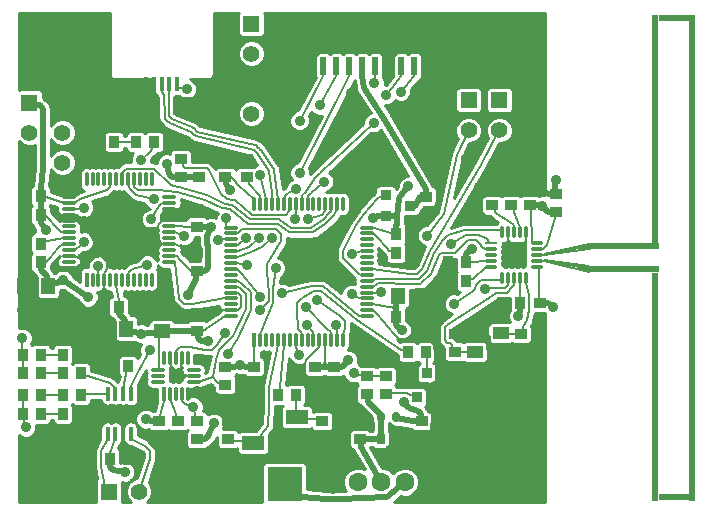
<source format=gtl>
G04 (created by PCBNEW (2013-07-07 BZR 4022)-stable) date 18/10/2014 20:02:36*
%MOIN*%
G04 Gerber Fmt 3.4, Leading zero omitted, Abs format*
%FSLAX34Y34*%
G01*
G70*
G90*
G04 APERTURE LIST*
%ADD10C,0.00590551*%
%ADD11C,0.00787402*%
%ADD12R,0.0590551X0.0984252*%
%ADD13R,0.0984252X0.0590551*%
%ADD14R,0.015748X0.0492126*%
%ADD15R,0.036X0.036*%
%ADD16R,0.1181X0.1181*%
%ADD17C,0.1181*%
%ADD18R,0.0551X0.0551*%
%ADD19C,0.0551*%
%ADD20R,0.055X0.055*%
%ADD21C,0.055*%
%ADD22R,0.0276X0.0354*%
%ADD23O,0.0276X0.0354*%
%ADD24R,0.04X0.035*%
%ADD25R,0.035X0.04*%
%ADD26R,0.0433071X0.0110236*%
%ADD27O,0.0433071X0.0110236*%
%ADD28O,0.0110236X0.0433071*%
%ADD29R,0.0433071X0.0433071*%
%ADD30R,0.0118X0.0472*%
%ADD31O,0.0118X0.0472*%
%ADD32O,0.0472X0.0118*%
%ADD33R,0.0197X0.0591*%
%ADD34R,0.0591X0.0591*%
%ADD35R,0.0748X0.0472*%
%ADD36R,0.0551181X0.0393701*%
%ADD37R,0.045X0.055*%
%ADD38R,0.055X0.045*%
%ADD39R,0.0145669X0.0472441*%
%ADD40O,0.0145669X0.0472441*%
%ADD41R,0.0314961X0.0314961*%
%ADD42C,0.2362*%
%ADD43C,0.0629921*%
%ADD44C,0.0787402*%
%ADD45R,0.015748X0.0110236*%
%ADD46R,0.232283X0.0248031*%
%ADD47R,0.0248031X0.76063*%
%ADD48R,0.0984252X0.0248031*%
%ADD49R,0.0248031X1.62126*%
%ADD50C,0.0354331*%
%ADD51C,0.019685*%
%ADD52C,0.015748*%
%ADD53C,0.01*%
G04 APERTURE END LIST*
G54D10*
G54D11*
X90129Y-48192D02*
X91653Y-48400D01*
X91653Y-48400D02*
X91653Y-48570D01*
X91653Y-48570D02*
X90133Y-48223D01*
X90133Y-48223D02*
X91614Y-48459D01*
X91614Y-48459D02*
X91598Y-48507D01*
X91598Y-48507D02*
X91248Y-48436D01*
X90129Y-47995D02*
X91657Y-47648D01*
X91657Y-47648D02*
X91692Y-47818D01*
X91692Y-47818D02*
X91653Y-47818D01*
X91653Y-47818D02*
X90133Y-48026D01*
X90133Y-48026D02*
X91622Y-47723D01*
X91622Y-47723D02*
X91629Y-47766D01*
X91629Y-47766D02*
X91314Y-47818D01*
G54D12*
X79429Y-40531D03*
X75374Y-40531D03*
X79429Y-42185D03*
X75374Y-42185D03*
G54D13*
X78267Y-43051D03*
X76535Y-43051D03*
G54D14*
X77913Y-42312D03*
X77657Y-42312D03*
X77401Y-42312D03*
X77145Y-42312D03*
X76889Y-42312D03*
G54D15*
X84875Y-46727D03*
X84875Y-46027D03*
X85675Y-46377D03*
G54D16*
X81496Y-55669D03*
G54D17*
X79606Y-55669D03*
G54D18*
X80393Y-40311D03*
G54D19*
X80393Y-41311D03*
X80393Y-42311D03*
X80393Y-43311D03*
G54D20*
X88661Y-42858D03*
G54D21*
X88661Y-43858D03*
X88661Y-44858D03*
G54D20*
X87637Y-42858D03*
G54D21*
X87637Y-43858D03*
X87637Y-44858D03*
G54D20*
X72992Y-42937D03*
G54D21*
X72992Y-43937D03*
X72992Y-44937D03*
G54D20*
X74094Y-42937D03*
G54D21*
X74094Y-43937D03*
X74094Y-44937D03*
G54D20*
X75641Y-55905D03*
G54D21*
X76641Y-55905D03*
G54D22*
X84704Y-54153D03*
G54D23*
X85216Y-54153D03*
X85216Y-53405D03*
X84704Y-53405D03*
G54D24*
X79527Y-52347D03*
X79527Y-51747D03*
X78582Y-54158D03*
X78582Y-53558D03*
X84251Y-52662D03*
X84251Y-52062D03*
X84881Y-52062D03*
X84881Y-52662D03*
G54D25*
X73370Y-53307D03*
X72770Y-53307D03*
X74109Y-51968D03*
X74709Y-51968D03*
X74109Y-52677D03*
X74709Y-52677D03*
X77150Y-44251D03*
X76550Y-44251D03*
G54D24*
X78031Y-44818D03*
X78031Y-45418D03*
G54D25*
X85605Y-51259D03*
X86205Y-51259D03*
X73370Y-51338D03*
X72770Y-51338D03*
X81274Y-52677D03*
X81874Y-52677D03*
G54D24*
X89055Y-46362D03*
X89055Y-45762D03*
G54D26*
X88385Y-47617D03*
G54D27*
X88385Y-47814D03*
X88385Y-48010D03*
X88385Y-48207D03*
X88385Y-48404D03*
G54D28*
X88759Y-48778D03*
X88956Y-48778D03*
X89153Y-48778D03*
X89349Y-48778D03*
X89546Y-48778D03*
G54D27*
X89920Y-48404D03*
X89920Y-48207D03*
X89920Y-48010D03*
X89920Y-47814D03*
X89920Y-47617D03*
G54D28*
X89546Y-47243D03*
X89349Y-47243D03*
X89153Y-47243D03*
X88956Y-47243D03*
X88759Y-47243D03*
G54D29*
X88936Y-47794D03*
X89369Y-47794D03*
X88936Y-48227D03*
X89369Y-48227D03*
G54D30*
X77480Y-52638D03*
G54D31*
X77677Y-52638D03*
X77874Y-52638D03*
X78071Y-52638D03*
X78268Y-52638D03*
G54D32*
X78465Y-52244D03*
X78465Y-52047D03*
X78465Y-51850D03*
G54D31*
X78268Y-51456D03*
X78071Y-51456D03*
X77874Y-51456D03*
X77677Y-51456D03*
X77480Y-51456D03*
G54D32*
X77283Y-51850D03*
X77283Y-52047D03*
X77283Y-52244D03*
G54D33*
X82795Y-41732D03*
X83228Y-41732D03*
X83661Y-41732D03*
X84094Y-41732D03*
X84527Y-41732D03*
X84960Y-41732D03*
X85393Y-41732D03*
X85826Y-41732D03*
G54D34*
X81456Y-44016D03*
X81456Y-40787D03*
X86732Y-44016D03*
X86732Y-40787D03*
G54D30*
X80492Y-50845D03*
G54D31*
X80688Y-50845D03*
X80885Y-50845D03*
X81082Y-50845D03*
X81279Y-50845D03*
X81476Y-50845D03*
X81673Y-50845D03*
X81870Y-50845D03*
X82065Y-50846D03*
X82262Y-50846D03*
X82459Y-50846D03*
X82656Y-50847D03*
X82854Y-50846D03*
X83051Y-50846D03*
X83248Y-50846D03*
X83444Y-50846D03*
G54D32*
X84231Y-50058D03*
X84231Y-49861D03*
X84231Y-49664D03*
X84231Y-49468D03*
X84231Y-49271D03*
X84231Y-49074D03*
X84231Y-48878D03*
X84231Y-48681D03*
G54D31*
X83444Y-46317D03*
X83247Y-46317D03*
X83050Y-46317D03*
X82853Y-46317D03*
G54D32*
X84232Y-48484D03*
X84232Y-48287D03*
X84232Y-48090D03*
X84232Y-47893D03*
X84232Y-47696D03*
X84232Y-47499D03*
X84232Y-47302D03*
X84232Y-47106D03*
G54D31*
X82657Y-46318D03*
X82460Y-46318D03*
X82263Y-46318D03*
X82066Y-46318D03*
X81870Y-46318D03*
X81673Y-46318D03*
X81476Y-46318D03*
X81279Y-46318D03*
X81082Y-46318D03*
X80885Y-46318D03*
X80688Y-46318D03*
X80492Y-46318D03*
G54D32*
X79704Y-47106D03*
X79704Y-47302D03*
X79704Y-47499D03*
X79704Y-47696D03*
X79704Y-47893D03*
X79704Y-48090D03*
X79704Y-48287D03*
X79704Y-48484D03*
X79704Y-48680D03*
X79704Y-48877D03*
X79704Y-49074D03*
X79704Y-49271D03*
X79704Y-49468D03*
X79704Y-49665D03*
X79704Y-49862D03*
X79704Y-50058D03*
G54D30*
X74901Y-48838D03*
G54D31*
X75097Y-48838D03*
X75294Y-48838D03*
X75491Y-48838D03*
X75688Y-48838D03*
X75885Y-48838D03*
X76082Y-48838D03*
X76279Y-48838D03*
X76475Y-48838D03*
X76672Y-48838D03*
X76869Y-48838D03*
X77066Y-48839D03*
G54D32*
X77657Y-48246D03*
X77657Y-48050D03*
X77657Y-47853D03*
X77657Y-47656D03*
X77657Y-47459D03*
X77657Y-47262D03*
X77657Y-47065D03*
X77657Y-46869D03*
X77657Y-46672D03*
X77657Y-46475D03*
X77657Y-46279D03*
X77657Y-46082D03*
G54D31*
X77067Y-45491D03*
X76870Y-45491D03*
X76673Y-45491D03*
X76476Y-45491D03*
X76279Y-45491D03*
X76082Y-45491D03*
X75885Y-45491D03*
X75689Y-45491D03*
X75492Y-45491D03*
X75295Y-45491D03*
X75098Y-45491D03*
X74901Y-45491D03*
G54D32*
X74311Y-46082D03*
X74311Y-46279D03*
X74311Y-46476D03*
X74311Y-46673D03*
X74311Y-46870D03*
X74311Y-47067D03*
X74311Y-47263D03*
X74311Y-47460D03*
X74311Y-47657D03*
X74311Y-47854D03*
X74311Y-48051D03*
X74311Y-48248D03*
G54D25*
X75811Y-44251D03*
X75211Y-44251D03*
G54D35*
X80453Y-54291D03*
X81909Y-54291D03*
X81909Y-53425D03*
X80453Y-53425D03*
G54D36*
X87834Y-51259D03*
X88700Y-51259D03*
X88700Y-50629D03*
X87834Y-50629D03*
G54D37*
X73628Y-49055D03*
X72828Y-49055D03*
X76226Y-50472D03*
X75426Y-50472D03*
G54D38*
X77401Y-50557D03*
X77401Y-49757D03*
G54D37*
X85269Y-49370D03*
X86069Y-49370D03*
G54D24*
X90551Y-46599D03*
X90551Y-45999D03*
X90000Y-49621D03*
X90000Y-50221D03*
G54D25*
X89355Y-49606D03*
X88755Y-49606D03*
G54D24*
X89685Y-46362D03*
X89685Y-45762D03*
G54D25*
X87544Y-48267D03*
X86944Y-48267D03*
G54D24*
X88425Y-46362D03*
X88425Y-45762D03*
X89370Y-50644D03*
X89370Y-51244D03*
G54D25*
X87544Y-48897D03*
X86944Y-48897D03*
G54D24*
X82755Y-53558D03*
X82755Y-54158D03*
X87165Y-51244D03*
X87165Y-50644D03*
X83149Y-51747D03*
X83149Y-52347D03*
G54D25*
X85211Y-47322D03*
X85811Y-47322D03*
G54D24*
X77322Y-53558D03*
X77322Y-54158D03*
X78661Y-45418D03*
X78661Y-44818D03*
X77952Y-53558D03*
X77952Y-54158D03*
X86220Y-46077D03*
X86220Y-46677D03*
X80236Y-45418D03*
X80236Y-44818D03*
G54D25*
X85211Y-47952D03*
X85811Y-47952D03*
G54D24*
X79527Y-45418D03*
X79527Y-44818D03*
X78582Y-50536D03*
X78582Y-49936D03*
G54D25*
X85211Y-50078D03*
X85811Y-50078D03*
G54D24*
X82519Y-51747D03*
X82519Y-52347D03*
X80472Y-51747D03*
X80472Y-52347D03*
G54D25*
X75684Y-54803D03*
X76284Y-54803D03*
X76284Y-51732D03*
X75684Y-51732D03*
X73370Y-47637D03*
X72770Y-47637D03*
X73370Y-48267D03*
X72770Y-48267D03*
X73370Y-52677D03*
X72770Y-52677D03*
X73370Y-51968D03*
X72770Y-51968D03*
G54D24*
X79606Y-54158D03*
X79606Y-53558D03*
X78582Y-47071D03*
X78582Y-46471D03*
G54D25*
X75969Y-49763D03*
X75369Y-49763D03*
X74709Y-51338D03*
X74109Y-51338D03*
G54D24*
X78582Y-48567D03*
X78582Y-47967D03*
G54D25*
X74709Y-53307D03*
X74109Y-53307D03*
X73370Y-46692D03*
X72770Y-46692D03*
G54D24*
X86062Y-53558D03*
X86062Y-54158D03*
X84015Y-54158D03*
X84015Y-53558D03*
G54D25*
X73370Y-46062D03*
X72770Y-46062D03*
G54D39*
X76368Y-52637D03*
G54D40*
X76112Y-52637D03*
X75856Y-52637D03*
X75600Y-52637D03*
X75600Y-53976D03*
X75856Y-53976D03*
X76112Y-53976D03*
X76368Y-53976D03*
G54D41*
X76456Y-53464D03*
X76141Y-53464D03*
X75826Y-53464D03*
X75511Y-53464D03*
X76456Y-53149D03*
X76141Y-53149D03*
X75826Y-53149D03*
X75511Y-53149D03*
G54D15*
X85555Y-51962D03*
X86255Y-51962D03*
X85905Y-52762D03*
G54D42*
X73779Y-41102D03*
X73779Y-55118D03*
X88267Y-41102D03*
X88267Y-55118D03*
G54D43*
X84724Y-55590D03*
X83937Y-55590D03*
X85511Y-55590D03*
G54D44*
X83110Y-55590D03*
X86338Y-55590D03*
G54D45*
X90059Y-48011D03*
X90059Y-48207D03*
G54D46*
X92814Y-47733D03*
X92814Y-48485D03*
G54D47*
X93852Y-43806D03*
X93852Y-52412D03*
G54D48*
X94468Y-40127D03*
X94468Y-56091D03*
G54D49*
X95084Y-48109D03*
G54D50*
X90459Y-49752D03*
X89295Y-50062D03*
X90095Y-46370D03*
X87742Y-47810D03*
X85425Y-50534D03*
X85469Y-52928D03*
X83605Y-51522D03*
X73529Y-47173D03*
X74109Y-48839D03*
X74959Y-49427D03*
X84435Y-46791D03*
X80016Y-51677D03*
X79689Y-45856D03*
X79038Y-47091D03*
X85625Y-45730D03*
X76870Y-53492D03*
X76711Y-50642D03*
X79137Y-53621D03*
X78283Y-49348D03*
X78957Y-50897D03*
X78248Y-42499D03*
X77575Y-44979D03*
X76170Y-55259D03*
X81830Y-46810D03*
X78155Y-47387D03*
X79497Y-50603D03*
X82236Y-50350D03*
X80670Y-49863D03*
X77003Y-51175D03*
X81884Y-45824D03*
X88184Y-49150D03*
X87144Y-49642D03*
X83735Y-49320D03*
X84727Y-49257D03*
X87058Y-47653D03*
X79603Y-51313D03*
X78451Y-53077D03*
X81420Y-49292D03*
X84484Y-42292D03*
X80639Y-47456D03*
X81998Y-45272D03*
X81076Y-47441D03*
X82806Y-45570D03*
X84877Y-42687D03*
X84462Y-43623D03*
X85367Y-42571D03*
X81996Y-43540D03*
X79277Y-47503D03*
X82668Y-43034D03*
X80206Y-47454D03*
X72881Y-53762D03*
X74803Y-47574D03*
X72755Y-50787D03*
X74803Y-46450D03*
X82218Y-49754D03*
X83208Y-50354D03*
X86247Y-47371D03*
X79561Y-46791D03*
X80692Y-45340D03*
X82594Y-49517D03*
X83796Y-51944D03*
X81967Y-51338D03*
X83736Y-47995D03*
X76924Y-48345D03*
X80671Y-49425D03*
X75295Y-48371D03*
X82263Y-46810D03*
X77139Y-46147D03*
X80233Y-48360D03*
X77046Y-46829D03*
X88658Y-50062D03*
X90551Y-45511D03*
X75253Y-51828D03*
X81289Y-53854D03*
X80684Y-52925D03*
X74425Y-45767D03*
X74803Y-46883D03*
X86844Y-44833D03*
X78252Y-44217D03*
X78706Y-43602D03*
X75900Y-46891D03*
X86253Y-49904D03*
X83486Y-54255D03*
X85001Y-54534D03*
X82063Y-52162D03*
X85787Y-48366D03*
X86502Y-52402D03*
X78582Y-52559D03*
X77972Y-51948D03*
X78087Y-50078D03*
X77464Y-54590D03*
X76715Y-54681D03*
X72840Y-47181D03*
X73832Y-48430D03*
X90000Y-45354D03*
X90000Y-44409D03*
X90000Y-43464D03*
X90000Y-42519D03*
X90000Y-41574D03*
X90000Y-40314D03*
X89291Y-42992D03*
X89291Y-43937D03*
X89291Y-44881D03*
X87962Y-45768D03*
X88267Y-46850D03*
X87401Y-46850D03*
X86692Y-42440D03*
X85826Y-43385D03*
X84960Y-41102D03*
X85748Y-40236D03*
X84015Y-40314D03*
X82519Y-40314D03*
X82047Y-41811D03*
X81732Y-42834D03*
X83622Y-43700D03*
X82913Y-44566D03*
X83937Y-44960D03*
X85039Y-44960D03*
X85984Y-44409D03*
X84094Y-45905D03*
X83385Y-47086D03*
X82677Y-47874D03*
X81732Y-48031D03*
X82598Y-48740D03*
X84094Y-50944D03*
X78740Y-51496D03*
X75748Y-51181D03*
X77952Y-55826D03*
X90000Y-50708D03*
X90000Y-51811D03*
X90000Y-52834D03*
X90000Y-53858D03*
X90000Y-54881D03*
X90000Y-56062D03*
X89133Y-53543D03*
X88661Y-51732D03*
X88346Y-52913D03*
X87480Y-52440D03*
X86692Y-54251D03*
X87480Y-53543D03*
X89133Y-52362D03*
X74803Y-50708D03*
X74645Y-50000D03*
X73543Y-50551D03*
X72755Y-49842D03*
X75275Y-47637D03*
X76220Y-47874D03*
X76614Y-49685D03*
X75590Y-44881D03*
X75039Y-43228D03*
X83464Y-52913D03*
X82519Y-52913D03*
X83721Y-42613D03*
X81201Y-48448D03*
X76708Y-44841D03*
G54D51*
X73754Y-48957D02*
X73628Y-49055D01*
X73853Y-48957D02*
X73754Y-48957D01*
X73926Y-48957D02*
X73853Y-48957D01*
X74109Y-48839D02*
X73926Y-48957D01*
G54D11*
X79688Y-45418D02*
X79527Y-45418D01*
X79727Y-45418D02*
X79688Y-45418D01*
X79845Y-45544D02*
X79727Y-45418D01*
X79917Y-45642D02*
X79845Y-45544D01*
X79987Y-45711D02*
X79917Y-45642D01*
X80492Y-46141D02*
X79987Y-45711D01*
X80492Y-46318D02*
X80492Y-46141D01*
G54D51*
X78684Y-48567D02*
X78582Y-48567D01*
X78782Y-48567D02*
X78684Y-48567D01*
X78855Y-48567D02*
X78782Y-48567D01*
X78957Y-48465D02*
X78855Y-48567D01*
X78960Y-48216D02*
X78957Y-48465D01*
X78960Y-48069D02*
X78960Y-48216D01*
X78960Y-47719D02*
X78960Y-48069D01*
X78922Y-47650D02*
X78960Y-47719D01*
X78922Y-47357D02*
X78922Y-47650D01*
X78959Y-47320D02*
X78922Y-47357D01*
X79038Y-47091D02*
X78959Y-47320D01*
G54D11*
X73506Y-46085D02*
X73370Y-46062D01*
X73545Y-46085D02*
X73506Y-46085D01*
X74060Y-46259D02*
X73545Y-46085D01*
X74134Y-46279D02*
X74060Y-46259D01*
X74311Y-46279D02*
X74134Y-46279D01*
G54D51*
X77050Y-53558D02*
X76870Y-53492D01*
X77122Y-53558D02*
X77050Y-53558D01*
X77221Y-53558D02*
X77122Y-53558D01*
X77322Y-53558D02*
X77221Y-53558D01*
X83524Y-51644D02*
X83605Y-51522D01*
X83422Y-51747D02*
X83524Y-51644D01*
X83349Y-51747D02*
X83422Y-51747D01*
X83251Y-51747D02*
X83349Y-51747D01*
X83149Y-51747D02*
X83251Y-51747D01*
X85318Y-46124D02*
X85232Y-46744D01*
X85625Y-45730D02*
X85318Y-46124D01*
G54D11*
X84409Y-47106D02*
X84232Y-47106D01*
X84482Y-47125D02*
X84409Y-47106D01*
X85036Y-47300D02*
X84482Y-47125D01*
X85076Y-47300D02*
X85036Y-47300D01*
X85211Y-47322D02*
X85076Y-47300D01*
G54D51*
X73370Y-45961D02*
X73370Y-46062D01*
X73370Y-45862D02*
X73370Y-45961D01*
X73370Y-45790D02*
X73370Y-45862D01*
X73444Y-45124D02*
X73370Y-45790D01*
X73444Y-44749D02*
X73444Y-45124D01*
X73444Y-43749D02*
X73444Y-44749D01*
X73444Y-43138D02*
X73444Y-43749D01*
X73340Y-43034D02*
X73444Y-43138D01*
X73267Y-43034D02*
X73340Y-43034D01*
X73168Y-43034D02*
X73267Y-43034D01*
X72992Y-42937D02*
X73168Y-43034D01*
X78605Y-50612D02*
X78582Y-50536D01*
X78605Y-50711D02*
X78605Y-50612D01*
X78605Y-50784D02*
X78605Y-50711D01*
X78709Y-50888D02*
X78605Y-50784D01*
X78957Y-50897D02*
X78709Y-50888D01*
X74109Y-48839D02*
X74959Y-49427D01*
G54D11*
X89707Y-46498D02*
X89685Y-46362D01*
X89707Y-46537D02*
X89707Y-46498D01*
X89759Y-47617D02*
X89707Y-46537D01*
X89920Y-47617D02*
X89759Y-47617D01*
X75689Y-45668D02*
X75689Y-45491D01*
X75669Y-45741D02*
X75689Y-45668D01*
X75565Y-45845D02*
X75669Y-45741D01*
X74680Y-46154D02*
X75565Y-45845D01*
X74561Y-46259D02*
X74680Y-46154D01*
X74488Y-46279D02*
X74561Y-46259D01*
X74311Y-46279D02*
X74488Y-46279D01*
X90528Y-46734D02*
X90551Y-46599D01*
X90528Y-46774D02*
X90528Y-46734D01*
X90255Y-47689D02*
X90528Y-46774D01*
X90154Y-47790D02*
X90255Y-47689D01*
X90123Y-47814D02*
X90154Y-47790D01*
X90082Y-47814D02*
X90123Y-47814D01*
X89920Y-47814D02*
X90082Y-47814D01*
X85085Y-49761D02*
X85174Y-49765D01*
X84995Y-49761D02*
X85085Y-49761D01*
X84408Y-49664D02*
X84995Y-49761D01*
X84231Y-49664D02*
X84408Y-49664D01*
G54D51*
X85232Y-46834D02*
X85232Y-46744D01*
X85232Y-46981D02*
X85232Y-46834D01*
X85211Y-47050D02*
X85232Y-46981D01*
X85211Y-47122D02*
X85211Y-47050D01*
X85211Y-47221D02*
X85211Y-47122D01*
X85211Y-47322D02*
X85211Y-47221D01*
X80370Y-51747D02*
X80472Y-51747D01*
X80272Y-51747D02*
X80370Y-51747D01*
X80199Y-51747D02*
X80272Y-51747D01*
X80016Y-51677D02*
X80199Y-51747D01*
G54D11*
X82834Y-51524D02*
X82834Y-51707D01*
X82854Y-51023D02*
X82834Y-51524D01*
X82854Y-50846D02*
X82854Y-51023D01*
G54D51*
X90272Y-49621D02*
X90459Y-49752D01*
X90200Y-49621D02*
X90272Y-49621D01*
X90101Y-49621D02*
X90200Y-49621D01*
X90000Y-49621D02*
X90101Y-49621D01*
X85221Y-49546D02*
X85269Y-49370D01*
X85221Y-49645D02*
X85221Y-49546D01*
X85221Y-49718D02*
X85221Y-49645D01*
X85174Y-49765D02*
X85221Y-49718D01*
X84957Y-46730D02*
X84875Y-46727D01*
X85055Y-46730D02*
X84957Y-46730D01*
X85129Y-46730D02*
X85055Y-46730D01*
X85232Y-46744D02*
X85129Y-46730D01*
G54D11*
X73506Y-48244D02*
X73370Y-48267D01*
X73545Y-48244D02*
X73506Y-48244D01*
X73664Y-48116D02*
X73545Y-48244D01*
X73956Y-47780D02*
X73664Y-48116D01*
X74060Y-47677D02*
X73956Y-47780D01*
X74134Y-47657D02*
X74060Y-47677D01*
X74311Y-47657D02*
X74134Y-47657D01*
G54D51*
X85548Y-53015D02*
X85469Y-52928D01*
X85652Y-53119D02*
X85548Y-53015D01*
X85936Y-53205D02*
X85652Y-53119D01*
X86040Y-53309D02*
X85936Y-53205D01*
X86040Y-53383D02*
X86040Y-53309D01*
X86040Y-53481D02*
X86040Y-53383D01*
X86062Y-53558D02*
X86040Y-53481D01*
X79550Y-45666D02*
X79689Y-45856D01*
X79550Y-45593D02*
X79550Y-45666D01*
X79550Y-45494D02*
X79550Y-45593D01*
X79527Y-45418D02*
X79550Y-45494D01*
X87646Y-47892D02*
X87742Y-47810D01*
X87544Y-47995D02*
X87646Y-47892D01*
X87544Y-48067D02*
X87544Y-47995D01*
X87544Y-48166D02*
X87544Y-48067D01*
X87544Y-48267D02*
X87544Y-48166D01*
G54D11*
X78743Y-50536D02*
X78582Y-50536D01*
X78782Y-50536D02*
X78743Y-50536D01*
X79527Y-50058D02*
X78782Y-50536D01*
X79704Y-50058D02*
X79527Y-50058D01*
X78422Y-47071D02*
X78582Y-47071D01*
X78382Y-47071D02*
X78422Y-47071D01*
X77834Y-47065D02*
X78382Y-47071D01*
X77657Y-47065D02*
X77834Y-47065D01*
G54D51*
X78684Y-54158D02*
X78582Y-54158D01*
X78782Y-54158D02*
X78684Y-54158D01*
X78855Y-54158D02*
X78782Y-54158D01*
X78957Y-54055D02*
X78855Y-54158D01*
X79137Y-53621D02*
X78957Y-54055D01*
X73370Y-46965D02*
X73529Y-47173D01*
X73370Y-46892D02*
X73370Y-46965D01*
X73370Y-46794D02*
X73370Y-46892D01*
X73370Y-46692D02*
X73370Y-46794D01*
G54D11*
X73506Y-46715D02*
X73370Y-46692D01*
X73545Y-46715D02*
X73506Y-46715D01*
X73956Y-47140D02*
X73545Y-46715D01*
X74060Y-47244D02*
X73956Y-47140D01*
X74134Y-47263D02*
X74060Y-47244D01*
X74311Y-47263D02*
X74134Y-47263D01*
G54D51*
X85961Y-53558D02*
X86062Y-53558D01*
X85862Y-53558D02*
X85961Y-53558D01*
X85790Y-53558D02*
X85862Y-53558D01*
X85216Y-53444D02*
X85790Y-53558D01*
X85216Y-53405D02*
X85216Y-53444D01*
X89355Y-49707D02*
X89355Y-49606D01*
X89355Y-49806D02*
X89355Y-49707D01*
X89355Y-49878D02*
X89355Y-49806D01*
X89295Y-50062D02*
X89355Y-49878D01*
X90176Y-46496D02*
X90095Y-46370D01*
X90278Y-46599D02*
X90176Y-46496D01*
X90351Y-46599D02*
X90278Y-46599D01*
X90449Y-46599D02*
X90351Y-46599D01*
X90551Y-46599D02*
X90449Y-46599D01*
G54D11*
X78422Y-48567D02*
X78582Y-48567D01*
X78382Y-48567D02*
X78422Y-48567D01*
X78011Y-48172D02*
X78382Y-48567D01*
X77907Y-48069D02*
X78011Y-48172D01*
X77834Y-48050D02*
X77907Y-48069D01*
X77657Y-48050D02*
X77834Y-48050D01*
X77303Y-50743D02*
X77401Y-50557D01*
X77303Y-50782D02*
X77303Y-50743D01*
X77302Y-51205D02*
X77303Y-50782D01*
X77302Y-51850D02*
X77302Y-51205D01*
X77283Y-51850D02*
X77302Y-51850D01*
G54D51*
X78481Y-50536D02*
X78582Y-50536D01*
X78382Y-50536D02*
X78481Y-50536D01*
X77676Y-50536D02*
X78382Y-50536D01*
X77578Y-50536D02*
X77676Y-50536D01*
X77401Y-50557D02*
X77578Y-50536D01*
X82877Y-51747D02*
X82834Y-51707D01*
X82949Y-51747D02*
X82877Y-51747D01*
X83048Y-51747D02*
X82949Y-51747D01*
X83149Y-51747D02*
X83048Y-51747D01*
X73370Y-48369D02*
X73370Y-48267D01*
X73370Y-48467D02*
X73370Y-48369D01*
X73385Y-48534D02*
X73370Y-48467D01*
X73564Y-48713D02*
X73385Y-48534D01*
X73580Y-48780D02*
X73564Y-48713D01*
X73580Y-48878D02*
X73580Y-48780D01*
X73628Y-49055D02*
X73580Y-48878D01*
G54D11*
X80492Y-51611D02*
X80472Y-51747D01*
X80492Y-51572D02*
X80492Y-51611D01*
X80492Y-51081D02*
X80492Y-51572D01*
X80492Y-51042D02*
X80492Y-51081D01*
X80492Y-50845D02*
X80492Y-51042D01*
X89355Y-49445D02*
X89355Y-49606D01*
X89355Y-49406D02*
X89355Y-49445D01*
X89349Y-48940D02*
X89355Y-49406D01*
X89349Y-48778D02*
X89349Y-48940D01*
G54D51*
X84622Y-46730D02*
X84435Y-46791D01*
X84695Y-46730D02*
X84622Y-46730D01*
X84794Y-46730D02*
X84695Y-46730D01*
X84875Y-46727D02*
X84794Y-46730D01*
X85211Y-49806D02*
X85174Y-49765D01*
X85211Y-49878D02*
X85211Y-49806D01*
X85211Y-49977D02*
X85211Y-49878D01*
X85211Y-50078D02*
X85211Y-49977D01*
X77225Y-50605D02*
X77401Y-50557D01*
X77126Y-50605D02*
X77225Y-50605D01*
X77053Y-50605D02*
X77126Y-50605D01*
X76711Y-50642D02*
X77053Y-50605D01*
G54D11*
X89977Y-49485D02*
X90000Y-49621D01*
X89977Y-49446D02*
X89977Y-49485D01*
X89977Y-48404D02*
X89977Y-49446D01*
X89920Y-48404D02*
X89977Y-48404D01*
G54D51*
X78560Y-48816D02*
X78283Y-49348D01*
X78560Y-48742D02*
X78560Y-48816D01*
X78560Y-48644D02*
X78560Y-48742D01*
X78582Y-48567D02*
X78560Y-48644D01*
X89957Y-46362D02*
X90095Y-46370D01*
X89885Y-46362D02*
X89957Y-46362D01*
X89786Y-46362D02*
X89885Y-46362D01*
X89685Y-46362D02*
X89786Y-46362D01*
G54D11*
X77345Y-53422D02*
X77322Y-53558D01*
X77345Y-53383D02*
X77345Y-53422D01*
X77480Y-52898D02*
X77345Y-53383D01*
X77480Y-52874D02*
X77480Y-52898D01*
X77480Y-52834D02*
X77480Y-52874D01*
X77480Y-52638D02*
X77480Y-52834D01*
G54D51*
X85314Y-50453D02*
X85425Y-50534D01*
X85211Y-50351D02*
X85314Y-50453D01*
X85211Y-50278D02*
X85211Y-50351D01*
X85211Y-50180D02*
X85211Y-50278D01*
X85211Y-50078D02*
X85211Y-50180D01*
X75969Y-49865D02*
X75969Y-49763D01*
X75969Y-49963D02*
X75969Y-49865D01*
X76011Y-50018D02*
X75969Y-49963D01*
X76134Y-50142D02*
X76011Y-50018D01*
X76178Y-50197D02*
X76134Y-50142D01*
X76178Y-50295D02*
X76178Y-50197D01*
X76226Y-50472D02*
X76178Y-50295D01*
X78684Y-47071D02*
X78582Y-47071D01*
X78782Y-47071D02*
X78684Y-47071D01*
X78855Y-47071D02*
X78782Y-47071D01*
X79038Y-47091D02*
X78855Y-47071D01*
X82792Y-51747D02*
X82834Y-51707D01*
X82719Y-51747D02*
X82792Y-51747D01*
X82621Y-51747D02*
X82719Y-51747D01*
X82519Y-51747D02*
X82621Y-51747D01*
X73370Y-46164D02*
X73370Y-46062D01*
X73370Y-46262D02*
X73370Y-46164D01*
X73370Y-46492D02*
X73370Y-46262D01*
X73370Y-46591D02*
X73370Y-46492D01*
X73370Y-46692D02*
X73370Y-46591D01*
X79800Y-51747D02*
X80016Y-51677D01*
X79727Y-51747D02*
X79800Y-51747D01*
X79629Y-51747D02*
X79727Y-51747D01*
X79527Y-51747D02*
X79629Y-51747D01*
X76353Y-50570D02*
X76226Y-50472D01*
X76451Y-50570D02*
X76353Y-50570D01*
X76525Y-50570D02*
X76451Y-50570D01*
X76711Y-50642D02*
X76525Y-50570D01*
G54D11*
X75969Y-49603D02*
X75969Y-49763D01*
X75969Y-49563D02*
X75969Y-49603D01*
X75885Y-49015D02*
X75969Y-49563D01*
X75885Y-48838D02*
X75885Y-49015D01*
X87679Y-48244D02*
X87544Y-48267D01*
X87719Y-48244D02*
X87679Y-48244D01*
X88223Y-48207D02*
X87719Y-48244D01*
X88385Y-48207D02*
X88223Y-48207D01*
X85085Y-49761D02*
X85137Y-49719D01*
X85085Y-49761D02*
X85133Y-49808D01*
X82834Y-51566D02*
X82888Y-51683D01*
X82834Y-51566D02*
X82780Y-51683D01*
X78041Y-42440D02*
X78248Y-42499D01*
X77992Y-42440D02*
X78041Y-42440D01*
X77952Y-42440D02*
X77992Y-42440D01*
X77913Y-42312D02*
X77952Y-42440D01*
G54D51*
X78559Y-45418D02*
X78661Y-45418D01*
X78461Y-45418D02*
X78559Y-45418D01*
X78231Y-45418D02*
X78461Y-45418D01*
X78133Y-45418D02*
X78231Y-45418D01*
X78031Y-45418D02*
X78133Y-45418D01*
X77929Y-45418D02*
X78031Y-45418D01*
X77831Y-45418D02*
X77929Y-45418D01*
X77759Y-45418D02*
X77831Y-45418D01*
X77656Y-45315D02*
X77759Y-45418D01*
X77575Y-44979D02*
X77656Y-45315D01*
X84704Y-53444D02*
X84704Y-53405D01*
X84704Y-53976D02*
X84704Y-53444D01*
X84704Y-54074D02*
X84704Y-53976D01*
X84704Y-54153D02*
X84704Y-54074D01*
X84274Y-52738D02*
X84251Y-52662D01*
X84274Y-52837D02*
X84274Y-52738D01*
X84274Y-52910D02*
X84274Y-52837D01*
X84704Y-53366D02*
X84274Y-52910D01*
X84704Y-53405D02*
X84704Y-53366D01*
X75786Y-55178D02*
X76170Y-55259D01*
X75684Y-55075D02*
X75786Y-55178D01*
X75684Y-55003D02*
X75684Y-55075D01*
X75684Y-54904D02*
X75684Y-55003D01*
X75684Y-54803D02*
X75684Y-54904D01*
X84665Y-54153D02*
X84704Y-54153D01*
X84566Y-54153D02*
X84665Y-54153D01*
X84493Y-54153D02*
X84566Y-54153D01*
X84288Y-54158D02*
X84493Y-54153D01*
X84215Y-54158D02*
X84288Y-54158D01*
X84117Y-54158D02*
X84215Y-54158D01*
X84015Y-54158D02*
X84117Y-54158D01*
X84038Y-54234D02*
X84015Y-54158D01*
X84038Y-54333D02*
X84038Y-54234D01*
X84038Y-54406D02*
X84038Y-54333D01*
X84724Y-55590D02*
X84038Y-54406D01*
G54D11*
X75684Y-54642D02*
X75684Y-54803D01*
X75684Y-54603D02*
X75684Y-54642D01*
X75856Y-54139D02*
X75684Y-54603D01*
X75856Y-53976D02*
X75856Y-54139D01*
X77834Y-47262D02*
X77657Y-47262D01*
X77907Y-47282D02*
X77834Y-47262D01*
X78155Y-47387D02*
X77907Y-47282D01*
X81870Y-46495D02*
X81830Y-46810D01*
X81870Y-46318D02*
X81870Y-46495D01*
X79253Y-51020D02*
X79497Y-50603D01*
X79080Y-51193D02*
X79253Y-51020D01*
X78835Y-51193D02*
X79080Y-51193D01*
X78341Y-51101D02*
X78835Y-51193D01*
X78144Y-51101D02*
X78341Y-51101D01*
X77997Y-51101D02*
X78144Y-51101D01*
X77893Y-51205D02*
X77997Y-51101D01*
X77874Y-51279D02*
X77893Y-51205D01*
X77874Y-51456D02*
X77874Y-51279D01*
X82459Y-50669D02*
X82459Y-50846D01*
X82439Y-50596D02*
X82459Y-50669D01*
X82236Y-50350D02*
X82439Y-50596D01*
X80967Y-49547D02*
X80670Y-49863D01*
X80967Y-49302D02*
X80967Y-49547D01*
X80906Y-48570D02*
X80967Y-49302D01*
X80906Y-48325D02*
X80906Y-48570D01*
X81372Y-47563D02*
X80906Y-48325D01*
X81372Y-47319D02*
X81372Y-47563D01*
X81199Y-47146D02*
X81372Y-47319D01*
X80954Y-47146D02*
X81199Y-47146D01*
X80083Y-47158D02*
X80954Y-47146D01*
X79954Y-47283D02*
X80083Y-47158D01*
X79881Y-47302D02*
X79954Y-47283D01*
X79704Y-47302D02*
X79881Y-47302D01*
X76368Y-52440D02*
X76368Y-52637D01*
X76368Y-52401D02*
X76368Y-52440D01*
X76368Y-52371D02*
X76368Y-52401D01*
X76577Y-51981D02*
X76368Y-52371D01*
X77003Y-51175D02*
X76577Y-51981D01*
G54D51*
X81988Y-56082D02*
X81496Y-55669D01*
X82086Y-56082D02*
X81988Y-56082D01*
X82889Y-56161D02*
X82086Y-56082D01*
X83330Y-56161D02*
X82889Y-56161D01*
X84928Y-56082D02*
X83330Y-56161D01*
X85511Y-55590D02*
X84928Y-56082D01*
G54D11*
X82065Y-50669D02*
X82065Y-50846D01*
X82047Y-50595D02*
X82065Y-50669D01*
X81940Y-50472D02*
X82047Y-50595D01*
X81922Y-49876D02*
X81940Y-50472D01*
X81922Y-49631D02*
X81922Y-49876D01*
X82095Y-49458D02*
X81922Y-49631D01*
X82471Y-49221D02*
X82095Y-49458D01*
X82716Y-49221D02*
X82471Y-49221D01*
X83915Y-50196D02*
X82716Y-49221D01*
X85381Y-51178D02*
X83915Y-50196D01*
X85430Y-51178D02*
X85381Y-51178D01*
X85469Y-51178D02*
X85430Y-51178D01*
X85605Y-51259D02*
X85469Y-51178D01*
X88956Y-48940D02*
X88956Y-48778D01*
X88932Y-49011D02*
X88956Y-48940D01*
X88831Y-49113D02*
X88932Y-49011D01*
X88465Y-49130D02*
X88831Y-49113D01*
X88184Y-49150D02*
X88465Y-49130D01*
X81600Y-45964D02*
X81884Y-45824D01*
X81496Y-46068D02*
X81600Y-45964D01*
X81476Y-46141D02*
X81496Y-46068D01*
X81476Y-46318D02*
X81476Y-46141D01*
X87768Y-49215D02*
X87144Y-49642D01*
X87837Y-49146D02*
X87768Y-49215D01*
X87888Y-49027D02*
X87837Y-49146D01*
X88061Y-48854D02*
X87888Y-49027D01*
X88759Y-48854D02*
X88061Y-48854D01*
X88759Y-48778D02*
X88759Y-48854D01*
X84054Y-49468D02*
X84231Y-49468D01*
X83981Y-49448D02*
X84054Y-49468D01*
X83735Y-49320D02*
X83981Y-49448D01*
X88223Y-47814D02*
X88385Y-47814D01*
X88119Y-47790D02*
X88223Y-47814D01*
X88050Y-47721D02*
X88119Y-47790D01*
X88038Y-47688D02*
X88050Y-47721D01*
X87865Y-47515D02*
X88038Y-47688D01*
X87620Y-47515D02*
X87865Y-47515D01*
X87180Y-47949D02*
X87620Y-47515D01*
X86720Y-47949D02*
X87180Y-47949D01*
X86650Y-48018D02*
X86720Y-47949D01*
X86380Y-48636D02*
X86650Y-48018D01*
X86057Y-48959D02*
X86380Y-48636D01*
X86015Y-48976D02*
X86057Y-48959D01*
X85559Y-48976D02*
X86015Y-48976D01*
X84849Y-48962D02*
X85559Y-48976D01*
X84605Y-48962D02*
X84849Y-48962D01*
X84547Y-49016D02*
X84605Y-48962D01*
X84481Y-49055D02*
X84547Y-49016D01*
X84408Y-49074D02*
X84481Y-49055D01*
X84231Y-49074D02*
X84408Y-49074D01*
X88759Y-47199D02*
X88759Y-47243D01*
X87514Y-47199D02*
X88759Y-47199D01*
X86935Y-47358D02*
X87514Y-47199D01*
X86762Y-47531D02*
X86935Y-47358D01*
X86493Y-47953D02*
X86762Y-47531D01*
X86240Y-48554D02*
X86493Y-47953D01*
X85975Y-48819D02*
X86240Y-48554D01*
X85599Y-48819D02*
X85975Y-48819D01*
X84915Y-48804D02*
X85599Y-48819D01*
X84539Y-48804D02*
X84915Y-48804D01*
X84481Y-48858D02*
X84539Y-48804D01*
X84408Y-48878D02*
X84481Y-48858D01*
X84231Y-48878D02*
X84408Y-48878D01*
X84408Y-49271D02*
X84727Y-49257D01*
X84231Y-49271D02*
X84408Y-49271D01*
X88287Y-47601D02*
X88385Y-47617D01*
X88287Y-47562D02*
X88287Y-47601D01*
X88287Y-47513D02*
X88287Y-47562D01*
X88217Y-47443D02*
X88287Y-47513D01*
X87930Y-47357D02*
X88217Y-47443D01*
X87555Y-47357D02*
X87930Y-47357D01*
X87058Y-47653D02*
X87555Y-47357D01*
X78071Y-52815D02*
X78071Y-52638D01*
X78090Y-52888D02*
X78071Y-52815D01*
X78194Y-52992D02*
X78090Y-52888D01*
X78451Y-53077D02*
X78194Y-52992D01*
X79950Y-50791D02*
X79603Y-51313D01*
X80374Y-49869D02*
X79950Y-50791D01*
X80374Y-49461D02*
X80374Y-49869D01*
X80374Y-49264D02*
X80374Y-49461D01*
X80085Y-48976D02*
X80374Y-49264D01*
X79954Y-48897D02*
X80085Y-48976D01*
X79881Y-48877D02*
X79954Y-48897D01*
X79704Y-48877D02*
X79881Y-48877D01*
X78500Y-53334D02*
X78451Y-53077D01*
X78500Y-53383D02*
X78500Y-53334D01*
X78500Y-53422D02*
X78500Y-53383D01*
X78582Y-53558D02*
X78500Y-53422D01*
X79881Y-49074D02*
X79704Y-49074D01*
X79954Y-49094D02*
X79881Y-49074D01*
X80020Y-49133D02*
X79954Y-49094D01*
X80216Y-49329D02*
X80020Y-49133D01*
X80216Y-49526D02*
X80216Y-49329D01*
X80216Y-49804D02*
X80216Y-49526D01*
X79792Y-50725D02*
X80216Y-49804D01*
X79619Y-50898D02*
X79792Y-50725D01*
X79480Y-51018D02*
X79619Y-50898D01*
X79307Y-51191D02*
X79480Y-51018D01*
X79209Y-51523D02*
X79307Y-51191D01*
X79101Y-52090D02*
X79209Y-51523D01*
X78715Y-52224D02*
X79101Y-52090D01*
X78642Y-52244D02*
X78715Y-52224D01*
X78465Y-52244D02*
X78642Y-52244D01*
X79366Y-52290D02*
X79527Y-52347D01*
X79327Y-52290D02*
X79366Y-52290D01*
X79278Y-52290D02*
X79327Y-52290D01*
X79209Y-52221D02*
X79278Y-52290D01*
X79101Y-52090D02*
X79209Y-52221D01*
X82406Y-49064D02*
X81420Y-49292D01*
X82781Y-49064D02*
X82406Y-49064D01*
X83981Y-50038D02*
X82781Y-49064D01*
X84054Y-50058D02*
X83981Y-50038D01*
X84231Y-50058D02*
X84054Y-50058D01*
X79881Y-47893D02*
X79704Y-47893D01*
X79954Y-47873D02*
X79881Y-47893D01*
X80328Y-47749D02*
X79954Y-47873D01*
X80639Y-47456D02*
X80328Y-47749D01*
X84527Y-42068D02*
X84484Y-42292D01*
X84527Y-42027D02*
X84527Y-42068D01*
X84527Y-41988D02*
X84527Y-42027D01*
X84527Y-41732D02*
X84527Y-41988D01*
X83661Y-42068D02*
X81998Y-45272D01*
X83661Y-42027D02*
X83661Y-42068D01*
X83661Y-41988D02*
X83661Y-42027D01*
X83661Y-41732D02*
X83661Y-41988D01*
X79881Y-48090D02*
X79704Y-48090D01*
X79954Y-48070D02*
X79881Y-48090D01*
X80394Y-47907D02*
X79954Y-48070D01*
X80761Y-47752D02*
X80394Y-47907D01*
X81076Y-47441D02*
X80761Y-47752D01*
X85071Y-42449D02*
X84877Y-42687D01*
X85393Y-42068D02*
X85071Y-42449D01*
X85393Y-42027D02*
X85393Y-42068D01*
X85393Y-41988D02*
X85393Y-42027D01*
X85393Y-41732D02*
X85393Y-41988D01*
X82263Y-46141D02*
X82263Y-46318D01*
X82283Y-46068D02*
X82263Y-46141D01*
X82387Y-45964D02*
X82283Y-46068D01*
X82806Y-45570D02*
X82387Y-45964D01*
X82066Y-46141D02*
X82066Y-46318D01*
X82086Y-46068D02*
X82066Y-46141D01*
X82125Y-46002D02*
X82086Y-46068D01*
X82179Y-45946D02*
X82125Y-46002D01*
X82510Y-45447D02*
X82179Y-45946D01*
X82683Y-45274D02*
X82510Y-45447D01*
X84462Y-43623D02*
X82683Y-45274D01*
X85826Y-42068D02*
X85367Y-42571D01*
X85826Y-42027D02*
X85826Y-42068D01*
X85826Y-41988D02*
X85826Y-42027D01*
X85826Y-41732D02*
X85826Y-41988D01*
X82795Y-42068D02*
X81996Y-43540D01*
X82795Y-42027D02*
X82795Y-42068D01*
X82795Y-41988D02*
X82795Y-42027D01*
X82795Y-41732D02*
X82795Y-41988D01*
X79527Y-47499D02*
X79704Y-47499D01*
X79277Y-47503D02*
X79527Y-47499D01*
X79881Y-47696D02*
X79704Y-47696D01*
X79954Y-47676D02*
X79881Y-47696D01*
X80206Y-47454D02*
X79954Y-47676D01*
X83228Y-42068D02*
X82668Y-43034D01*
X83228Y-42027D02*
X83228Y-42068D01*
X83228Y-41988D02*
X83228Y-42027D01*
X83228Y-41732D02*
X83228Y-41988D01*
X84054Y-48681D02*
X84231Y-48681D01*
X83982Y-48661D02*
X84054Y-48681D01*
X83878Y-48558D02*
X83982Y-48661D01*
X83441Y-48118D02*
X83878Y-48558D01*
X83441Y-47873D02*
X83441Y-48118D01*
X83878Y-47033D02*
X83441Y-47873D01*
X84140Y-46669D02*
X83878Y-47033D01*
X84577Y-46159D02*
X84140Y-46669D01*
X84646Y-46089D02*
X84577Y-46159D01*
X84695Y-46089D02*
X84646Y-46089D01*
X84734Y-46089D02*
X84695Y-46089D01*
X84875Y-46027D02*
X84734Y-46089D01*
G54D51*
X84094Y-41929D02*
X84094Y-41732D01*
X84094Y-42027D02*
X84094Y-41929D01*
X84094Y-42068D02*
X84094Y-42027D01*
X84129Y-42438D02*
X84094Y-42068D01*
X84816Y-43477D02*
X84129Y-42438D01*
X86197Y-45829D02*
X84816Y-43477D01*
X86197Y-45902D02*
X86197Y-45829D01*
X86197Y-46001D02*
X86197Y-45902D01*
X86220Y-46077D02*
X86197Y-46001D01*
X86118Y-46077D02*
X86220Y-46077D01*
X86020Y-46077D02*
X86118Y-46077D01*
X85938Y-46218D02*
X86020Y-46077D01*
X85938Y-46232D02*
X85938Y-46218D01*
X85855Y-46375D02*
X85938Y-46232D01*
X85757Y-46375D02*
X85855Y-46375D01*
X85675Y-46377D02*
X85757Y-46375D01*
G54D11*
X72770Y-52837D02*
X72770Y-52677D01*
X72770Y-52877D02*
X72770Y-52837D01*
X72770Y-53107D02*
X72770Y-52877D01*
X72770Y-53146D02*
X72770Y-53107D01*
X72770Y-53307D02*
X72770Y-53146D01*
X74488Y-47854D02*
X74311Y-47854D01*
X74561Y-47834D02*
X74488Y-47854D01*
X74665Y-47730D02*
X74561Y-47834D01*
X74803Y-47574D02*
X74665Y-47730D01*
X72827Y-53467D02*
X72770Y-53307D01*
X72827Y-53507D02*
X72827Y-53467D01*
X72827Y-53556D02*
X72827Y-53507D01*
X72881Y-53762D02*
X72827Y-53556D01*
X74488Y-46476D02*
X74311Y-46476D01*
X74803Y-46450D02*
X74488Y-46476D01*
X72755Y-51138D02*
X72755Y-50787D01*
X72755Y-51177D02*
X72755Y-51138D01*
X72770Y-51338D02*
X72755Y-51177D01*
X72770Y-51499D02*
X72770Y-51338D01*
X72770Y-51538D02*
X72770Y-51499D01*
X72770Y-51768D02*
X72770Y-51538D01*
X72770Y-51807D02*
X72770Y-51768D01*
X72770Y-51968D02*
X72770Y-51807D01*
X82912Y-50477D02*
X82218Y-49754D01*
X83031Y-50596D02*
X82912Y-50477D01*
X83051Y-50669D02*
X83031Y-50596D01*
X83051Y-50846D02*
X83051Y-50669D01*
X87244Y-44695D02*
X87637Y-43858D01*
X86814Y-46666D02*
X87244Y-44695D01*
X86247Y-47371D02*
X86814Y-46666D01*
X83248Y-50669D02*
X83208Y-50354D01*
X83248Y-50846D02*
X83248Y-50669D01*
X84409Y-48484D02*
X84232Y-48484D01*
X85665Y-48661D02*
X84409Y-48484D01*
X85909Y-48661D02*
X85665Y-48661D01*
X86082Y-48488D02*
X85909Y-48661D01*
X86335Y-47888D02*
X86082Y-48488D01*
X88031Y-45021D02*
X86335Y-47888D01*
X88661Y-43858D02*
X88031Y-45021D01*
X79561Y-47106D02*
X79561Y-46791D01*
X79704Y-47106D02*
X79561Y-47106D01*
X80885Y-46141D02*
X80692Y-45340D01*
X80885Y-46318D02*
X80885Y-46141D01*
X83444Y-50669D02*
X83444Y-50846D01*
X83503Y-50477D02*
X83444Y-50669D01*
X83503Y-50232D02*
X83503Y-50477D01*
X83330Y-50059D02*
X83503Y-50232D01*
X82594Y-49517D02*
X83330Y-50059D01*
X84003Y-52005D02*
X83796Y-51944D01*
X84051Y-52005D02*
X84003Y-52005D01*
X84091Y-52005D02*
X84051Y-52005D01*
X84251Y-52062D02*
X84091Y-52005D01*
X84721Y-52062D02*
X84881Y-52062D01*
X84681Y-52062D02*
X84721Y-52062D01*
X84451Y-52062D02*
X84681Y-52062D01*
X84412Y-52062D02*
X84451Y-52062D01*
X84251Y-52062D02*
X84412Y-52062D01*
X81870Y-51022D02*
X81870Y-50845D01*
X81888Y-51097D02*
X81870Y-51022D01*
X81967Y-51338D02*
X81888Y-51097D01*
X81147Y-45193D02*
X81248Y-45943D01*
X81147Y-45193D02*
X81147Y-45193D01*
X81144Y-45174D02*
X81147Y-45193D01*
X81144Y-45174D02*
X81144Y-45174D01*
X81131Y-45139D02*
X81144Y-45174D01*
X81131Y-45139D02*
X81131Y-45139D01*
X81120Y-45124D02*
X81131Y-45139D01*
X81120Y-45124D02*
X81120Y-45124D01*
X80701Y-44522D02*
X81120Y-45124D01*
X80701Y-44522D02*
X80701Y-44522D01*
X80698Y-44516D02*
X80701Y-44522D01*
X80698Y-44516D02*
X80698Y-44516D01*
X80689Y-44505D02*
X80698Y-44516D01*
X80689Y-44505D02*
X80689Y-44505D01*
X80683Y-44500D02*
X80689Y-44505D01*
X80683Y-44500D02*
X80683Y-44500D01*
X80589Y-44406D02*
X80683Y-44500D01*
X80589Y-44406D02*
X80589Y-44406D01*
X80573Y-44390D02*
X80589Y-44406D01*
X80573Y-44390D02*
X80573Y-44390D01*
X80535Y-44369D02*
X80573Y-44390D01*
X80535Y-44369D02*
X80535Y-44369D01*
X80514Y-44364D02*
X80535Y-44369D01*
X80514Y-44364D02*
X80514Y-44364D01*
X78590Y-43905D02*
X80514Y-44364D01*
X78590Y-43905D02*
X78590Y-43905D01*
X78471Y-43795D02*
X78590Y-43905D01*
X78471Y-43795D02*
X78471Y-43795D01*
X78461Y-43785D02*
X78471Y-43795D01*
X78461Y-43785D02*
X78461Y-43785D01*
X78438Y-43770D02*
X78461Y-43785D01*
X78438Y-43770D02*
X78438Y-43770D01*
X78425Y-43765D02*
X78438Y-43770D01*
X78425Y-43765D02*
X78425Y-43765D01*
X77738Y-43476D02*
X78425Y-43765D01*
X77738Y-43476D02*
X77738Y-43476D01*
X77656Y-43394D02*
X77738Y-43476D01*
X77656Y-43394D02*
X77656Y-43394D01*
X77632Y-42677D02*
X77656Y-43394D01*
X77657Y-42591D02*
X77632Y-42677D01*
X77657Y-42559D02*
X77657Y-42591D01*
X77657Y-42519D02*
X77657Y-42559D01*
X77657Y-42312D02*
X77657Y-42519D01*
X81279Y-46141D02*
X81279Y-46318D01*
X81248Y-45943D02*
X81279Y-46141D01*
X80991Y-45214D02*
X81091Y-45964D01*
X80991Y-45214D02*
X80991Y-45214D01*
X80572Y-44612D02*
X80991Y-45214D01*
X80572Y-44612D02*
X80572Y-44612D01*
X80477Y-44517D02*
X80572Y-44612D01*
X80477Y-44517D02*
X80477Y-44517D01*
X78553Y-44058D02*
X80477Y-44517D01*
X78553Y-44058D02*
X78553Y-44058D01*
X78533Y-44053D02*
X78553Y-44058D01*
X78533Y-44053D02*
X78533Y-44053D01*
X78497Y-44034D02*
X78533Y-44053D01*
X78497Y-44034D02*
X78497Y-44034D01*
X78482Y-44020D02*
X78497Y-44034D01*
X78482Y-44020D02*
X78482Y-44020D01*
X78364Y-43910D02*
X78482Y-44020D01*
X78364Y-43910D02*
X78364Y-43910D01*
X77677Y-43622D02*
X78364Y-43910D01*
X77677Y-43622D02*
X77677Y-43622D01*
X77663Y-43616D02*
X77677Y-43622D01*
X77663Y-43616D02*
X77663Y-43616D01*
X77638Y-43599D02*
X77663Y-43616D01*
X77638Y-43599D02*
X77638Y-43599D01*
X77627Y-43588D02*
X77638Y-43599D01*
X77627Y-43588D02*
X77627Y-43588D01*
X77544Y-43505D02*
X77627Y-43588D01*
X77544Y-43505D02*
X77544Y-43505D01*
X77523Y-43484D02*
X77544Y-43505D01*
X77523Y-43484D02*
X77523Y-43484D01*
X77499Y-43429D02*
X77523Y-43484D01*
X77499Y-43429D02*
X77499Y-43429D01*
X77498Y-43399D02*
X77499Y-43429D01*
X77498Y-43399D02*
X77498Y-43399D01*
X77474Y-42682D02*
X77498Y-43399D01*
X81082Y-46141D02*
X81082Y-46318D01*
X81091Y-45964D02*
X81082Y-46141D01*
X77401Y-42591D02*
X77474Y-42682D01*
X77401Y-42559D02*
X77401Y-42591D01*
X77401Y-42519D02*
X77401Y-42559D01*
X77401Y-42312D02*
X77401Y-42519D01*
X83982Y-47913D02*
X83736Y-47995D01*
X84055Y-47893D02*
X83982Y-47913D01*
X84232Y-47893D02*
X84055Y-47893D01*
X76279Y-48661D02*
X76279Y-48838D01*
X76297Y-48587D02*
X76279Y-48661D01*
X76401Y-48484D02*
X76297Y-48587D01*
X76924Y-48345D02*
X76401Y-48484D01*
X80508Y-49175D02*
X80671Y-49425D01*
X80058Y-48607D02*
X80508Y-49175D01*
X79954Y-48503D02*
X80058Y-48607D01*
X79881Y-48484D02*
X79954Y-48503D01*
X79704Y-48484D02*
X79881Y-48484D01*
X75294Y-48661D02*
X75294Y-48838D01*
X75295Y-48371D02*
X75294Y-48661D01*
X76476Y-45668D02*
X76476Y-45491D01*
X76495Y-45741D02*
X76476Y-45668D01*
X76599Y-45845D02*
X76495Y-45741D01*
X77262Y-45851D02*
X76599Y-45845D01*
X77907Y-45905D02*
X77262Y-45851D01*
X78831Y-46178D02*
X77907Y-45905D01*
X79418Y-46449D02*
X78831Y-46178D01*
X79460Y-46466D02*
X79418Y-46449D01*
X79683Y-46496D02*
X79460Y-46466D01*
X80288Y-46988D02*
X79683Y-46496D01*
X81264Y-46988D02*
X80288Y-46988D01*
X81642Y-47263D02*
X81264Y-46988D01*
X82075Y-47263D02*
X81642Y-47263D01*
X82451Y-47263D02*
X82075Y-47263D01*
X82861Y-46988D02*
X82451Y-47263D01*
X83150Y-46699D02*
X82861Y-46988D01*
X83227Y-46568D02*
X83150Y-46699D01*
X83247Y-46494D02*
X83227Y-46568D01*
X83247Y-46317D02*
X83247Y-46494D01*
X76279Y-45668D02*
X76279Y-45491D01*
X76298Y-45741D02*
X76279Y-45668D01*
X76338Y-45807D02*
X76298Y-45741D01*
X76534Y-46003D02*
X76338Y-45807D01*
X77139Y-46147D02*
X76534Y-46003D01*
X82730Y-46672D02*
X82263Y-46810D01*
X82834Y-46569D02*
X82730Y-46672D01*
X82853Y-46494D02*
X82834Y-46569D01*
X82853Y-46317D02*
X82853Y-46494D01*
X76082Y-45314D02*
X76082Y-45491D01*
X76101Y-45240D02*
X76082Y-45314D01*
X76205Y-45137D02*
X76101Y-45240D01*
X76352Y-45137D02*
X76205Y-45137D01*
X77140Y-45137D02*
X76352Y-45137D01*
X77668Y-45637D02*
X77140Y-45137D01*
X77782Y-45711D02*
X77668Y-45637D01*
X77972Y-45747D02*
X77782Y-45711D01*
X78897Y-46020D02*
X77972Y-45747D01*
X79501Y-46309D02*
X78897Y-46020D01*
X79749Y-46338D02*
X79501Y-46309D01*
X80353Y-46830D02*
X79749Y-46338D01*
X81305Y-46830D02*
X80353Y-46830D01*
X81347Y-46848D02*
X81305Y-46830D01*
X81707Y-47106D02*
X81347Y-46848D01*
X82141Y-47106D02*
X81707Y-47106D01*
X82385Y-47106D02*
X82141Y-47106D01*
X82796Y-46830D02*
X82385Y-47106D01*
X82992Y-46634D02*
X82796Y-46830D01*
X83030Y-46568D02*
X82992Y-46634D01*
X83050Y-46494D02*
X83030Y-46568D01*
X83050Y-46317D02*
X83050Y-46494D01*
X77480Y-46279D02*
X77657Y-46279D01*
X77406Y-46298D02*
X77480Y-46279D01*
X77302Y-46401D02*
X77406Y-46298D01*
X77046Y-46829D02*
X77302Y-46401D01*
X79881Y-48287D02*
X80233Y-48360D01*
X79704Y-48287D02*
X79881Y-48287D01*
X77834Y-48246D02*
X77657Y-48246D01*
X77988Y-49470D02*
X77834Y-48246D01*
X78161Y-49643D02*
X77988Y-49470D01*
X78405Y-49643D02*
X78161Y-49643D01*
X79527Y-49468D02*
X78405Y-49643D01*
X79704Y-49468D02*
X79527Y-49468D01*
G54D51*
X87401Y-46850D02*
X87962Y-45768D01*
X88267Y-46850D02*
X87401Y-46850D01*
X87962Y-45768D02*
X88425Y-45762D01*
X83829Y-46594D02*
X84094Y-45905D01*
X83385Y-47086D02*
X83829Y-46594D01*
X82519Y-52913D02*
X82519Y-52347D01*
X89471Y-51244D02*
X89370Y-51244D01*
X89570Y-51244D02*
X89471Y-51244D01*
X90000Y-51811D02*
X89570Y-51244D01*
X89133Y-52362D02*
X88661Y-51732D01*
X90000Y-54881D02*
X90000Y-56062D01*
X90000Y-53858D02*
X90000Y-54881D01*
X90000Y-53858D02*
X90000Y-52834D01*
X89133Y-53543D02*
X90000Y-53858D01*
X87365Y-52142D02*
X88661Y-51732D01*
X87480Y-52440D02*
X87365Y-52142D01*
X88346Y-52913D02*
X89133Y-53543D01*
X87480Y-53543D02*
X88346Y-52913D01*
X87480Y-53543D02*
X86692Y-54251D01*
X86164Y-54158D02*
X86062Y-54158D01*
X86262Y-54158D02*
X86164Y-54158D01*
X86335Y-54158D02*
X86262Y-54158D01*
X86437Y-54055D02*
X86335Y-54158D01*
X86692Y-54251D02*
X86437Y-54055D01*
X85256Y-51732D02*
X85555Y-51962D01*
X84094Y-50944D02*
X85256Y-51732D01*
X82677Y-47874D02*
X83385Y-47086D01*
X82677Y-47874D02*
X82598Y-48740D01*
X81732Y-48031D02*
X82677Y-47874D01*
X76614Y-49685D02*
X77401Y-49757D01*
X77952Y-55826D02*
X77464Y-54590D01*
X75684Y-51732D02*
X75748Y-51181D01*
X74645Y-50000D02*
X74803Y-50708D01*
X73543Y-50551D02*
X72755Y-49842D01*
X72755Y-49842D02*
X72828Y-49055D01*
X75275Y-47637D02*
X76220Y-47874D01*
X75246Y-44685D02*
X75590Y-44881D01*
X75211Y-44251D02*
X75246Y-44685D01*
X83622Y-43700D02*
X83721Y-42613D01*
X81732Y-42834D02*
X82047Y-41811D01*
X81653Y-40905D02*
X81456Y-40787D01*
X81752Y-40905D02*
X81653Y-40905D01*
X81825Y-40905D02*
X81752Y-40905D01*
X82097Y-40922D02*
X81825Y-40905D01*
X82047Y-41811D02*
X82097Y-40922D01*
X84889Y-40275D02*
X84960Y-41102D01*
X84889Y-40275D02*
X85748Y-40236D01*
X84015Y-40314D02*
X84889Y-40275D01*
X82519Y-40314D02*
X84015Y-40314D01*
X85039Y-44960D02*
X83937Y-44960D01*
X86535Y-44134D02*
X86732Y-44016D01*
X86436Y-44134D02*
X86535Y-44134D01*
X85984Y-44409D02*
X86436Y-44134D01*
X86719Y-43306D02*
X86692Y-42440D01*
X85826Y-43385D02*
X86719Y-43306D01*
X90000Y-41574D02*
X90000Y-40314D01*
X90000Y-42519D02*
X90000Y-41574D01*
X89291Y-42992D02*
X90000Y-42519D01*
X90000Y-43464D02*
X89291Y-42992D01*
X89291Y-43937D02*
X90000Y-43464D01*
X90000Y-44409D02*
X89291Y-43937D01*
X89291Y-44881D02*
X90000Y-44409D01*
X89291Y-44881D02*
X90000Y-45354D01*
X88661Y-44858D02*
X89291Y-44881D01*
X83172Y-52423D02*
X83149Y-52347D01*
X83172Y-52522D02*
X83172Y-52423D01*
X83172Y-52595D02*
X83172Y-52522D01*
X83276Y-52699D02*
X83172Y-52595D01*
X83464Y-52913D02*
X83276Y-52699D01*
X75275Y-47637D02*
X74803Y-46883D01*
X75300Y-50570D02*
X75426Y-50472D01*
X75201Y-50570D02*
X75300Y-50570D01*
X75128Y-50570D02*
X75201Y-50570D01*
X74803Y-50708D02*
X75128Y-50570D01*
X88602Y-51358D02*
X88700Y-51259D01*
X88602Y-51456D02*
X88602Y-51358D01*
X88602Y-51530D02*
X88602Y-51456D01*
X88661Y-51732D02*
X88602Y-51530D01*
X89977Y-50297D02*
X90000Y-50221D01*
X89977Y-50396D02*
X89977Y-50297D01*
X90000Y-50708D02*
X89977Y-50396D01*
X86732Y-40984D02*
X86732Y-40787D01*
X86732Y-41082D02*
X86732Y-40984D01*
X86692Y-42440D02*
X86732Y-41082D01*
X86436Y-40905D02*
X84960Y-41102D01*
X86535Y-40905D02*
X86436Y-40905D01*
X86732Y-40787D02*
X86535Y-40905D01*
X82160Y-54901D02*
X83110Y-55590D01*
X80979Y-54901D02*
X82160Y-54901D01*
X80832Y-54901D02*
X80979Y-54901D01*
X79606Y-55669D02*
X80832Y-54901D01*
G54D11*
X79881Y-49271D02*
X79704Y-49271D01*
X79954Y-49291D02*
X79881Y-49271D01*
X80058Y-49395D02*
X79954Y-49291D01*
X80058Y-49592D02*
X80058Y-49395D01*
X80058Y-49739D02*
X80058Y-49592D01*
X79954Y-49842D02*
X80058Y-49739D01*
X79881Y-49862D02*
X79954Y-49842D01*
X79704Y-49862D02*
X79881Y-49862D01*
G54D51*
X86453Y-50882D02*
X85817Y-50627D01*
X86557Y-50986D02*
X86453Y-50882D01*
X86612Y-51708D02*
X86557Y-50986D01*
X86612Y-52068D02*
X86612Y-51708D01*
X86612Y-52215D02*
X86612Y-52068D01*
X86502Y-52402D02*
X86612Y-52215D01*
X84960Y-41102D02*
X82097Y-40922D01*
G54D11*
X84408Y-49861D02*
X84231Y-49861D01*
X84481Y-49881D02*
X84408Y-49861D01*
X84585Y-49985D02*
X84481Y-49881D01*
X85129Y-50657D02*
X84585Y-49985D01*
X85303Y-50830D02*
X85129Y-50657D01*
X85547Y-50830D02*
X85303Y-50830D01*
X85817Y-50627D02*
X85547Y-50830D01*
G54D51*
X86322Y-46677D02*
X86220Y-46677D01*
X86420Y-46677D02*
X86322Y-46677D01*
X86492Y-46677D02*
X86420Y-46677D01*
X86595Y-46575D02*
X86492Y-46677D01*
X86844Y-44833D02*
X86595Y-46575D01*
G54D11*
X74627Y-46732D02*
X74803Y-46883D01*
X74529Y-46673D02*
X74627Y-46732D01*
X74488Y-46673D02*
X74529Y-46673D01*
X74311Y-46673D02*
X74488Y-46673D01*
G54D51*
X90449Y-45999D02*
X90551Y-45999D01*
X90351Y-45999D02*
X90449Y-45999D01*
X90278Y-45999D02*
X90351Y-45999D01*
X89957Y-45762D02*
X90278Y-45999D01*
X89885Y-45762D02*
X89957Y-45762D01*
X89786Y-45762D02*
X89885Y-45762D01*
X89685Y-45762D02*
X89786Y-45762D01*
G54D11*
X82656Y-51024D02*
X82656Y-50847D01*
X82636Y-51097D02*
X82656Y-51024D01*
X82532Y-51200D02*
X82636Y-51097D01*
X82270Y-51453D02*
X82532Y-51200D01*
X82201Y-51523D02*
X82270Y-51453D01*
X82063Y-52162D02*
X82201Y-51523D01*
G54D51*
X74442Y-43034D02*
X75039Y-43228D01*
X74369Y-43034D02*
X74442Y-43034D01*
X74271Y-43034D02*
X74369Y-43034D01*
X74094Y-42937D02*
X74271Y-43034D01*
X86502Y-52402D02*
X86437Y-54055D01*
X86117Y-49546D02*
X86069Y-49370D01*
X86117Y-49645D02*
X86117Y-49546D01*
X86117Y-49718D02*
X86117Y-49645D01*
X86253Y-49904D02*
X86117Y-49718D01*
X75148Y-48017D02*
X75232Y-48017D01*
X74950Y-48212D02*
X75148Y-48017D01*
X72770Y-46794D02*
X72770Y-46692D01*
X72770Y-46892D02*
X72770Y-46794D01*
X72770Y-46965D02*
X72770Y-46892D01*
X72840Y-47181D02*
X72770Y-46965D01*
X83889Y-53205D02*
X83464Y-52913D01*
X83993Y-53309D02*
X83889Y-53205D01*
X83993Y-53383D02*
X83993Y-53309D01*
X83993Y-53481D02*
X83993Y-53383D01*
X84015Y-53558D02*
X83993Y-53481D01*
X88877Y-51244D02*
X88700Y-51259D01*
X88976Y-51244D02*
X88877Y-51244D01*
X89170Y-51244D02*
X88976Y-51244D01*
X89268Y-51244D02*
X89170Y-51244D01*
X89370Y-51244D02*
X89268Y-51244D01*
X87932Y-50531D02*
X87834Y-50629D01*
X87932Y-50433D02*
X87932Y-50531D01*
X87932Y-50359D02*
X87932Y-50433D01*
X88036Y-50255D02*
X87932Y-50359D01*
X88658Y-50062D02*
X88036Y-50255D01*
X79606Y-55669D02*
X77464Y-54590D01*
X85811Y-48225D02*
X85787Y-48366D01*
X85811Y-48152D02*
X85811Y-48225D01*
X85811Y-48054D02*
X85811Y-48152D01*
X85811Y-47952D02*
X85811Y-48054D01*
X78638Y-44741D02*
X78661Y-44818D01*
X78638Y-44643D02*
X78638Y-44741D01*
X78638Y-44569D02*
X78638Y-44643D01*
X78534Y-44465D02*
X78638Y-44569D01*
X78252Y-44217D02*
X78534Y-44465D01*
G54D11*
X74828Y-48202D02*
X74838Y-48212D01*
X74561Y-48071D02*
X74828Y-48202D01*
X74488Y-48051D02*
X74561Y-48071D01*
X74311Y-48051D02*
X74488Y-48051D01*
G54D51*
X75232Y-48017D02*
X75275Y-47637D01*
X83028Y-54158D02*
X83486Y-54255D01*
X82955Y-54158D02*
X83028Y-54158D01*
X82857Y-54158D02*
X82955Y-54158D01*
X82755Y-54158D02*
X82857Y-54158D01*
X85961Y-54158D02*
X86062Y-54158D01*
X85862Y-54158D02*
X85961Y-54158D01*
X85216Y-54158D02*
X85862Y-54158D01*
X85216Y-54153D02*
X85216Y-54158D01*
X89745Y-51142D02*
X90000Y-50708D01*
X89642Y-51244D02*
X89745Y-51142D01*
X89570Y-51244D02*
X89642Y-51244D01*
X89471Y-51244D02*
X89570Y-51244D01*
X89370Y-51244D02*
X89471Y-51244D01*
X85811Y-47851D02*
X85811Y-47952D01*
X85811Y-47752D02*
X85811Y-47851D01*
X85811Y-47522D02*
X85811Y-47752D01*
X85811Y-47424D02*
X85811Y-47522D01*
X85811Y-47322D02*
X85811Y-47424D01*
X86867Y-48920D02*
X86944Y-48897D01*
X86769Y-48920D02*
X86867Y-48920D01*
X86695Y-48920D02*
X86769Y-48920D01*
X86591Y-49024D02*
X86695Y-48920D01*
X86471Y-49168D02*
X86591Y-49024D01*
X86367Y-49272D02*
X86471Y-49168D01*
X86294Y-49272D02*
X86367Y-49272D01*
X86195Y-49272D02*
X86294Y-49272D01*
X86069Y-49370D02*
X86195Y-49272D01*
X87101Y-40905D02*
X88267Y-41102D01*
X87027Y-40905D02*
X87101Y-40905D01*
X86929Y-40905D02*
X87027Y-40905D01*
X86732Y-40787D02*
X86929Y-40905D01*
X86732Y-43720D02*
X86719Y-43306D01*
X86732Y-43819D02*
X86732Y-43720D01*
X86732Y-44016D02*
X86732Y-43819D01*
X76954Y-43523D02*
X78252Y-44217D01*
X76850Y-43419D02*
X76954Y-43523D01*
X76850Y-43346D02*
X76850Y-43419D01*
X76850Y-43248D02*
X76850Y-43346D01*
X76535Y-43051D02*
X76850Y-43248D01*
G54D11*
X77834Y-46475D02*
X77657Y-46475D01*
X77875Y-46475D02*
X77834Y-46475D01*
X77946Y-46499D02*
X77875Y-46475D01*
X78070Y-46623D02*
X77946Y-46499D01*
X77145Y-42519D02*
X77145Y-42312D01*
X77145Y-42559D02*
X77145Y-42519D01*
X77145Y-42591D02*
X77145Y-42559D01*
X77145Y-42706D02*
X77145Y-42591D01*
X77145Y-42804D02*
X77145Y-42706D01*
X77027Y-42933D02*
X77145Y-42804D01*
X76988Y-42933D02*
X77027Y-42933D01*
X76535Y-43051D02*
X76988Y-42933D01*
X76112Y-53582D02*
X76141Y-53464D01*
X76112Y-53622D02*
X76112Y-53582D01*
X76112Y-53812D02*
X76112Y-53622D01*
X76112Y-53976D02*
X76112Y-53812D01*
G54D51*
X72770Y-48369D02*
X72770Y-48267D01*
X72770Y-48467D02*
X72770Y-48369D01*
X72770Y-48540D02*
X72770Y-48467D01*
X72780Y-48706D02*
X72770Y-48540D01*
X72780Y-48780D02*
X72780Y-48706D01*
X72780Y-48878D02*
X72780Y-48780D01*
X72828Y-49055D02*
X72780Y-48878D01*
X79479Y-53206D02*
X78582Y-52559D01*
X79583Y-53309D02*
X79479Y-53206D01*
X79583Y-53383D02*
X79583Y-53309D01*
X79583Y-53481D02*
X79583Y-53383D01*
X79606Y-53558D02*
X79583Y-53481D01*
X79707Y-53558D02*
X79606Y-53558D01*
X79806Y-53558D02*
X79707Y-53558D01*
X79878Y-53558D02*
X79806Y-53558D01*
X80005Y-53483D02*
X79878Y-53558D01*
X80079Y-53483D02*
X80005Y-53483D01*
X80177Y-53483D02*
X80079Y-53483D01*
X80453Y-53425D02*
X80177Y-53483D01*
X85662Y-52319D02*
X86502Y-52402D01*
X85558Y-52215D02*
X85662Y-52319D01*
X85558Y-52142D02*
X85558Y-52215D01*
X85558Y-52043D02*
X85558Y-52142D01*
X85555Y-51962D02*
X85558Y-52043D01*
X89583Y-45762D02*
X89685Y-45762D01*
X89485Y-45762D02*
X89583Y-45762D01*
X89255Y-45762D02*
X89485Y-45762D01*
X89156Y-45762D02*
X89255Y-45762D01*
X89055Y-45762D02*
X89156Y-45762D01*
X81338Y-40984D02*
X81456Y-40787D01*
X81338Y-41082D02*
X81338Y-40984D01*
X81338Y-41156D02*
X81338Y-41082D01*
X80393Y-42311D02*
X81338Y-41156D01*
X82654Y-54158D02*
X82755Y-54158D01*
X82555Y-54158D02*
X82654Y-54158D01*
X82483Y-54158D02*
X82555Y-54158D01*
X82356Y-54232D02*
X82483Y-54158D01*
X82283Y-54232D02*
X82356Y-54232D01*
X82184Y-54232D02*
X82283Y-54232D01*
X81909Y-54291D02*
X82184Y-54232D01*
G54D11*
X76112Y-54139D02*
X76112Y-53976D01*
X76284Y-54603D02*
X76112Y-54139D01*
X76284Y-54642D02*
X76284Y-54603D01*
X76284Y-54803D02*
X76284Y-54642D01*
G54D52*
X88503Y-51240D02*
X88700Y-51259D01*
X88425Y-51240D02*
X88503Y-51240D01*
X88359Y-51220D02*
X88425Y-51240D01*
X88267Y-51128D02*
X88359Y-51220D01*
X88267Y-50761D02*
X88267Y-51128D01*
X88175Y-50669D02*
X88267Y-50761D01*
X88110Y-50649D02*
X88175Y-50669D01*
X88031Y-50649D02*
X88110Y-50649D01*
X87834Y-50629D02*
X88031Y-50649D01*
G54D11*
X77834Y-47656D02*
X77657Y-47656D01*
X77907Y-47676D02*
X77834Y-47656D01*
X78333Y-47911D02*
X77907Y-47676D01*
X78382Y-47911D02*
X78333Y-47911D01*
X78422Y-47911D02*
X78382Y-47911D01*
X78582Y-47967D02*
X78422Y-47911D01*
X75491Y-48661D02*
X75491Y-48838D01*
X75510Y-48587D02*
X75491Y-48661D01*
X75591Y-48494D02*
X75510Y-48587D01*
X75591Y-48249D02*
X75591Y-48494D01*
X75418Y-48076D02*
X75591Y-48249D01*
X75232Y-48017D02*
X75418Y-48076D01*
G54D51*
X74709Y-53408D02*
X74709Y-53307D01*
X74709Y-53507D02*
X74709Y-53408D01*
X74709Y-53579D02*
X74709Y-53507D01*
X73779Y-55118D02*
X74709Y-53579D01*
X75369Y-49865D02*
X75369Y-49763D01*
X75369Y-49963D02*
X75369Y-49865D01*
X75369Y-50036D02*
X75369Y-49963D01*
X75379Y-50123D02*
X75369Y-50036D01*
X75379Y-50197D02*
X75379Y-50123D01*
X75379Y-50295D02*
X75379Y-50197D01*
X75426Y-50472D02*
X75379Y-50295D01*
X75061Y-51465D02*
X75253Y-51828D01*
X74957Y-51361D02*
X75061Y-51465D01*
X74884Y-51361D02*
X74957Y-51361D01*
X74786Y-51361D02*
X74884Y-51361D01*
X74709Y-51338D02*
X74786Y-51361D01*
X85216Y-54192D02*
X85216Y-54153D01*
X85001Y-54534D02*
X85216Y-54192D01*
G54D11*
X74623Y-46883D02*
X74803Y-46883D01*
X74488Y-46870D02*
X74623Y-46883D01*
X74311Y-46870D02*
X74488Y-46870D01*
G54D51*
X75005Y-40846D02*
X73779Y-41102D01*
X75078Y-40846D02*
X75005Y-40846D01*
X75177Y-40846D02*
X75078Y-40846D01*
X75374Y-40531D02*
X75177Y-40846D01*
G54D11*
X77169Y-47125D02*
X77236Y-47119D01*
X76924Y-47125D02*
X77169Y-47125D01*
X75900Y-46891D02*
X76924Y-47125D01*
G54D51*
X75435Y-51755D02*
X75253Y-51828D01*
X75509Y-51755D02*
X75435Y-51755D01*
X75607Y-51755D02*
X75509Y-51755D01*
X75684Y-51732D02*
X75607Y-51755D01*
X83110Y-55590D02*
X83486Y-54255D01*
X76220Y-42854D02*
X76535Y-43051D01*
X76220Y-42755D02*
X76220Y-42854D01*
X76220Y-42682D02*
X76220Y-42755D01*
X76116Y-42578D02*
X76220Y-42682D01*
X75669Y-42500D02*
X76116Y-42578D01*
X75570Y-42500D02*
X75669Y-42500D01*
X75374Y-42185D02*
X75570Y-42500D01*
X72770Y-46164D02*
X72770Y-46062D01*
X72770Y-46262D02*
X72770Y-46164D01*
X72770Y-46492D02*
X72770Y-46262D01*
X72770Y-46591D02*
X72770Y-46492D01*
X72770Y-46692D02*
X72770Y-46591D01*
X78661Y-42933D02*
X78267Y-43051D01*
X78759Y-42933D02*
X78661Y-42933D01*
X78833Y-42933D02*
X78759Y-42933D01*
X78937Y-42829D02*
X78833Y-42933D01*
X78956Y-42603D02*
X78937Y-42829D01*
X79060Y-42500D02*
X78956Y-42603D01*
X79133Y-42500D02*
X79060Y-42500D01*
X79232Y-42500D02*
X79133Y-42500D01*
X79429Y-42185D02*
X79232Y-42500D01*
X74709Y-51066D02*
X74803Y-50708D01*
X74709Y-51138D02*
X74709Y-51066D01*
X74709Y-51237D02*
X74709Y-51138D01*
X74709Y-51338D02*
X74709Y-51237D01*
X75255Y-42578D02*
X75374Y-42185D01*
X75255Y-42677D02*
X75255Y-42578D01*
X75255Y-42750D02*
X75255Y-42677D01*
X75152Y-42854D02*
X75255Y-42750D01*
X75039Y-43228D02*
X75152Y-42854D01*
X85811Y-50180D02*
X85811Y-50078D01*
X85811Y-50278D02*
X85811Y-50180D01*
X85811Y-50351D02*
X85811Y-50278D01*
X85817Y-50627D02*
X85811Y-50351D01*
X75374Y-40925D02*
X75374Y-40531D01*
X75374Y-41023D02*
X75374Y-40925D01*
X75374Y-41692D02*
X75374Y-41023D01*
X75374Y-41791D02*
X75374Y-41692D01*
X75374Y-42185D02*
X75374Y-41791D01*
G54D11*
X75369Y-49603D02*
X75369Y-49763D01*
X75369Y-49563D02*
X75369Y-49603D01*
X75491Y-49015D02*
X75369Y-49563D01*
X75491Y-48838D02*
X75491Y-49015D01*
X77302Y-47532D02*
X77236Y-47119D01*
X77406Y-47636D02*
X77302Y-47532D01*
X77480Y-47656D02*
X77406Y-47636D01*
X77657Y-47656D02*
X77480Y-47656D01*
G54D51*
X86197Y-46754D02*
X86220Y-46677D01*
X86197Y-46852D02*
X86197Y-46754D01*
X86155Y-46908D02*
X86197Y-46852D01*
X86076Y-46987D02*
X86155Y-46908D01*
X85930Y-46987D02*
X86076Y-46987D01*
X85851Y-47066D02*
X85930Y-46987D01*
X85811Y-47122D02*
X85851Y-47066D01*
X85811Y-47221D02*
X85811Y-47122D01*
X85811Y-47322D02*
X85811Y-47221D01*
X75452Y-53464D02*
X75511Y-53464D01*
X75354Y-53464D02*
X75452Y-53464D01*
X75289Y-53464D02*
X75354Y-53464D01*
X74957Y-53329D02*
X75289Y-53464D01*
X74884Y-53329D02*
X74957Y-53329D01*
X74786Y-53329D02*
X74884Y-53329D01*
X74709Y-53307D02*
X74786Y-53329D01*
X86085Y-54406D02*
X86338Y-55590D01*
X86085Y-54333D02*
X86085Y-54406D01*
X86085Y-54234D02*
X86085Y-54333D01*
X86062Y-54158D02*
X86085Y-54234D01*
G54D11*
X77480Y-46869D02*
X77657Y-46869D01*
X77406Y-46888D02*
X77480Y-46869D01*
X77302Y-46991D02*
X77406Y-46888D01*
X77236Y-47119D02*
X77302Y-46991D01*
G54D51*
X80495Y-52595D02*
X80684Y-52925D01*
X80495Y-52522D02*
X80495Y-52595D01*
X80495Y-52423D02*
X80495Y-52522D01*
X80472Y-52347D02*
X80495Y-52423D01*
X80649Y-53115D02*
X80684Y-52925D01*
X80649Y-53189D02*
X80649Y-53115D01*
X80649Y-53287D02*
X80649Y-53189D01*
X80453Y-53425D02*
X80649Y-53287D01*
G54D11*
X78070Y-46671D02*
X78070Y-46623D01*
X78011Y-46745D02*
X78070Y-46671D01*
X77907Y-46849D02*
X78011Y-46745D01*
X77875Y-46869D02*
X77907Y-46849D01*
X77834Y-46869D02*
X77875Y-46869D01*
X77657Y-46869D02*
X77834Y-46869D01*
G54D51*
X72770Y-47739D02*
X72770Y-47637D01*
X72770Y-47837D02*
X72770Y-47739D01*
X72770Y-48067D02*
X72770Y-47837D01*
X72770Y-48166D02*
X72770Y-48067D01*
X72770Y-48267D02*
X72770Y-48166D01*
X77851Y-54158D02*
X77952Y-54158D01*
X77752Y-54158D02*
X77851Y-54158D01*
X77522Y-54158D02*
X77752Y-54158D01*
X77424Y-54158D02*
X77522Y-54158D01*
X77322Y-54158D02*
X77424Y-54158D01*
G54D11*
X78743Y-49936D02*
X78582Y-49936D01*
X78782Y-49936D02*
X78743Y-49936D01*
X79527Y-49862D02*
X78782Y-49936D01*
X79704Y-49862D02*
X79527Y-49862D01*
X77677Y-51633D02*
X77677Y-51456D01*
X77696Y-51706D02*
X77677Y-51633D01*
X77800Y-51810D02*
X77696Y-51706D01*
X77972Y-51948D02*
X77800Y-51810D01*
G54D51*
X78310Y-46471D02*
X78070Y-46623D01*
X78382Y-46471D02*
X78310Y-46471D01*
X78481Y-46471D02*
X78382Y-46471D01*
X78582Y-46471D02*
X78481Y-46471D01*
X86944Y-48369D02*
X86944Y-48267D01*
X86944Y-48467D02*
X86944Y-48369D01*
X86944Y-48697D02*
X86944Y-48467D01*
X86944Y-48796D02*
X86944Y-48697D01*
X86944Y-48897D02*
X86944Y-48796D01*
G54D11*
X74425Y-46082D02*
X74311Y-46082D01*
X74425Y-45767D02*
X74425Y-46082D01*
G54D51*
X86060Y-50055D02*
X86253Y-49904D01*
X85986Y-50055D02*
X86060Y-50055D01*
X85888Y-50055D02*
X85986Y-50055D01*
X85811Y-50078D02*
X85888Y-50055D01*
X79429Y-41791D02*
X79429Y-42185D01*
X79429Y-41692D02*
X79429Y-41791D01*
X79429Y-41023D02*
X79429Y-41692D01*
X79429Y-40925D02*
X79429Y-41023D01*
X79429Y-40531D02*
X79429Y-40925D01*
X88953Y-45762D02*
X89055Y-45762D01*
X88855Y-45762D02*
X88953Y-45762D01*
X88625Y-45762D02*
X88855Y-45762D01*
X88526Y-45762D02*
X88625Y-45762D01*
X88425Y-45762D02*
X88526Y-45762D01*
X80134Y-44818D02*
X80236Y-44818D01*
X80036Y-44818D02*
X80134Y-44818D01*
X79727Y-44818D02*
X80036Y-44818D01*
X79629Y-44818D02*
X79727Y-44818D01*
X79527Y-44818D02*
X79629Y-44818D01*
X75211Y-43979D02*
X75039Y-43228D01*
X75211Y-44051D02*
X75211Y-43979D01*
X75211Y-44150D02*
X75211Y-44051D01*
X75211Y-44251D02*
X75211Y-44150D01*
G54D11*
X77875Y-46672D02*
X78070Y-46623D01*
X77834Y-46672D02*
X77875Y-46672D01*
X77657Y-46672D02*
X77834Y-46672D01*
G54D51*
X81338Y-43647D02*
X80393Y-42311D01*
X81338Y-43720D02*
X81338Y-43647D01*
X81338Y-43819D02*
X81338Y-43720D01*
X81456Y-44016D02*
X81338Y-43819D01*
X79724Y-42311D02*
X80393Y-42311D01*
X79625Y-42311D02*
X79724Y-42311D01*
X79429Y-42185D02*
X79625Y-42311D01*
X72770Y-47365D02*
X72840Y-47181D01*
X72770Y-47437D02*
X72770Y-47365D01*
X72770Y-47536D02*
X72770Y-47437D01*
X72770Y-47637D02*
X72770Y-47536D01*
X83048Y-52347D02*
X83149Y-52347D01*
X82949Y-52347D02*
X83048Y-52347D01*
X82719Y-52347D02*
X82949Y-52347D01*
X82621Y-52347D02*
X82719Y-52347D01*
X82519Y-52347D02*
X82621Y-52347D01*
G54D11*
X78287Y-52047D02*
X78465Y-52047D01*
X78214Y-52027D02*
X78287Y-52047D01*
X77972Y-51948D02*
X78214Y-52027D01*
G54D51*
X77345Y-54406D02*
X77464Y-54590D01*
X77345Y-54333D02*
X77345Y-54406D01*
X77345Y-54234D02*
X77345Y-54333D01*
X77322Y-54158D02*
X77345Y-54234D01*
X78310Y-49936D02*
X78087Y-50078D01*
X78382Y-49936D02*
X78310Y-49936D01*
X78481Y-49936D02*
X78382Y-49936D01*
X78582Y-49936D02*
X78481Y-49936D01*
X72770Y-45790D02*
X72992Y-44937D01*
X72770Y-45862D02*
X72770Y-45790D01*
X72770Y-45961D02*
X72770Y-45862D01*
X72770Y-46062D02*
X72770Y-45961D01*
X83914Y-53558D02*
X84015Y-53558D01*
X83815Y-53558D02*
X83914Y-53558D01*
X83743Y-53558D02*
X83815Y-53558D01*
X83640Y-53660D02*
X83743Y-53558D01*
X83486Y-54255D02*
X83640Y-53660D01*
G54D11*
X78051Y-51706D02*
X77972Y-51948D01*
X78071Y-51633D02*
X78051Y-51706D01*
X78071Y-51456D02*
X78071Y-51633D01*
G54D51*
X86338Y-55590D02*
X88267Y-55118D01*
G54D11*
X76889Y-42519D02*
X76889Y-42312D01*
X76889Y-42559D02*
X76889Y-42519D01*
X76889Y-42591D02*
X76889Y-42559D01*
X76850Y-42755D02*
X76889Y-42591D01*
X76850Y-42795D02*
X76850Y-42755D01*
X76535Y-43051D02*
X76850Y-42795D01*
G54D51*
X88755Y-49878D02*
X88658Y-50062D01*
X88755Y-49806D02*
X88755Y-49878D01*
X88755Y-49707D02*
X88755Y-49806D01*
X88755Y-49606D02*
X88755Y-49707D01*
X78582Y-43248D02*
X78267Y-43051D01*
X78582Y-43346D02*
X78582Y-43248D01*
X78582Y-43419D02*
X78582Y-43346D01*
X78706Y-43602D02*
X78582Y-43419D01*
X79425Y-44818D02*
X79527Y-44818D01*
X79327Y-44818D02*
X79425Y-44818D01*
X78861Y-44818D02*
X79327Y-44818D01*
X78762Y-44818D02*
X78861Y-44818D01*
X78661Y-44818D02*
X78762Y-44818D01*
X87266Y-50644D02*
X87165Y-50644D01*
X87365Y-50644D02*
X87266Y-50644D01*
X87559Y-50644D02*
X87365Y-50644D01*
X87657Y-50644D02*
X87559Y-50644D01*
X87834Y-50629D02*
X87657Y-50644D01*
G54D11*
X78268Y-52559D02*
X78582Y-52559D01*
X78268Y-52638D02*
X78268Y-52559D01*
G54D51*
X82144Y-52244D02*
X82063Y-52162D01*
X82247Y-52347D02*
X82144Y-52244D01*
X82319Y-52347D02*
X82247Y-52347D01*
X82418Y-52347D02*
X82319Y-52347D01*
X82519Y-52347D02*
X82418Y-52347D01*
X90528Y-45750D02*
X90551Y-45511D01*
X90528Y-45824D02*
X90528Y-45750D01*
X90528Y-45922D02*
X90528Y-45824D01*
X90551Y-45999D02*
X90528Y-45922D01*
X86543Y-52402D02*
X87365Y-52142D01*
X86502Y-52402D02*
X86543Y-52402D01*
X86844Y-44213D02*
X86732Y-44016D01*
X86844Y-44311D02*
X86844Y-44213D01*
X86844Y-44833D02*
X86844Y-44311D01*
X76532Y-54780D02*
X76715Y-54681D01*
X76459Y-54780D02*
X76532Y-54780D01*
X76360Y-54780D02*
X76459Y-54780D01*
X76284Y-54803D02*
X76360Y-54780D01*
X81357Y-54128D02*
X81289Y-53854D01*
X81461Y-54232D02*
X81357Y-54128D01*
X81535Y-54232D02*
X81461Y-54232D01*
X81633Y-54232D02*
X81535Y-54232D01*
X81909Y-54291D02*
X81633Y-54232D01*
X77578Y-49805D02*
X77401Y-49757D01*
X77676Y-49805D02*
X77578Y-49805D01*
X77750Y-49805D02*
X77676Y-49805D01*
X78087Y-50078D02*
X77750Y-49805D01*
X84960Y-41395D02*
X84960Y-41102D01*
X84960Y-41436D02*
X84960Y-41395D01*
X84960Y-41535D02*
X84960Y-41436D01*
X84960Y-41732D02*
X84960Y-41535D01*
X74950Y-48212D02*
X74838Y-48212D01*
X74776Y-48362D02*
X74838Y-48212D01*
X74586Y-48484D02*
X74776Y-48362D01*
X74390Y-48484D02*
X74586Y-48484D01*
X74036Y-48484D02*
X74390Y-48484D01*
X73832Y-48430D02*
X74036Y-48484D01*
G54D11*
X89547Y-47685D02*
X89369Y-47794D01*
X89546Y-47243D02*
X89547Y-47685D01*
X88956Y-47617D02*
X88936Y-47794D01*
X88956Y-47577D02*
X88956Y-47617D01*
X88956Y-47404D02*
X88956Y-47577D01*
X88956Y-47243D02*
X88956Y-47404D01*
X85703Y-50712D02*
X85765Y-50599D01*
X85703Y-50712D02*
X85829Y-50684D01*
X77970Y-46523D02*
X78090Y-46568D01*
X77970Y-46523D02*
X78015Y-46644D01*
X75367Y-48060D02*
X75239Y-48076D01*
X75367Y-48060D02*
X75272Y-47973D01*
X77932Y-46657D02*
X78033Y-46577D01*
X77932Y-46657D02*
X78059Y-46681D01*
X80688Y-46141D02*
X80688Y-46318D01*
X80669Y-46068D02*
X80688Y-46141D01*
X80318Y-45642D02*
X80669Y-46068D01*
X80318Y-45593D02*
X80318Y-45642D01*
X80318Y-45553D02*
X80318Y-45593D01*
X80236Y-45418D02*
X80318Y-45553D01*
X73506Y-47556D02*
X73370Y-47637D01*
X73545Y-47556D02*
X73506Y-47556D01*
X73594Y-47556D02*
X73545Y-47556D01*
X74134Y-47460D02*
X73594Y-47556D01*
X74311Y-47460D02*
X74134Y-47460D01*
X89136Y-46498D02*
X89055Y-46362D01*
X89136Y-46537D02*
X89136Y-46498D01*
X89136Y-46587D02*
X89136Y-46537D01*
X89326Y-47010D02*
X89136Y-46587D01*
X89349Y-47081D02*
X89326Y-47010D01*
X89349Y-47243D02*
X89349Y-47081D01*
X87679Y-48815D02*
X87544Y-48897D01*
X87719Y-48815D02*
X87679Y-48815D01*
X87768Y-48815D02*
X87719Y-48815D01*
X88223Y-48404D02*
X87768Y-48815D01*
X88385Y-48404D02*
X88223Y-48404D01*
X88507Y-46498D02*
X88425Y-46362D01*
X88507Y-46537D02*
X88507Y-46498D01*
X88507Y-46586D02*
X88507Y-46537D01*
X88576Y-46656D02*
X88507Y-46586D01*
X89028Y-46908D02*
X88576Y-46656D01*
X89129Y-47010D02*
X89028Y-46908D01*
X89153Y-47081D02*
X89129Y-47010D01*
X89153Y-47243D02*
X89153Y-47081D01*
X87325Y-51252D02*
X87165Y-51244D01*
X87365Y-51252D02*
X87325Y-51252D01*
X87559Y-51252D02*
X87365Y-51252D01*
X87598Y-51252D02*
X87559Y-51252D01*
X87834Y-51259D02*
X87598Y-51252D01*
X87083Y-51109D02*
X87165Y-51244D01*
X87083Y-51069D02*
X87083Y-51109D01*
X87083Y-51020D02*
X87083Y-51069D01*
X87014Y-50951D02*
X87083Y-51020D01*
X86916Y-50938D02*
X87014Y-50951D01*
X86847Y-50868D02*
X86916Y-50938D01*
X86847Y-50770D02*
X86847Y-50868D01*
X86847Y-50420D02*
X86847Y-50770D01*
X86916Y-50351D02*
X86847Y-50420D01*
X88306Y-49445D02*
X86916Y-50351D01*
X88531Y-49287D02*
X88306Y-49445D01*
X88896Y-49271D02*
X88531Y-49287D01*
X89090Y-49077D02*
X88896Y-49271D01*
X89129Y-49011D02*
X89090Y-49077D01*
X89153Y-48940D02*
X89129Y-49011D01*
X89153Y-48778D02*
X89153Y-48940D01*
X88937Y-50637D02*
X88700Y-50629D01*
X88976Y-50637D02*
X88937Y-50637D01*
X89170Y-50637D02*
X88976Y-50637D01*
X89209Y-50637D02*
X89170Y-50637D01*
X89370Y-50644D02*
X89209Y-50637D01*
X89451Y-50509D02*
X89370Y-50644D01*
X89451Y-50469D02*
X89451Y-50509D01*
X89451Y-50420D02*
X89451Y-50469D01*
X89590Y-50184D02*
X89451Y-50420D01*
X89648Y-49855D02*
X89590Y-50184D01*
X89648Y-49757D02*
X89648Y-49855D01*
X89648Y-49357D02*
X89648Y-49757D01*
X89546Y-48940D02*
X89648Y-49357D01*
X89546Y-48778D02*
X89546Y-48940D01*
X81891Y-53228D02*
X81909Y-53425D01*
X81891Y-53189D02*
X81891Y-53228D01*
X81891Y-52877D02*
X81891Y-53189D01*
X81891Y-52837D02*
X81891Y-52877D01*
X81874Y-52677D02*
X81891Y-52837D01*
X82595Y-53501D02*
X82755Y-53558D01*
X82555Y-53501D02*
X82595Y-53501D01*
X82283Y-53501D02*
X82555Y-53501D01*
X82243Y-53501D02*
X82283Y-53501D01*
X81909Y-53425D02*
X82243Y-53501D01*
X81476Y-51022D02*
X81476Y-50845D01*
X81331Y-52428D02*
X81476Y-51022D01*
X81331Y-52477D02*
X81331Y-52428D01*
X81331Y-52516D02*
X81331Y-52477D01*
X81274Y-52677D02*
X81331Y-52516D01*
X85764Y-52700D02*
X85905Y-52762D01*
X85725Y-52700D02*
X85764Y-52700D01*
X85676Y-52700D02*
X85725Y-52700D01*
X85591Y-52633D02*
X85676Y-52700D01*
X85081Y-52633D02*
X85591Y-52633D01*
X85042Y-52633D02*
X85081Y-52633D01*
X84881Y-52662D02*
X85042Y-52633D01*
X86230Y-51420D02*
X86205Y-51259D01*
X86230Y-51459D02*
X86230Y-51420D01*
X86230Y-51782D02*
X86230Y-51459D01*
X86230Y-51821D02*
X86230Y-51782D01*
X86255Y-51962D02*
X86230Y-51821D01*
X81673Y-46495D02*
X81673Y-46318D01*
X81653Y-46569D02*
X81673Y-46495D01*
X81549Y-46672D02*
X81653Y-46569D01*
X81403Y-46672D02*
X81549Y-46672D01*
X80419Y-46672D02*
X81403Y-46672D01*
X79831Y-46198D02*
X80419Y-46672D01*
X79789Y-46180D02*
X79831Y-46198D01*
X79566Y-46151D02*
X79789Y-46180D01*
X79393Y-45978D02*
X79566Y-46151D01*
X79209Y-45642D02*
X79393Y-45978D01*
X78979Y-45194D02*
X79209Y-45642D01*
X78910Y-45124D02*
X78979Y-45194D01*
X78182Y-45111D02*
X78910Y-45124D01*
X78113Y-45042D02*
X78182Y-45111D01*
X78113Y-44993D02*
X78113Y-45042D01*
X78113Y-44953D02*
X78113Y-44993D01*
X78031Y-44818D02*
X78113Y-44953D01*
X73506Y-51968D02*
X73370Y-51968D01*
X73545Y-51968D02*
X73506Y-51968D01*
X73934Y-51968D02*
X73545Y-51968D01*
X73973Y-51968D02*
X73934Y-51968D01*
X74109Y-51968D02*
X73973Y-51968D01*
X75600Y-52657D02*
X75600Y-52637D01*
X74884Y-52657D02*
X75600Y-52657D01*
X74845Y-52657D02*
X74884Y-52657D01*
X74709Y-52677D02*
X74845Y-52657D01*
X76368Y-54139D02*
X76368Y-53976D01*
X76837Y-54385D02*
X76368Y-54139D01*
X77010Y-54558D02*
X76837Y-54385D01*
X77010Y-54803D02*
X77010Y-54558D01*
X76641Y-55905D02*
X77010Y-54803D01*
X75600Y-54139D02*
X75600Y-53976D01*
X75390Y-54554D02*
X75600Y-54139D01*
X75390Y-54954D02*
X75390Y-54554D01*
X75390Y-55052D02*
X75390Y-54954D01*
X75485Y-55581D02*
X75390Y-55052D01*
X75485Y-55630D02*
X75485Y-55581D01*
X75485Y-55669D02*
X75485Y-55630D01*
X75641Y-55905D02*
X75485Y-55669D01*
X84409Y-47302D02*
X84232Y-47302D01*
X84482Y-47322D02*
X84409Y-47302D01*
X84586Y-47426D02*
X84482Y-47322D01*
X84918Y-47801D02*
X84586Y-47426D01*
X84987Y-47871D02*
X84918Y-47801D01*
X85036Y-47871D02*
X84987Y-47871D01*
X85076Y-47871D02*
X85036Y-47871D01*
X85211Y-47952D02*
X85076Y-47871D01*
X77093Y-44412D02*
X77150Y-44251D01*
X77093Y-44451D02*
X77093Y-44412D01*
X77093Y-44500D02*
X77093Y-44451D01*
X77024Y-44570D02*
X77093Y-44500D01*
X76708Y-44841D02*
X77024Y-44570D01*
X81125Y-49169D02*
X81201Y-48448D01*
X81125Y-49612D02*
X81125Y-49169D01*
X80708Y-50595D02*
X81125Y-49612D01*
X80688Y-50668D02*
X80708Y-50595D01*
X80688Y-50845D02*
X80688Y-50668D01*
X73973Y-51338D02*
X74109Y-51338D01*
X73934Y-51338D02*
X73973Y-51338D01*
X73545Y-51338D02*
X73934Y-51338D01*
X73506Y-51338D02*
X73545Y-51338D01*
X73370Y-51338D02*
X73506Y-51338D01*
X73973Y-53307D02*
X74109Y-53307D01*
X73934Y-53307D02*
X73973Y-53307D01*
X73545Y-53307D02*
X73934Y-53307D01*
X73506Y-53307D02*
X73545Y-53307D01*
X73370Y-53307D02*
X73506Y-53307D01*
X80118Y-54214D02*
X80453Y-54291D01*
X80079Y-54214D02*
X80118Y-54214D01*
X79806Y-54214D02*
X80079Y-54214D01*
X79766Y-54214D02*
X79806Y-54214D01*
X79606Y-54158D02*
X79766Y-54214D01*
X81279Y-51022D02*
X81279Y-50845D01*
X80981Y-52428D02*
X81279Y-51022D01*
X80980Y-53048D02*
X80981Y-52428D01*
X80945Y-53710D02*
X80980Y-53048D01*
X80708Y-54006D02*
X80945Y-53710D01*
X80708Y-54055D02*
X80708Y-54006D01*
X80708Y-54094D02*
X80708Y-54055D01*
X80453Y-54291D02*
X80708Y-54094D01*
X73506Y-52677D02*
X73370Y-52677D01*
X73545Y-52677D02*
X73506Y-52677D01*
X73934Y-52677D02*
X73545Y-52677D01*
X73973Y-52677D02*
X73934Y-52677D01*
X74109Y-52677D02*
X73973Y-52677D01*
X75856Y-52474D02*
X75856Y-52637D01*
X75791Y-52395D02*
X75856Y-52474D01*
X75679Y-52283D02*
X75791Y-52395D01*
X75130Y-52124D02*
X75679Y-52283D01*
X74933Y-52050D02*
X75130Y-52124D01*
X74884Y-52050D02*
X74933Y-52050D01*
X74845Y-52050D02*
X74884Y-52050D01*
X74709Y-51968D02*
X74845Y-52050D01*
X76227Y-51892D02*
X76284Y-51732D01*
X76227Y-51932D02*
X76227Y-51892D01*
X76227Y-51981D02*
X76227Y-51932D01*
X76112Y-52474D02*
X76227Y-51981D01*
X76112Y-52637D02*
X76112Y-52474D01*
X76414Y-44251D02*
X76550Y-44251D01*
X76375Y-44251D02*
X76414Y-44251D01*
X75986Y-44251D02*
X76375Y-44251D01*
X75947Y-44251D02*
X75986Y-44251D01*
X75811Y-44251D02*
X75947Y-44251D01*
X77677Y-52815D02*
X77677Y-52638D01*
X77696Y-52888D02*
X77677Y-52815D01*
X77871Y-53334D02*
X77696Y-52888D01*
X77871Y-53383D02*
X77871Y-53334D01*
X77871Y-53422D02*
X77871Y-53383D01*
X77952Y-53558D02*
X77871Y-53422D01*
G54D10*
G36*
X76707Y-50987D02*
X76658Y-51106D01*
X76658Y-51243D01*
X76691Y-51323D01*
X76614Y-51467D01*
X76601Y-51437D01*
X76554Y-51389D01*
X76492Y-51364D01*
X76425Y-51364D01*
X76075Y-51364D01*
X76014Y-51389D01*
X75966Y-51436D01*
X75941Y-51498D01*
X75941Y-51565D01*
X75941Y-51965D01*
X75966Y-52027D01*
X75996Y-52057D01*
X75952Y-52246D01*
X75948Y-52243D01*
X75929Y-52240D01*
X75826Y-52136D01*
X75817Y-52130D01*
X75809Y-52120D01*
X75779Y-52105D01*
X75758Y-52091D01*
X75749Y-52089D01*
X75737Y-52083D01*
X75196Y-51927D01*
X75052Y-51873D01*
X75052Y-51735D01*
X75027Y-51673D01*
X74979Y-51626D01*
X74918Y-51600D01*
X74851Y-51600D01*
X74501Y-51600D01*
X74439Y-51625D01*
X74409Y-51655D01*
X74407Y-51653D01*
X74426Y-51633D01*
X74452Y-51572D01*
X74452Y-51505D01*
X74452Y-51105D01*
X74427Y-51043D01*
X74379Y-50996D01*
X74318Y-50970D01*
X74251Y-50970D01*
X73901Y-50970D01*
X73839Y-50995D01*
X73792Y-51043D01*
X73766Y-51104D01*
X73766Y-51131D01*
X73714Y-51131D01*
X73714Y-51105D01*
X73688Y-51043D01*
X73641Y-50996D01*
X73579Y-50970D01*
X73512Y-50970D01*
X73162Y-50970D01*
X73100Y-50995D01*
X73070Y-51025D01*
X73041Y-50996D01*
X73037Y-50994D01*
X73048Y-50983D01*
X73101Y-50856D01*
X73101Y-50719D01*
X73048Y-50592D01*
X72951Y-50494D01*
X72824Y-50442D01*
X72687Y-50442D01*
X72638Y-50462D01*
X72638Y-44210D01*
X72740Y-44312D01*
X72903Y-44380D01*
X73079Y-44380D01*
X73177Y-44339D01*
X73177Y-44749D01*
X73177Y-45108D01*
X73110Y-45716D01*
X73100Y-45720D01*
X73053Y-45767D01*
X73027Y-45829D01*
X73027Y-45896D01*
X73027Y-46296D01*
X73053Y-46358D01*
X73073Y-46377D01*
X73053Y-46397D01*
X73027Y-46459D01*
X73027Y-46526D01*
X73027Y-46926D01*
X73053Y-46988D01*
X73100Y-47035D01*
X73117Y-47042D01*
X73121Y-47049D01*
X73124Y-47067D01*
X73143Y-47095D01*
X73158Y-47126D01*
X73184Y-47160D01*
X73184Y-47242D01*
X73195Y-47269D01*
X73162Y-47269D01*
X73100Y-47295D01*
X73053Y-47342D01*
X73027Y-47404D01*
X73027Y-47471D01*
X73027Y-47871D01*
X73053Y-47932D01*
X73073Y-47952D01*
X73053Y-47972D01*
X73027Y-48034D01*
X73027Y-48101D01*
X73027Y-48501D01*
X73053Y-48562D01*
X73100Y-48610D01*
X73136Y-48625D01*
X73138Y-48636D01*
X73154Y-48659D01*
X73165Y-48685D01*
X73182Y-48702D01*
X73196Y-48722D01*
X73235Y-48761D01*
X73235Y-48813D01*
X73235Y-49363D01*
X73260Y-49425D01*
X73307Y-49472D01*
X73369Y-49498D01*
X73436Y-49498D01*
X73886Y-49498D01*
X73948Y-49472D01*
X73995Y-49425D01*
X74021Y-49363D01*
X74021Y-49296D01*
X74021Y-49204D01*
X74028Y-49203D01*
X74048Y-49190D01*
X74063Y-49184D01*
X74139Y-49184D01*
X74623Y-49519D01*
X74666Y-49622D01*
X74763Y-49720D01*
X74890Y-49772D01*
X75027Y-49772D01*
X75154Y-49720D01*
X75251Y-49623D01*
X75304Y-49496D01*
X75304Y-49359D01*
X75256Y-49242D01*
X75294Y-49250D01*
X75381Y-49233D01*
X75454Y-49183D01*
X75491Y-49129D01*
X75527Y-49183D01*
X75601Y-49233D01*
X75688Y-49250D01*
X75710Y-49245D01*
X75735Y-49406D01*
X75699Y-49421D01*
X75651Y-49468D01*
X75626Y-49530D01*
X75626Y-49597D01*
X75626Y-49997D01*
X75651Y-50058D01*
X75698Y-50106D01*
X75760Y-50131D01*
X75762Y-50131D01*
X75799Y-50180D01*
X75812Y-50192D01*
X75822Y-50207D01*
X75833Y-50218D01*
X75833Y-50230D01*
X75833Y-50780D01*
X75859Y-50842D01*
X75906Y-50889D01*
X75968Y-50915D01*
X76035Y-50915D01*
X76485Y-50915D01*
X76493Y-50912D01*
X76515Y-50934D01*
X76642Y-50987D01*
X76707Y-50987D01*
X76707Y-50987D01*
G37*
G54D53*
X76707Y-50987D02*
X76658Y-51106D01*
X76658Y-51243D01*
X76691Y-51323D01*
X76614Y-51467D01*
X76601Y-51437D01*
X76554Y-51389D01*
X76492Y-51364D01*
X76425Y-51364D01*
X76075Y-51364D01*
X76014Y-51389D01*
X75966Y-51436D01*
X75941Y-51498D01*
X75941Y-51565D01*
X75941Y-51965D01*
X75966Y-52027D01*
X75996Y-52057D01*
X75952Y-52246D01*
X75948Y-52243D01*
X75929Y-52240D01*
X75826Y-52136D01*
X75817Y-52130D01*
X75809Y-52120D01*
X75779Y-52105D01*
X75758Y-52091D01*
X75749Y-52089D01*
X75737Y-52083D01*
X75196Y-51927D01*
X75052Y-51873D01*
X75052Y-51735D01*
X75027Y-51673D01*
X74979Y-51626D01*
X74918Y-51600D01*
X74851Y-51600D01*
X74501Y-51600D01*
X74439Y-51625D01*
X74409Y-51655D01*
X74407Y-51653D01*
X74426Y-51633D01*
X74452Y-51572D01*
X74452Y-51505D01*
X74452Y-51105D01*
X74427Y-51043D01*
X74379Y-50996D01*
X74318Y-50970D01*
X74251Y-50970D01*
X73901Y-50970D01*
X73839Y-50995D01*
X73792Y-51043D01*
X73766Y-51104D01*
X73766Y-51131D01*
X73714Y-51131D01*
X73714Y-51105D01*
X73688Y-51043D01*
X73641Y-50996D01*
X73579Y-50970D01*
X73512Y-50970D01*
X73162Y-50970D01*
X73100Y-50995D01*
X73070Y-51025D01*
X73041Y-50996D01*
X73037Y-50994D01*
X73048Y-50983D01*
X73101Y-50856D01*
X73101Y-50719D01*
X73048Y-50592D01*
X72951Y-50494D01*
X72824Y-50442D01*
X72687Y-50442D01*
X72638Y-50462D01*
X72638Y-44210D01*
X72740Y-44312D01*
X72903Y-44380D01*
X73079Y-44380D01*
X73177Y-44339D01*
X73177Y-44749D01*
X73177Y-45108D01*
X73110Y-45716D01*
X73100Y-45720D01*
X73053Y-45767D01*
X73027Y-45829D01*
X73027Y-45896D01*
X73027Y-46296D01*
X73053Y-46358D01*
X73073Y-46377D01*
X73053Y-46397D01*
X73027Y-46459D01*
X73027Y-46526D01*
X73027Y-46926D01*
X73053Y-46988D01*
X73100Y-47035D01*
X73117Y-47042D01*
X73121Y-47049D01*
X73124Y-47067D01*
X73143Y-47095D01*
X73158Y-47126D01*
X73184Y-47160D01*
X73184Y-47242D01*
X73195Y-47269D01*
X73162Y-47269D01*
X73100Y-47295D01*
X73053Y-47342D01*
X73027Y-47404D01*
X73027Y-47471D01*
X73027Y-47871D01*
X73053Y-47932D01*
X73073Y-47952D01*
X73053Y-47972D01*
X73027Y-48034D01*
X73027Y-48101D01*
X73027Y-48501D01*
X73053Y-48562D01*
X73100Y-48610D01*
X73136Y-48625D01*
X73138Y-48636D01*
X73154Y-48659D01*
X73165Y-48685D01*
X73182Y-48702D01*
X73196Y-48722D01*
X73235Y-48761D01*
X73235Y-48813D01*
X73235Y-49363D01*
X73260Y-49425D01*
X73307Y-49472D01*
X73369Y-49498D01*
X73436Y-49498D01*
X73886Y-49498D01*
X73948Y-49472D01*
X73995Y-49425D01*
X74021Y-49363D01*
X74021Y-49296D01*
X74021Y-49204D01*
X74028Y-49203D01*
X74048Y-49190D01*
X74063Y-49184D01*
X74139Y-49184D01*
X74623Y-49519D01*
X74666Y-49622D01*
X74763Y-49720D01*
X74890Y-49772D01*
X75027Y-49772D01*
X75154Y-49720D01*
X75251Y-49623D01*
X75304Y-49496D01*
X75304Y-49359D01*
X75256Y-49242D01*
X75294Y-49250D01*
X75381Y-49233D01*
X75454Y-49183D01*
X75491Y-49129D01*
X75527Y-49183D01*
X75601Y-49233D01*
X75688Y-49250D01*
X75710Y-49245D01*
X75735Y-49406D01*
X75699Y-49421D01*
X75651Y-49468D01*
X75626Y-49530D01*
X75626Y-49597D01*
X75626Y-49997D01*
X75651Y-50058D01*
X75698Y-50106D01*
X75760Y-50131D01*
X75762Y-50131D01*
X75799Y-50180D01*
X75812Y-50192D01*
X75822Y-50207D01*
X75833Y-50218D01*
X75833Y-50230D01*
X75833Y-50780D01*
X75859Y-50842D01*
X75906Y-50889D01*
X75968Y-50915D01*
X76035Y-50915D01*
X76485Y-50915D01*
X76493Y-50912D01*
X76515Y-50934D01*
X76642Y-50987D01*
X76707Y-50987D01*
G54D10*
G36*
X77366Y-47656D02*
X77311Y-47692D01*
X77262Y-47766D01*
X77245Y-47853D01*
X77262Y-47940D01*
X77270Y-47951D01*
X77262Y-47963D01*
X77245Y-48050D01*
X77262Y-48137D01*
X77269Y-48148D01*
X77262Y-48159D01*
X77249Y-48226D01*
X77217Y-48150D01*
X77120Y-48053D01*
X76993Y-48000D01*
X76856Y-48000D01*
X76729Y-48052D01*
X76632Y-48149D01*
X76604Y-48215D01*
X76348Y-48283D01*
X76336Y-48289D01*
X76322Y-48292D01*
X76300Y-48307D01*
X76276Y-48319D01*
X76266Y-48329D01*
X76255Y-48337D01*
X76152Y-48440D01*
X76082Y-48426D01*
X75995Y-48443D01*
X75983Y-48451D01*
X75972Y-48443D01*
X75885Y-48426D01*
X75798Y-48443D01*
X75786Y-48451D01*
X75775Y-48443D01*
X75688Y-48426D01*
X75640Y-48435D01*
X75641Y-48303D01*
X75588Y-48176D01*
X75491Y-48079D01*
X75364Y-48026D01*
X75227Y-48026D01*
X75100Y-48079D01*
X75003Y-48176D01*
X74950Y-48302D01*
X74950Y-48434D01*
X74926Y-48434D01*
X74808Y-48434D01*
X74747Y-48459D01*
X74699Y-48507D01*
X74674Y-48568D01*
X74674Y-48635D01*
X74674Y-48906D01*
X74444Y-48747D01*
X74402Y-48643D01*
X74305Y-48546D01*
X74178Y-48493D01*
X74040Y-48493D01*
X73913Y-48546D01*
X73848Y-48612D01*
X73820Y-48611D01*
X73810Y-48611D01*
X73810Y-48611D01*
X73792Y-48584D01*
X73778Y-48555D01*
X73764Y-48542D01*
X73752Y-48525D01*
X73713Y-48486D01*
X73714Y-48434D01*
X73714Y-48368D01*
X73816Y-48257D01*
X73818Y-48254D01*
X73820Y-48253D01*
X74005Y-48041D01*
X74020Y-48051D01*
X73965Y-48087D01*
X73916Y-48161D01*
X73899Y-48248D01*
X73916Y-48335D01*
X73965Y-48408D01*
X74039Y-48458D01*
X74126Y-48475D01*
X74496Y-48475D01*
X74583Y-48458D01*
X74656Y-48408D01*
X74705Y-48335D01*
X74723Y-48248D01*
X74705Y-48161D01*
X74656Y-48087D01*
X74602Y-48051D01*
X74639Y-48026D01*
X74641Y-48026D01*
X74663Y-48011D01*
X74688Y-47999D01*
X74697Y-47988D01*
X74708Y-47981D01*
X74769Y-47919D01*
X74871Y-47919D01*
X74998Y-47867D01*
X75095Y-47770D01*
X75148Y-47643D01*
X75148Y-47506D01*
X75096Y-47379D01*
X74999Y-47282D01*
X74872Y-47229D01*
X74734Y-47229D01*
X74717Y-47236D01*
X74705Y-47176D01*
X74698Y-47165D01*
X74705Y-47154D01*
X74723Y-47067D01*
X74705Y-46980D01*
X74656Y-46906D01*
X74583Y-46857D01*
X74496Y-46840D01*
X74126Y-46840D01*
X74039Y-46857D01*
X73997Y-46885D01*
X73714Y-46591D01*
X73714Y-46459D01*
X73688Y-46397D01*
X73668Y-46377D01*
X73688Y-46358D01*
X73690Y-46353D01*
X73908Y-46427D01*
X73899Y-46476D01*
X73916Y-46563D01*
X73965Y-46636D01*
X74039Y-46686D01*
X74126Y-46703D01*
X74496Y-46703D01*
X74556Y-46691D01*
X74607Y-46742D01*
X74734Y-46795D01*
X74871Y-46795D01*
X74998Y-46743D01*
X75095Y-46646D01*
X75148Y-46519D01*
X75148Y-46382D01*
X75096Y-46255D01*
X75076Y-46235D01*
X75634Y-46040D01*
X75637Y-46038D01*
X75645Y-46037D01*
X75682Y-46012D01*
X75703Y-45999D01*
X75706Y-45996D01*
X75712Y-45992D01*
X75815Y-45889D01*
X75885Y-45903D01*
X75972Y-45886D01*
X75983Y-45878D01*
X75995Y-45886D01*
X76082Y-45903D01*
X76146Y-45890D01*
X76160Y-45914D01*
X76177Y-45932D01*
X76191Y-45953D01*
X76387Y-46150D01*
X76401Y-46159D01*
X76412Y-46171D01*
X76434Y-46181D01*
X76455Y-46194D01*
X76471Y-46198D01*
X76486Y-46205D01*
X76823Y-46285D01*
X76847Y-46342D01*
X76944Y-46439D01*
X77019Y-46470D01*
X77011Y-46484D01*
X76978Y-46484D01*
X76851Y-46536D01*
X76754Y-46633D01*
X76701Y-46760D01*
X76701Y-46897D01*
X76753Y-47024D01*
X76850Y-47122D01*
X76977Y-47174D01*
X77115Y-47174D01*
X77242Y-47122D01*
X77254Y-47110D01*
X77262Y-47152D01*
X77270Y-47163D01*
X77262Y-47175D01*
X77245Y-47262D01*
X77262Y-47349D01*
X77270Y-47360D01*
X77262Y-47372D01*
X77245Y-47459D01*
X77262Y-47546D01*
X77311Y-47619D01*
X77366Y-47656D01*
X77366Y-47656D01*
G37*
G54D53*
X77366Y-47656D02*
X77311Y-47692D01*
X77262Y-47766D01*
X77245Y-47853D01*
X77262Y-47940D01*
X77270Y-47951D01*
X77262Y-47963D01*
X77245Y-48050D01*
X77262Y-48137D01*
X77269Y-48148D01*
X77262Y-48159D01*
X77249Y-48226D01*
X77217Y-48150D01*
X77120Y-48053D01*
X76993Y-48000D01*
X76856Y-48000D01*
X76729Y-48052D01*
X76632Y-48149D01*
X76604Y-48215D01*
X76348Y-48283D01*
X76336Y-48289D01*
X76322Y-48292D01*
X76300Y-48307D01*
X76276Y-48319D01*
X76266Y-48329D01*
X76255Y-48337D01*
X76152Y-48440D01*
X76082Y-48426D01*
X75995Y-48443D01*
X75983Y-48451D01*
X75972Y-48443D01*
X75885Y-48426D01*
X75798Y-48443D01*
X75786Y-48451D01*
X75775Y-48443D01*
X75688Y-48426D01*
X75640Y-48435D01*
X75641Y-48303D01*
X75588Y-48176D01*
X75491Y-48079D01*
X75364Y-48026D01*
X75227Y-48026D01*
X75100Y-48079D01*
X75003Y-48176D01*
X74950Y-48302D01*
X74950Y-48434D01*
X74926Y-48434D01*
X74808Y-48434D01*
X74747Y-48459D01*
X74699Y-48507D01*
X74674Y-48568D01*
X74674Y-48635D01*
X74674Y-48906D01*
X74444Y-48747D01*
X74402Y-48643D01*
X74305Y-48546D01*
X74178Y-48493D01*
X74040Y-48493D01*
X73913Y-48546D01*
X73848Y-48612D01*
X73820Y-48611D01*
X73810Y-48611D01*
X73810Y-48611D01*
X73792Y-48584D01*
X73778Y-48555D01*
X73764Y-48542D01*
X73752Y-48525D01*
X73713Y-48486D01*
X73714Y-48434D01*
X73714Y-48368D01*
X73816Y-48257D01*
X73818Y-48254D01*
X73820Y-48253D01*
X74005Y-48041D01*
X74020Y-48051D01*
X73965Y-48087D01*
X73916Y-48161D01*
X73899Y-48248D01*
X73916Y-48335D01*
X73965Y-48408D01*
X74039Y-48458D01*
X74126Y-48475D01*
X74496Y-48475D01*
X74583Y-48458D01*
X74656Y-48408D01*
X74705Y-48335D01*
X74723Y-48248D01*
X74705Y-48161D01*
X74656Y-48087D01*
X74602Y-48051D01*
X74639Y-48026D01*
X74641Y-48026D01*
X74663Y-48011D01*
X74688Y-47999D01*
X74697Y-47988D01*
X74708Y-47981D01*
X74769Y-47919D01*
X74871Y-47919D01*
X74998Y-47867D01*
X75095Y-47770D01*
X75148Y-47643D01*
X75148Y-47506D01*
X75096Y-47379D01*
X74999Y-47282D01*
X74872Y-47229D01*
X74734Y-47229D01*
X74717Y-47236D01*
X74705Y-47176D01*
X74698Y-47165D01*
X74705Y-47154D01*
X74723Y-47067D01*
X74705Y-46980D01*
X74656Y-46906D01*
X74583Y-46857D01*
X74496Y-46840D01*
X74126Y-46840D01*
X74039Y-46857D01*
X73997Y-46885D01*
X73714Y-46591D01*
X73714Y-46459D01*
X73688Y-46397D01*
X73668Y-46377D01*
X73688Y-46358D01*
X73690Y-46353D01*
X73908Y-46427D01*
X73899Y-46476D01*
X73916Y-46563D01*
X73965Y-46636D01*
X74039Y-46686D01*
X74126Y-46703D01*
X74496Y-46703D01*
X74556Y-46691D01*
X74607Y-46742D01*
X74734Y-46795D01*
X74871Y-46795D01*
X74998Y-46743D01*
X75095Y-46646D01*
X75148Y-46519D01*
X75148Y-46382D01*
X75096Y-46255D01*
X75076Y-46235D01*
X75634Y-46040D01*
X75637Y-46038D01*
X75645Y-46037D01*
X75682Y-46012D01*
X75703Y-45999D01*
X75706Y-45996D01*
X75712Y-45992D01*
X75815Y-45889D01*
X75885Y-45903D01*
X75972Y-45886D01*
X75983Y-45878D01*
X75995Y-45886D01*
X76082Y-45903D01*
X76146Y-45890D01*
X76160Y-45914D01*
X76177Y-45932D01*
X76191Y-45953D01*
X76387Y-46150D01*
X76401Y-46159D01*
X76412Y-46171D01*
X76434Y-46181D01*
X76455Y-46194D01*
X76471Y-46198D01*
X76486Y-46205D01*
X76823Y-46285D01*
X76847Y-46342D01*
X76944Y-46439D01*
X77019Y-46470D01*
X77011Y-46484D01*
X76978Y-46484D01*
X76851Y-46536D01*
X76754Y-46633D01*
X76701Y-46760D01*
X76701Y-46897D01*
X76753Y-47024D01*
X76850Y-47122D01*
X76977Y-47174D01*
X77115Y-47174D01*
X77242Y-47122D01*
X77254Y-47110D01*
X77262Y-47152D01*
X77270Y-47163D01*
X77262Y-47175D01*
X77245Y-47262D01*
X77262Y-47349D01*
X77270Y-47360D01*
X77262Y-47372D01*
X77245Y-47459D01*
X77262Y-47546D01*
X77311Y-47619D01*
X77366Y-47656D01*
G54D10*
G36*
X78173Y-52047D02*
X78119Y-52083D01*
X78070Y-52157D01*
X78055Y-52229D01*
X77984Y-52243D01*
X77972Y-52251D01*
X77960Y-52243D01*
X77874Y-52226D01*
X77787Y-52243D01*
X77775Y-52251D01*
X77763Y-52243D01*
X77692Y-52229D01*
X77677Y-52157D01*
X77670Y-52145D01*
X77677Y-52134D01*
X77695Y-52047D01*
X77677Y-51960D01*
X77670Y-51948D01*
X77677Y-51937D01*
X77695Y-51850D01*
X77677Y-51763D01*
X77672Y-51754D01*
X77677Y-51747D01*
X77713Y-51801D01*
X77787Y-51850D01*
X77874Y-51868D01*
X77960Y-51850D01*
X78034Y-51801D01*
X78071Y-51747D01*
X78076Y-51754D01*
X78070Y-51763D01*
X78052Y-51850D01*
X78070Y-51937D01*
X78119Y-52010D01*
X78173Y-52047D01*
X78173Y-52047D01*
G37*
G54D53*
X78173Y-52047D02*
X78119Y-52083D01*
X78070Y-52157D01*
X78055Y-52229D01*
X77984Y-52243D01*
X77972Y-52251D01*
X77960Y-52243D01*
X77874Y-52226D01*
X77787Y-52243D01*
X77775Y-52251D01*
X77763Y-52243D01*
X77692Y-52229D01*
X77677Y-52157D01*
X77670Y-52145D01*
X77677Y-52134D01*
X77695Y-52047D01*
X77677Y-51960D01*
X77670Y-51948D01*
X77677Y-51937D01*
X77695Y-51850D01*
X77677Y-51763D01*
X77672Y-51754D01*
X77677Y-51747D01*
X77713Y-51801D01*
X77787Y-51850D01*
X77874Y-51868D01*
X77960Y-51850D01*
X78034Y-51801D01*
X78071Y-51747D01*
X78076Y-51754D01*
X78070Y-51763D01*
X78052Y-51850D01*
X78070Y-51937D01*
X78119Y-52010D01*
X78173Y-52047D01*
G54D10*
G36*
X78693Y-48212D02*
X78693Y-48213D01*
X78693Y-48224D01*
X78349Y-48224D01*
X78345Y-48225D01*
X78162Y-48030D01*
X78160Y-48028D01*
X78158Y-48026D01*
X78055Y-47923D01*
X78069Y-47853D01*
X78051Y-47766D01*
X78008Y-47700D01*
X78086Y-47733D01*
X78223Y-47733D01*
X78350Y-47680D01*
X78447Y-47583D01*
X78500Y-47456D01*
X78500Y-47414D01*
X78656Y-47414D01*
X78656Y-47650D01*
X78659Y-47664D01*
X78657Y-47678D01*
X78669Y-47714D01*
X78676Y-47752D01*
X78684Y-47764D01*
X78688Y-47777D01*
X78693Y-47786D01*
X78693Y-48069D01*
X78693Y-48212D01*
X78693Y-48212D01*
G37*
G54D53*
X78693Y-48212D02*
X78693Y-48213D01*
X78693Y-48224D01*
X78349Y-48224D01*
X78345Y-48225D01*
X78162Y-48030D01*
X78160Y-48028D01*
X78158Y-48026D01*
X78055Y-47923D01*
X78069Y-47853D01*
X78051Y-47766D01*
X78008Y-47700D01*
X78086Y-47733D01*
X78223Y-47733D01*
X78350Y-47680D01*
X78447Y-47583D01*
X78500Y-47456D01*
X78500Y-47414D01*
X78656Y-47414D01*
X78656Y-47650D01*
X78659Y-47664D01*
X78657Y-47678D01*
X78669Y-47714D01*
X78676Y-47752D01*
X78684Y-47764D01*
X78688Y-47777D01*
X78693Y-47786D01*
X78693Y-48069D01*
X78693Y-48212D01*
G54D10*
G36*
X79029Y-51400D02*
X79010Y-51464D01*
X79009Y-51475D01*
X79005Y-51484D01*
X78920Y-51933D01*
X78844Y-51959D01*
X78859Y-51937D01*
X78877Y-51850D01*
X78859Y-51763D01*
X78810Y-51689D01*
X78736Y-51640D01*
X78649Y-51623D01*
X78495Y-51623D01*
X78495Y-51341D01*
X78797Y-51397D01*
X78817Y-51397D01*
X78835Y-51400D01*
X79029Y-51400D01*
X79029Y-51400D01*
G37*
G54D53*
X79029Y-51400D02*
X79010Y-51464D01*
X79009Y-51475D01*
X79005Y-51484D01*
X78920Y-51933D01*
X78844Y-51959D01*
X78859Y-51937D01*
X78877Y-51850D01*
X78859Y-51763D01*
X78810Y-51689D01*
X78736Y-51640D01*
X78649Y-51623D01*
X78495Y-51623D01*
X78495Y-51341D01*
X78797Y-51397D01*
X78817Y-51397D01*
X78835Y-51400D01*
X79029Y-51400D01*
G54D10*
G36*
X79264Y-46606D02*
X79216Y-46722D01*
X79216Y-46791D01*
X79107Y-46746D01*
X78970Y-46746D01*
X78899Y-46775D01*
X78878Y-46754D01*
X78816Y-46728D01*
X78749Y-46728D01*
X78349Y-46728D01*
X78287Y-46754D01*
X78240Y-46801D01*
X78214Y-46862D01*
X77934Y-46859D01*
X77929Y-46855D01*
X77842Y-46838D01*
X77472Y-46838D01*
X77391Y-46854D01*
X77392Y-46761D01*
X77366Y-46699D01*
X77467Y-46531D01*
X77491Y-46506D01*
X77842Y-46506D01*
X77929Y-46489D01*
X78002Y-46439D01*
X78051Y-46366D01*
X78069Y-46279D01*
X78051Y-46192D01*
X78044Y-46180D01*
X78051Y-46169D01*
X78052Y-46164D01*
X78760Y-46374D01*
X79264Y-46606D01*
X79264Y-46606D01*
G37*
G54D53*
X79264Y-46606D02*
X79216Y-46722D01*
X79216Y-46791D01*
X79107Y-46746D01*
X78970Y-46746D01*
X78899Y-46775D01*
X78878Y-46754D01*
X78816Y-46728D01*
X78749Y-46728D01*
X78349Y-46728D01*
X78287Y-46754D01*
X78240Y-46801D01*
X78214Y-46862D01*
X77934Y-46859D01*
X77929Y-46855D01*
X77842Y-46838D01*
X77472Y-46838D01*
X77391Y-46854D01*
X77392Y-46761D01*
X77366Y-46699D01*
X77467Y-46531D01*
X77491Y-46506D01*
X77842Y-46506D01*
X77929Y-46489D01*
X78002Y-46439D01*
X78051Y-46366D01*
X78069Y-46279D01*
X78051Y-46192D01*
X78044Y-46180D01*
X78051Y-46169D01*
X78052Y-46164D01*
X78760Y-46374D01*
X79264Y-46606D01*
G54D10*
G36*
X79412Y-49862D02*
X79358Y-49898D01*
X79333Y-49935D01*
X78883Y-50224D01*
X78878Y-50218D01*
X78816Y-50193D01*
X78749Y-50193D01*
X78349Y-50193D01*
X78287Y-50218D01*
X78240Y-50265D01*
X78238Y-50269D01*
X77832Y-50269D01*
X77819Y-50237D01*
X77771Y-50190D01*
X77710Y-50164D01*
X77643Y-50164D01*
X77093Y-50164D01*
X77031Y-50189D01*
X76984Y-50237D01*
X76958Y-50298D01*
X76958Y-50347D01*
X76910Y-50352D01*
X76907Y-50349D01*
X76780Y-50297D01*
X76643Y-50296D01*
X76619Y-50306D01*
X76619Y-50164D01*
X76594Y-50102D01*
X76547Y-50055D01*
X76485Y-50029D01*
X76418Y-50029D01*
X76385Y-50029D01*
X76342Y-49975D01*
X76331Y-49966D01*
X76323Y-49953D01*
X76312Y-49943D01*
X76312Y-49930D01*
X76312Y-49530D01*
X76286Y-49468D01*
X76239Y-49421D01*
X76177Y-49395D01*
X76153Y-49395D01*
X76129Y-49240D01*
X76169Y-49233D01*
X76180Y-49225D01*
X76192Y-49233D01*
X76279Y-49250D01*
X76366Y-49233D01*
X76377Y-49225D01*
X76388Y-49233D01*
X76475Y-49250D01*
X76562Y-49233D01*
X76573Y-49225D01*
X76585Y-49233D01*
X76672Y-49250D01*
X76759Y-49233D01*
X76770Y-49225D01*
X76782Y-49233D01*
X76869Y-49250D01*
X76956Y-49233D01*
X76967Y-49225D01*
X76979Y-49234D01*
X77066Y-49251D01*
X77153Y-49234D01*
X77226Y-49184D01*
X77276Y-49111D01*
X77293Y-49024D01*
X77293Y-48654D01*
X77276Y-48567D01*
X77233Y-48503D01*
X77269Y-48414D01*
X77269Y-48344D01*
X77311Y-48406D01*
X77385Y-48456D01*
X77472Y-48473D01*
X77653Y-48473D01*
X77783Y-49496D01*
X77791Y-49521D01*
X77797Y-49550D01*
X77804Y-49561D01*
X77808Y-49573D01*
X77825Y-49593D01*
X77842Y-49617D01*
X78014Y-49790D01*
X78014Y-49790D01*
X78059Y-49820D01*
X78081Y-49835D01*
X78081Y-49835D01*
X78161Y-49850D01*
X78405Y-49850D01*
X78421Y-49847D01*
X78437Y-49848D01*
X79301Y-49713D01*
X79309Y-49752D01*
X79358Y-49826D01*
X79412Y-49862D01*
X79412Y-49862D01*
G37*
G54D53*
X79412Y-49862D02*
X79358Y-49898D01*
X79333Y-49935D01*
X78883Y-50224D01*
X78878Y-50218D01*
X78816Y-50193D01*
X78749Y-50193D01*
X78349Y-50193D01*
X78287Y-50218D01*
X78240Y-50265D01*
X78238Y-50269D01*
X77832Y-50269D01*
X77819Y-50237D01*
X77771Y-50190D01*
X77710Y-50164D01*
X77643Y-50164D01*
X77093Y-50164D01*
X77031Y-50189D01*
X76984Y-50237D01*
X76958Y-50298D01*
X76958Y-50347D01*
X76910Y-50352D01*
X76907Y-50349D01*
X76780Y-50297D01*
X76643Y-50296D01*
X76619Y-50306D01*
X76619Y-50164D01*
X76594Y-50102D01*
X76547Y-50055D01*
X76485Y-50029D01*
X76418Y-50029D01*
X76385Y-50029D01*
X76342Y-49975D01*
X76331Y-49966D01*
X76323Y-49953D01*
X76312Y-49943D01*
X76312Y-49930D01*
X76312Y-49530D01*
X76286Y-49468D01*
X76239Y-49421D01*
X76177Y-49395D01*
X76153Y-49395D01*
X76129Y-49240D01*
X76169Y-49233D01*
X76180Y-49225D01*
X76192Y-49233D01*
X76279Y-49250D01*
X76366Y-49233D01*
X76377Y-49225D01*
X76388Y-49233D01*
X76475Y-49250D01*
X76562Y-49233D01*
X76573Y-49225D01*
X76585Y-49233D01*
X76672Y-49250D01*
X76759Y-49233D01*
X76770Y-49225D01*
X76782Y-49233D01*
X76869Y-49250D01*
X76956Y-49233D01*
X76967Y-49225D01*
X76979Y-49234D01*
X77066Y-49251D01*
X77153Y-49234D01*
X77226Y-49184D01*
X77276Y-49111D01*
X77293Y-49024D01*
X77293Y-48654D01*
X77276Y-48567D01*
X77233Y-48503D01*
X77269Y-48414D01*
X77269Y-48344D01*
X77311Y-48406D01*
X77385Y-48456D01*
X77472Y-48473D01*
X77653Y-48473D01*
X77783Y-49496D01*
X77791Y-49521D01*
X77797Y-49550D01*
X77804Y-49561D01*
X77808Y-49573D01*
X77825Y-49593D01*
X77842Y-49617D01*
X78014Y-49790D01*
X78014Y-49790D01*
X78059Y-49820D01*
X78081Y-49835D01*
X78081Y-49835D01*
X78161Y-49850D01*
X78405Y-49850D01*
X78421Y-49847D01*
X78437Y-49848D01*
X79301Y-49713D01*
X79309Y-49752D01*
X79358Y-49826D01*
X79412Y-49862D01*
G54D10*
G36*
X80594Y-45006D02*
X80496Y-45047D01*
X80469Y-45075D01*
X80402Y-45074D01*
X80002Y-45074D01*
X79941Y-45100D01*
X79893Y-45147D01*
X79881Y-45176D01*
X79870Y-45148D01*
X79822Y-45100D01*
X79761Y-45075D01*
X79694Y-45074D01*
X79294Y-45074D01*
X79232Y-45100D01*
X79187Y-45145D01*
X79164Y-45099D01*
X79144Y-45074D01*
X79126Y-45047D01*
X79057Y-44978D01*
X79003Y-44942D01*
X78993Y-44935D01*
X78992Y-44935D01*
X78989Y-44933D01*
X78922Y-44919D01*
X78914Y-44917D01*
X78913Y-44917D01*
X78910Y-44917D01*
X78907Y-44917D01*
X78399Y-44908D01*
X78399Y-44609D01*
X78374Y-44548D01*
X78326Y-44500D01*
X78265Y-44475D01*
X78198Y-44474D01*
X77798Y-44474D01*
X77736Y-44500D01*
X77689Y-44547D01*
X77663Y-44609D01*
X77663Y-44642D01*
X77644Y-44634D01*
X77507Y-44634D01*
X77380Y-44686D01*
X77282Y-44783D01*
X77230Y-44910D01*
X77230Y-44952D01*
X77220Y-44945D01*
X77217Y-44944D01*
X77215Y-44943D01*
X77177Y-44936D01*
X77140Y-44929D01*
X77046Y-44929D01*
X77054Y-44910D01*
X77054Y-44818D01*
X77159Y-44727D01*
X77164Y-44721D01*
X77171Y-44716D01*
X77240Y-44647D01*
X77240Y-44647D01*
X77258Y-44620D01*
X77258Y-44620D01*
X77358Y-44620D01*
X77420Y-44594D01*
X77467Y-44547D01*
X77493Y-44485D01*
X77493Y-44418D01*
X77493Y-44018D01*
X77467Y-43956D01*
X77420Y-43909D01*
X77358Y-43883D01*
X77292Y-43883D01*
X76942Y-43883D01*
X76880Y-43909D01*
X76850Y-43939D01*
X76820Y-43909D01*
X76758Y-43883D01*
X76692Y-43883D01*
X76342Y-43883D01*
X76280Y-43909D01*
X76232Y-43956D01*
X76207Y-44018D01*
X76207Y-44044D01*
X76154Y-44044D01*
X76154Y-44018D01*
X76129Y-43956D01*
X76082Y-43909D01*
X76020Y-43883D01*
X75953Y-43883D01*
X75603Y-43883D01*
X75541Y-43909D01*
X75494Y-43956D01*
X75468Y-44018D01*
X75468Y-44085D01*
X75468Y-44485D01*
X75494Y-44547D01*
X75541Y-44594D01*
X75603Y-44620D01*
X75670Y-44620D01*
X76020Y-44620D01*
X76081Y-44594D01*
X76129Y-44547D01*
X76154Y-44485D01*
X76154Y-44459D01*
X76207Y-44459D01*
X76207Y-44485D01*
X76232Y-44547D01*
X76280Y-44594D01*
X76341Y-44620D01*
X76408Y-44620D01*
X76441Y-44620D01*
X76416Y-44645D01*
X76363Y-44772D01*
X76363Y-44909D01*
X76371Y-44929D01*
X76352Y-44929D01*
X76205Y-44929D01*
X76126Y-44945D01*
X76104Y-44960D01*
X76059Y-44990D01*
X75956Y-45093D01*
X75885Y-45079D01*
X75798Y-45096D01*
X75787Y-45104D01*
X75776Y-45096D01*
X75689Y-45079D01*
X75602Y-45096D01*
X75590Y-45104D01*
X75579Y-45096D01*
X75492Y-45079D01*
X75405Y-45096D01*
X75393Y-45104D01*
X75382Y-45096D01*
X75295Y-45079D01*
X75208Y-45096D01*
X75196Y-45104D01*
X75185Y-45096D01*
X75098Y-45079D01*
X75011Y-45096D01*
X74999Y-45104D01*
X74988Y-45096D01*
X74901Y-45079D01*
X74814Y-45096D01*
X74740Y-45145D01*
X74691Y-45219D01*
X74674Y-45306D01*
X74674Y-45676D01*
X74691Y-45763D01*
X74740Y-45836D01*
X74814Y-45886D01*
X74818Y-45886D01*
X74612Y-45959D01*
X74568Y-45984D01*
X74543Y-45999D01*
X74542Y-46000D01*
X74542Y-46000D01*
X74542Y-46000D01*
X74483Y-46052D01*
X74126Y-46052D01*
X74105Y-46056D01*
X73714Y-45923D01*
X73714Y-45829D01*
X73688Y-45767D01*
X73646Y-45725D01*
X73708Y-45162D01*
X73718Y-45187D01*
X73843Y-45312D01*
X74005Y-45380D01*
X74182Y-45380D01*
X74345Y-45312D01*
X74469Y-45188D01*
X74537Y-45025D01*
X74537Y-44849D01*
X74470Y-44686D01*
X74345Y-44561D01*
X74183Y-44493D01*
X74006Y-44493D01*
X73843Y-44561D01*
X73719Y-44685D01*
X73711Y-44705D01*
X73711Y-44169D01*
X73718Y-44187D01*
X73843Y-44312D01*
X74005Y-44380D01*
X74182Y-44380D01*
X74345Y-44312D01*
X74469Y-44188D01*
X74537Y-44025D01*
X74537Y-43849D01*
X74470Y-43686D01*
X74345Y-43561D01*
X74183Y-43493D01*
X74006Y-43493D01*
X73843Y-43561D01*
X73719Y-43685D01*
X73710Y-43705D01*
X73710Y-43138D01*
X73690Y-43036D01*
X73632Y-42950D01*
X73632Y-42950D01*
X73528Y-42846D01*
X73442Y-42788D01*
X73435Y-42787D01*
X73435Y-42628D01*
X73409Y-42566D01*
X73362Y-42519D01*
X73300Y-42493D01*
X73233Y-42493D01*
X72683Y-42493D01*
X72638Y-42512D01*
X72638Y-39961D01*
X75668Y-39961D01*
X75668Y-41968D01*
X75683Y-42044D01*
X75726Y-42108D01*
X75790Y-42151D01*
X75866Y-42166D01*
X77154Y-42166D01*
X77154Y-42592D01*
X77180Y-42654D01*
X77227Y-42701D01*
X77229Y-42702D01*
X77239Y-42721D01*
X77269Y-42758D01*
X77291Y-43406D01*
X77291Y-43407D01*
X77292Y-43436D01*
X77300Y-43472D01*
X77308Y-43509D01*
X77309Y-43510D01*
X77309Y-43512D01*
X77333Y-43566D01*
X77356Y-43601D01*
X77376Y-43631D01*
X77377Y-43631D01*
X77377Y-43631D01*
X77379Y-43633D01*
X77379Y-43633D01*
X77379Y-43633D01*
X77398Y-43652D01*
X77398Y-43652D01*
X77480Y-43734D01*
X77480Y-43734D01*
X77491Y-43745D01*
X77491Y-43745D01*
X77508Y-43757D01*
X77508Y-43757D01*
X77522Y-43771D01*
X77548Y-43788D01*
X77566Y-43796D01*
X77583Y-43807D01*
X77597Y-43813D01*
X77597Y-43813D01*
X78250Y-44088D01*
X78341Y-44172D01*
X78341Y-44172D01*
X78356Y-44186D01*
X78379Y-44200D01*
X78399Y-44217D01*
X78435Y-44236D01*
X78445Y-44239D01*
X78454Y-44245D01*
X78470Y-44248D01*
X78485Y-44255D01*
X78505Y-44260D01*
X78505Y-44260D01*
X80372Y-44705D01*
X80412Y-44745D01*
X80594Y-45006D01*
X80594Y-45006D01*
G37*
G54D53*
X80594Y-45006D02*
X80496Y-45047D01*
X80469Y-45075D01*
X80402Y-45074D01*
X80002Y-45074D01*
X79941Y-45100D01*
X79893Y-45147D01*
X79881Y-45176D01*
X79870Y-45148D01*
X79822Y-45100D01*
X79761Y-45075D01*
X79694Y-45074D01*
X79294Y-45074D01*
X79232Y-45100D01*
X79187Y-45145D01*
X79164Y-45099D01*
X79144Y-45074D01*
X79126Y-45047D01*
X79057Y-44978D01*
X79003Y-44942D01*
X78993Y-44935D01*
X78992Y-44935D01*
X78989Y-44933D01*
X78922Y-44919D01*
X78914Y-44917D01*
X78913Y-44917D01*
X78910Y-44917D01*
X78907Y-44917D01*
X78399Y-44908D01*
X78399Y-44609D01*
X78374Y-44548D01*
X78326Y-44500D01*
X78265Y-44475D01*
X78198Y-44474D01*
X77798Y-44474D01*
X77736Y-44500D01*
X77689Y-44547D01*
X77663Y-44609D01*
X77663Y-44642D01*
X77644Y-44634D01*
X77507Y-44634D01*
X77380Y-44686D01*
X77282Y-44783D01*
X77230Y-44910D01*
X77230Y-44952D01*
X77220Y-44945D01*
X77217Y-44944D01*
X77215Y-44943D01*
X77177Y-44936D01*
X77140Y-44929D01*
X77046Y-44929D01*
X77054Y-44910D01*
X77054Y-44818D01*
X77159Y-44727D01*
X77164Y-44721D01*
X77171Y-44716D01*
X77240Y-44647D01*
X77240Y-44647D01*
X77258Y-44620D01*
X77258Y-44620D01*
X77358Y-44620D01*
X77420Y-44594D01*
X77467Y-44547D01*
X77493Y-44485D01*
X77493Y-44418D01*
X77493Y-44018D01*
X77467Y-43956D01*
X77420Y-43909D01*
X77358Y-43883D01*
X77292Y-43883D01*
X76942Y-43883D01*
X76880Y-43909D01*
X76850Y-43939D01*
X76820Y-43909D01*
X76758Y-43883D01*
X76692Y-43883D01*
X76342Y-43883D01*
X76280Y-43909D01*
X76232Y-43956D01*
X76207Y-44018D01*
X76207Y-44044D01*
X76154Y-44044D01*
X76154Y-44018D01*
X76129Y-43956D01*
X76082Y-43909D01*
X76020Y-43883D01*
X75953Y-43883D01*
X75603Y-43883D01*
X75541Y-43909D01*
X75494Y-43956D01*
X75468Y-44018D01*
X75468Y-44085D01*
X75468Y-44485D01*
X75494Y-44547D01*
X75541Y-44594D01*
X75603Y-44620D01*
X75670Y-44620D01*
X76020Y-44620D01*
X76081Y-44594D01*
X76129Y-44547D01*
X76154Y-44485D01*
X76154Y-44459D01*
X76207Y-44459D01*
X76207Y-44485D01*
X76232Y-44547D01*
X76280Y-44594D01*
X76341Y-44620D01*
X76408Y-44620D01*
X76441Y-44620D01*
X76416Y-44645D01*
X76363Y-44772D01*
X76363Y-44909D01*
X76371Y-44929D01*
X76352Y-44929D01*
X76205Y-44929D01*
X76126Y-44945D01*
X76104Y-44960D01*
X76059Y-44990D01*
X75956Y-45093D01*
X75885Y-45079D01*
X75798Y-45096D01*
X75787Y-45104D01*
X75776Y-45096D01*
X75689Y-45079D01*
X75602Y-45096D01*
X75590Y-45104D01*
X75579Y-45096D01*
X75492Y-45079D01*
X75405Y-45096D01*
X75393Y-45104D01*
X75382Y-45096D01*
X75295Y-45079D01*
X75208Y-45096D01*
X75196Y-45104D01*
X75185Y-45096D01*
X75098Y-45079D01*
X75011Y-45096D01*
X74999Y-45104D01*
X74988Y-45096D01*
X74901Y-45079D01*
X74814Y-45096D01*
X74740Y-45145D01*
X74691Y-45219D01*
X74674Y-45306D01*
X74674Y-45676D01*
X74691Y-45763D01*
X74740Y-45836D01*
X74814Y-45886D01*
X74818Y-45886D01*
X74612Y-45959D01*
X74568Y-45984D01*
X74543Y-45999D01*
X74542Y-46000D01*
X74542Y-46000D01*
X74542Y-46000D01*
X74483Y-46052D01*
X74126Y-46052D01*
X74105Y-46056D01*
X73714Y-45923D01*
X73714Y-45829D01*
X73688Y-45767D01*
X73646Y-45725D01*
X73708Y-45162D01*
X73718Y-45187D01*
X73843Y-45312D01*
X74005Y-45380D01*
X74182Y-45380D01*
X74345Y-45312D01*
X74469Y-45188D01*
X74537Y-45025D01*
X74537Y-44849D01*
X74470Y-44686D01*
X74345Y-44561D01*
X74183Y-44493D01*
X74006Y-44493D01*
X73843Y-44561D01*
X73719Y-44685D01*
X73711Y-44705D01*
X73711Y-44169D01*
X73718Y-44187D01*
X73843Y-44312D01*
X74005Y-44380D01*
X74182Y-44380D01*
X74345Y-44312D01*
X74469Y-44188D01*
X74537Y-44025D01*
X74537Y-43849D01*
X74470Y-43686D01*
X74345Y-43561D01*
X74183Y-43493D01*
X74006Y-43493D01*
X73843Y-43561D01*
X73719Y-43685D01*
X73710Y-43705D01*
X73710Y-43138D01*
X73690Y-43036D01*
X73632Y-42950D01*
X73632Y-42950D01*
X73528Y-42846D01*
X73442Y-42788D01*
X73435Y-42787D01*
X73435Y-42628D01*
X73409Y-42566D01*
X73362Y-42519D01*
X73300Y-42493D01*
X73233Y-42493D01*
X72683Y-42493D01*
X72638Y-42512D01*
X72638Y-39961D01*
X75668Y-39961D01*
X75668Y-41968D01*
X75683Y-42044D01*
X75726Y-42108D01*
X75790Y-42151D01*
X75866Y-42166D01*
X77154Y-42166D01*
X77154Y-42592D01*
X77180Y-42654D01*
X77227Y-42701D01*
X77229Y-42702D01*
X77239Y-42721D01*
X77269Y-42758D01*
X77291Y-43406D01*
X77291Y-43407D01*
X77292Y-43436D01*
X77300Y-43472D01*
X77308Y-43509D01*
X77309Y-43510D01*
X77309Y-43512D01*
X77333Y-43566D01*
X77356Y-43601D01*
X77376Y-43631D01*
X77377Y-43631D01*
X77377Y-43631D01*
X77379Y-43633D01*
X77379Y-43633D01*
X77379Y-43633D01*
X77398Y-43652D01*
X77398Y-43652D01*
X77480Y-43734D01*
X77480Y-43734D01*
X77491Y-43745D01*
X77491Y-43745D01*
X77508Y-43757D01*
X77508Y-43757D01*
X77522Y-43771D01*
X77548Y-43788D01*
X77566Y-43796D01*
X77583Y-43807D01*
X77597Y-43813D01*
X77597Y-43813D01*
X78250Y-44088D01*
X78341Y-44172D01*
X78341Y-44172D01*
X78356Y-44186D01*
X78379Y-44200D01*
X78399Y-44217D01*
X78435Y-44236D01*
X78445Y-44239D01*
X78454Y-44245D01*
X78470Y-44248D01*
X78485Y-44255D01*
X78505Y-44260D01*
X78505Y-44260D01*
X80372Y-44705D01*
X80412Y-44745D01*
X80594Y-45006D01*
G54D10*
G36*
X81020Y-51245D02*
X80778Y-52385D01*
X80778Y-52405D01*
X80773Y-52427D01*
X80772Y-53041D01*
X80741Y-53632D01*
X80546Y-53876D01*
X80541Y-53887D01*
X80045Y-53887D01*
X79984Y-53912D01*
X79966Y-53930D01*
X79948Y-53888D01*
X79901Y-53840D01*
X79839Y-53815D01*
X79773Y-53815D01*
X79431Y-53815D01*
X79482Y-53690D01*
X79482Y-53553D01*
X79430Y-53426D01*
X79333Y-53329D01*
X79206Y-53276D01*
X79069Y-53276D01*
X78942Y-53328D01*
X78942Y-53328D01*
X78925Y-53288D01*
X78878Y-53240D01*
X78816Y-53215D01*
X78768Y-53215D01*
X78797Y-53146D01*
X78797Y-53008D01*
X78744Y-52881D01*
X78647Y-52784D01*
X78520Y-52731D01*
X78383Y-52731D01*
X78298Y-52766D01*
X78298Y-52471D01*
X78649Y-52471D01*
X78736Y-52454D01*
X78790Y-52417D01*
X79033Y-52333D01*
X79049Y-52353D01*
X79057Y-52359D01*
X79062Y-52367D01*
X79131Y-52437D01*
X79131Y-52437D01*
X79159Y-52455D01*
X79159Y-52555D01*
X79184Y-52617D01*
X79232Y-52664D01*
X79293Y-52690D01*
X79360Y-52690D01*
X79760Y-52690D01*
X79822Y-52664D01*
X79869Y-52617D01*
X79895Y-52555D01*
X79895Y-52488D01*
X79895Y-52138D01*
X79870Y-52077D01*
X79840Y-52047D01*
X79869Y-52017D01*
X79876Y-52001D01*
X79881Y-52001D01*
X79888Y-51998D01*
X79947Y-52023D01*
X80084Y-52023D01*
X80125Y-52006D01*
X80129Y-52017D01*
X80177Y-52064D01*
X80238Y-52090D01*
X80305Y-52090D01*
X80705Y-52090D01*
X80767Y-52064D01*
X80814Y-52017D01*
X80840Y-51955D01*
X80840Y-51888D01*
X80840Y-51538D01*
X80815Y-51477D01*
X80767Y-51429D01*
X80706Y-51404D01*
X80700Y-51404D01*
X80700Y-51255D01*
X80775Y-51240D01*
X80787Y-51232D01*
X80798Y-51240D01*
X80885Y-51257D01*
X80972Y-51240D01*
X80984Y-51232D01*
X80995Y-51240D01*
X81020Y-51245D01*
X81020Y-51245D01*
G37*
G54D53*
X81020Y-51245D02*
X80778Y-52385D01*
X80778Y-52405D01*
X80773Y-52427D01*
X80772Y-53041D01*
X80741Y-53632D01*
X80546Y-53876D01*
X80541Y-53887D01*
X80045Y-53887D01*
X79984Y-53912D01*
X79966Y-53930D01*
X79948Y-53888D01*
X79901Y-53840D01*
X79839Y-53815D01*
X79773Y-53815D01*
X79431Y-53815D01*
X79482Y-53690D01*
X79482Y-53553D01*
X79430Y-53426D01*
X79333Y-53329D01*
X79206Y-53276D01*
X79069Y-53276D01*
X78942Y-53328D01*
X78942Y-53328D01*
X78925Y-53288D01*
X78878Y-53240D01*
X78816Y-53215D01*
X78768Y-53215D01*
X78797Y-53146D01*
X78797Y-53008D01*
X78744Y-52881D01*
X78647Y-52784D01*
X78520Y-52731D01*
X78383Y-52731D01*
X78298Y-52766D01*
X78298Y-52471D01*
X78649Y-52471D01*
X78736Y-52454D01*
X78790Y-52417D01*
X79033Y-52333D01*
X79049Y-52353D01*
X79057Y-52359D01*
X79062Y-52367D01*
X79131Y-52437D01*
X79131Y-52437D01*
X79159Y-52455D01*
X79159Y-52555D01*
X79184Y-52617D01*
X79232Y-52664D01*
X79293Y-52690D01*
X79360Y-52690D01*
X79760Y-52690D01*
X79822Y-52664D01*
X79869Y-52617D01*
X79895Y-52555D01*
X79895Y-52488D01*
X79895Y-52138D01*
X79870Y-52077D01*
X79840Y-52047D01*
X79869Y-52017D01*
X79876Y-52001D01*
X79881Y-52001D01*
X79888Y-51998D01*
X79947Y-52023D01*
X80084Y-52023D01*
X80125Y-52006D01*
X80129Y-52017D01*
X80177Y-52064D01*
X80238Y-52090D01*
X80305Y-52090D01*
X80705Y-52090D01*
X80767Y-52064D01*
X80814Y-52017D01*
X80840Y-51955D01*
X80840Y-51888D01*
X80840Y-51538D01*
X80815Y-51477D01*
X80767Y-51429D01*
X80706Y-51404D01*
X80700Y-51404D01*
X80700Y-51255D01*
X80775Y-51240D01*
X80787Y-51232D01*
X80798Y-51240D01*
X80885Y-51257D01*
X80972Y-51240D01*
X80984Y-51232D01*
X80995Y-51240D01*
X81020Y-51245D01*
G54D10*
G36*
X84371Y-43287D02*
X84266Y-43331D01*
X84169Y-43428D01*
X84116Y-43554D01*
X84116Y-43659D01*
X82542Y-45122D01*
X82540Y-45125D01*
X82536Y-45128D01*
X82363Y-45301D01*
X82351Y-45319D01*
X82343Y-45328D01*
X82343Y-45204D01*
X82309Y-45122D01*
X83835Y-42178D01*
X83837Y-42177D01*
X83864Y-42464D01*
X83867Y-42476D01*
X83867Y-42489D01*
X83882Y-42526D01*
X83893Y-42563D01*
X83902Y-42573D01*
X83907Y-42586D01*
X84371Y-43287D01*
X84371Y-43287D01*
G37*
G54D53*
X84371Y-43287D02*
X84266Y-43331D01*
X84169Y-43428D01*
X84116Y-43554D01*
X84116Y-43659D01*
X82542Y-45122D01*
X82540Y-45125D01*
X82536Y-45128D01*
X82363Y-45301D01*
X82351Y-45319D01*
X82343Y-45328D01*
X82343Y-45204D01*
X82309Y-45122D01*
X83835Y-42178D01*
X83837Y-42177D01*
X83864Y-42464D01*
X83867Y-42476D01*
X83867Y-42489D01*
X83882Y-42526D01*
X83893Y-42563D01*
X83902Y-42573D01*
X83907Y-42586D01*
X84371Y-43287D01*
G54D10*
G36*
X84438Y-53867D02*
X84424Y-53881D01*
X84421Y-53888D01*
X84359Y-53890D01*
X84358Y-53888D01*
X84311Y-53840D01*
X84249Y-53815D01*
X84182Y-53815D01*
X83782Y-53815D01*
X83720Y-53840D01*
X83673Y-53887D01*
X83647Y-53949D01*
X83647Y-54016D01*
X83647Y-54366D01*
X83673Y-54428D01*
X83720Y-54475D01*
X83782Y-54501D01*
X83790Y-54501D01*
X83792Y-54508D01*
X83802Y-54523D01*
X83807Y-54540D01*
X84169Y-55163D01*
X84033Y-55107D01*
X83841Y-55107D01*
X83663Y-55180D01*
X83527Y-55316D01*
X83454Y-55494D01*
X83453Y-55686D01*
X83527Y-55863D01*
X83547Y-55884D01*
X83324Y-55895D01*
X82905Y-55895D01*
X82254Y-55831D01*
X82254Y-55045D01*
X82229Y-54983D01*
X82181Y-54936D01*
X82120Y-54910D01*
X82053Y-54910D01*
X80872Y-54910D01*
X80810Y-54936D01*
X80763Y-54983D01*
X80737Y-55045D01*
X80737Y-55112D01*
X80737Y-56259D01*
X76914Y-56259D01*
X77017Y-56156D01*
X77084Y-55994D01*
X77084Y-55817D01*
X77017Y-55654D01*
X76962Y-55599D01*
X77207Y-54869D01*
X77211Y-54839D01*
X77218Y-54803D01*
X77218Y-54558D01*
X77204Y-54492D01*
X77202Y-54479D01*
X77202Y-54479D01*
X77157Y-54412D01*
X76984Y-54239D01*
X76954Y-54219D01*
X76933Y-54202D01*
X76609Y-54031D01*
X76609Y-53805D01*
X76590Y-53712D01*
X76538Y-53634D01*
X76460Y-53582D01*
X76368Y-53564D01*
X76275Y-53582D01*
X76197Y-53634D01*
X76145Y-53712D01*
X76127Y-53805D01*
X76127Y-54147D01*
X76145Y-54239D01*
X76197Y-54318D01*
X76275Y-54370D01*
X76368Y-54388D01*
X76388Y-54384D01*
X76714Y-54555D01*
X76803Y-54644D01*
X76803Y-54769D01*
X76571Y-55462D01*
X76553Y-55462D01*
X76391Y-55529D01*
X76266Y-55654D01*
X76198Y-55816D01*
X76198Y-55993D01*
X76265Y-56156D01*
X76368Y-56259D01*
X76066Y-56259D01*
X76084Y-56214D01*
X76084Y-56147D01*
X76084Y-55597D01*
X76101Y-55604D01*
X76238Y-55604D01*
X76365Y-55552D01*
X76462Y-55455D01*
X76515Y-55328D01*
X76515Y-55191D01*
X76462Y-55064D01*
X76365Y-54966D01*
X76239Y-54914D01*
X76101Y-54914D01*
X76027Y-54944D01*
X76027Y-54569D01*
X76001Y-54508D01*
X75957Y-54463D01*
X76006Y-54331D01*
X76026Y-54318D01*
X76078Y-54239D01*
X76097Y-54147D01*
X76097Y-53805D01*
X76078Y-53712D01*
X76026Y-53634D01*
X75948Y-53582D01*
X75856Y-53564D01*
X75764Y-53582D01*
X75728Y-53606D01*
X75692Y-53582D01*
X75600Y-53564D01*
X75508Y-53582D01*
X75430Y-53634D01*
X75377Y-53712D01*
X75359Y-53805D01*
X75359Y-54147D01*
X75360Y-54153D01*
X75205Y-54460D01*
X75203Y-54468D01*
X75199Y-54474D01*
X75192Y-54506D01*
X75184Y-54538D01*
X75185Y-54546D01*
X75183Y-54554D01*
X75183Y-54954D01*
X75183Y-55052D01*
X75187Y-55070D01*
X75186Y-55088D01*
X75259Y-55499D01*
X75224Y-55535D01*
X75198Y-55596D01*
X75198Y-55663D01*
X75198Y-56213D01*
X75217Y-56259D01*
X72638Y-56259D01*
X72638Y-54008D01*
X72685Y-54055D01*
X72812Y-54108D01*
X72949Y-54108D01*
X73076Y-54055D01*
X73173Y-53958D01*
X73226Y-53831D01*
X73226Y-53694D01*
X73218Y-53675D01*
X73229Y-53675D01*
X73579Y-53675D01*
X73640Y-53649D01*
X73688Y-53602D01*
X73713Y-53540D01*
X73713Y-53514D01*
X73766Y-53514D01*
X73766Y-53540D01*
X73791Y-53602D01*
X73839Y-53649D01*
X73900Y-53675D01*
X73967Y-53675D01*
X74317Y-53675D01*
X74379Y-53649D01*
X74426Y-53602D01*
X74452Y-53540D01*
X74452Y-53473D01*
X74452Y-53073D01*
X74427Y-53011D01*
X74407Y-52992D01*
X74409Y-52989D01*
X74439Y-53019D01*
X74500Y-53045D01*
X74567Y-53045D01*
X74917Y-53045D01*
X74979Y-53019D01*
X75026Y-52972D01*
X75052Y-52910D01*
X75052Y-52864D01*
X75370Y-52864D01*
X75377Y-52901D01*
X75430Y-52979D01*
X75508Y-53031D01*
X75600Y-53050D01*
X75692Y-53031D01*
X75728Y-53007D01*
X75764Y-53031D01*
X75856Y-53050D01*
X75948Y-53031D01*
X75984Y-53007D01*
X76019Y-53031D01*
X76112Y-53050D01*
X76204Y-53031D01*
X76216Y-53023D01*
X76261Y-53042D01*
X76328Y-53042D01*
X76474Y-53042D01*
X76536Y-53016D01*
X76583Y-52969D01*
X76609Y-52907D01*
X76609Y-52840D01*
X76609Y-52368D01*
X76607Y-52364D01*
X76760Y-52079D01*
X76760Y-52078D01*
X76873Y-51864D01*
X76888Y-51937D01*
X76896Y-51948D01*
X76888Y-51960D01*
X76870Y-52047D01*
X76888Y-52134D01*
X76896Y-52145D01*
X76888Y-52157D01*
X76870Y-52244D01*
X76888Y-52331D01*
X76937Y-52404D01*
X77011Y-52454D01*
X77098Y-52471D01*
X77252Y-52471D01*
X77252Y-52907D01*
X77258Y-52921D01*
X77176Y-53215D01*
X77089Y-53215D01*
X77083Y-53217D01*
X77066Y-53200D01*
X76939Y-53147D01*
X76801Y-53147D01*
X76674Y-53199D01*
X76577Y-53296D01*
X76525Y-53423D01*
X76524Y-53561D01*
X76577Y-53688D01*
X76674Y-53785D01*
X76801Y-53837D01*
X76938Y-53838D01*
X76977Y-53821D01*
X76980Y-53828D01*
X77027Y-53875D01*
X77089Y-53901D01*
X77156Y-53901D01*
X77556Y-53901D01*
X77617Y-53875D01*
X77637Y-53856D01*
X77657Y-53875D01*
X77719Y-53901D01*
X77786Y-53901D01*
X78186Y-53901D01*
X78247Y-53875D01*
X78267Y-53856D01*
X78269Y-53858D01*
X78240Y-53887D01*
X78214Y-53949D01*
X78214Y-54016D01*
X78214Y-54366D01*
X78240Y-54428D01*
X78287Y-54475D01*
X78349Y-54501D01*
X78415Y-54501D01*
X78815Y-54501D01*
X78877Y-54475D01*
X78925Y-54428D01*
X78933Y-54409D01*
X78933Y-54409D01*
X78957Y-54404D01*
X78957Y-54404D01*
X79043Y-54346D01*
X79146Y-54244D01*
X79203Y-54157D01*
X79203Y-54157D01*
X79238Y-54075D01*
X79238Y-54366D01*
X79263Y-54428D01*
X79310Y-54475D01*
X79372Y-54501D01*
X79439Y-54501D01*
X79839Y-54501D01*
X79901Y-54475D01*
X79910Y-54466D01*
X79910Y-54560D01*
X79936Y-54622D01*
X79983Y-54669D01*
X80045Y-54695D01*
X80112Y-54695D01*
X80860Y-54695D01*
X80922Y-54669D01*
X80969Y-54622D01*
X80995Y-54560D01*
X80995Y-54493D01*
X80995Y-54021D01*
X80983Y-53994D01*
X81107Y-53839D01*
X81117Y-53819D01*
X81132Y-53799D01*
X81137Y-53781D01*
X81144Y-53767D01*
X81146Y-53745D01*
X81152Y-53721D01*
X81187Y-53059D01*
X81186Y-53054D01*
X81187Y-53048D01*
X81187Y-53045D01*
X81443Y-53045D01*
X81440Y-53046D01*
X81392Y-53093D01*
X81367Y-53155D01*
X81366Y-53222D01*
X81366Y-53694D01*
X81392Y-53756D01*
X81439Y-53803D01*
X81501Y-53829D01*
X81568Y-53829D01*
X82316Y-53829D01*
X82378Y-53803D01*
X82395Y-53786D01*
X82413Y-53828D01*
X82460Y-53875D01*
X82522Y-53901D01*
X82589Y-53901D01*
X82989Y-53901D01*
X83051Y-53875D01*
X83098Y-53828D01*
X83123Y-53766D01*
X83124Y-53699D01*
X83124Y-53349D01*
X83098Y-53288D01*
X83051Y-53240D01*
X82989Y-53215D01*
X82922Y-53215D01*
X82522Y-53215D01*
X82460Y-53240D01*
X82451Y-53250D01*
X82451Y-53155D01*
X82425Y-53094D01*
X82378Y-53046D01*
X82316Y-53021D01*
X82249Y-53021D01*
X82141Y-53021D01*
X82144Y-53019D01*
X82192Y-52972D01*
X82217Y-52910D01*
X82217Y-52843D01*
X82217Y-52443D01*
X82192Y-52382D01*
X82145Y-52334D01*
X82083Y-52309D01*
X82016Y-52309D01*
X81666Y-52309D01*
X81604Y-52334D01*
X81574Y-52364D01*
X81549Y-52338D01*
X81640Y-51451D01*
X81675Y-51534D01*
X81772Y-51631D01*
X81898Y-51683D01*
X82036Y-51684D01*
X82151Y-51636D01*
X82151Y-51955D01*
X82177Y-52017D01*
X82224Y-52064D01*
X82286Y-52090D01*
X82352Y-52090D01*
X82752Y-52090D01*
X82814Y-52064D01*
X82834Y-52045D01*
X82854Y-52064D01*
X82916Y-52090D01*
X82982Y-52090D01*
X83382Y-52090D01*
X83444Y-52064D01*
X83464Y-52045D01*
X83503Y-52139D01*
X83600Y-52237D01*
X83727Y-52289D01*
X83864Y-52289D01*
X83887Y-52280D01*
X83909Y-52332D01*
X83939Y-52362D01*
X83909Y-52391D01*
X83883Y-52453D01*
X83883Y-52520D01*
X83883Y-52870D01*
X83909Y-52932D01*
X83956Y-52979D01*
X84018Y-53005D01*
X84025Y-53005D01*
X84025Y-53005D01*
X84027Y-53008D01*
X84028Y-53012D01*
X84055Y-53052D01*
X84080Y-53093D01*
X84398Y-53430D01*
X84398Y-53451D01*
X84421Y-53568D01*
X84438Y-53592D01*
X84438Y-53867D01*
X84438Y-53867D01*
G37*
G54D53*
X84438Y-53867D02*
X84424Y-53881D01*
X84421Y-53888D01*
X84359Y-53890D01*
X84358Y-53888D01*
X84311Y-53840D01*
X84249Y-53815D01*
X84182Y-53815D01*
X83782Y-53815D01*
X83720Y-53840D01*
X83673Y-53887D01*
X83647Y-53949D01*
X83647Y-54016D01*
X83647Y-54366D01*
X83673Y-54428D01*
X83720Y-54475D01*
X83782Y-54501D01*
X83790Y-54501D01*
X83792Y-54508D01*
X83802Y-54523D01*
X83807Y-54540D01*
X84169Y-55163D01*
X84033Y-55107D01*
X83841Y-55107D01*
X83663Y-55180D01*
X83527Y-55316D01*
X83454Y-55494D01*
X83453Y-55686D01*
X83527Y-55863D01*
X83547Y-55884D01*
X83324Y-55895D01*
X82905Y-55895D01*
X82254Y-55831D01*
X82254Y-55045D01*
X82229Y-54983D01*
X82181Y-54936D01*
X82120Y-54910D01*
X82053Y-54910D01*
X80872Y-54910D01*
X80810Y-54936D01*
X80763Y-54983D01*
X80737Y-55045D01*
X80737Y-55112D01*
X80737Y-56259D01*
X76914Y-56259D01*
X77017Y-56156D01*
X77084Y-55994D01*
X77084Y-55817D01*
X77017Y-55654D01*
X76962Y-55599D01*
X77207Y-54869D01*
X77211Y-54839D01*
X77218Y-54803D01*
X77218Y-54558D01*
X77204Y-54492D01*
X77202Y-54479D01*
X77202Y-54479D01*
X77157Y-54412D01*
X76984Y-54239D01*
X76954Y-54219D01*
X76933Y-54202D01*
X76609Y-54031D01*
X76609Y-53805D01*
X76590Y-53712D01*
X76538Y-53634D01*
X76460Y-53582D01*
X76368Y-53564D01*
X76275Y-53582D01*
X76197Y-53634D01*
X76145Y-53712D01*
X76127Y-53805D01*
X76127Y-54147D01*
X76145Y-54239D01*
X76197Y-54318D01*
X76275Y-54370D01*
X76368Y-54388D01*
X76388Y-54384D01*
X76714Y-54555D01*
X76803Y-54644D01*
X76803Y-54769D01*
X76571Y-55462D01*
X76553Y-55462D01*
X76391Y-55529D01*
X76266Y-55654D01*
X76198Y-55816D01*
X76198Y-55993D01*
X76265Y-56156D01*
X76368Y-56259D01*
X76066Y-56259D01*
X76084Y-56214D01*
X76084Y-56147D01*
X76084Y-55597D01*
X76101Y-55604D01*
X76238Y-55604D01*
X76365Y-55552D01*
X76462Y-55455D01*
X76515Y-55328D01*
X76515Y-55191D01*
X76462Y-55064D01*
X76365Y-54966D01*
X76239Y-54914D01*
X76101Y-54914D01*
X76027Y-54944D01*
X76027Y-54569D01*
X76001Y-54508D01*
X75957Y-54463D01*
X76006Y-54331D01*
X76026Y-54318D01*
X76078Y-54239D01*
X76097Y-54147D01*
X76097Y-53805D01*
X76078Y-53712D01*
X76026Y-53634D01*
X75948Y-53582D01*
X75856Y-53564D01*
X75764Y-53582D01*
X75728Y-53606D01*
X75692Y-53582D01*
X75600Y-53564D01*
X75508Y-53582D01*
X75430Y-53634D01*
X75377Y-53712D01*
X75359Y-53805D01*
X75359Y-54147D01*
X75360Y-54153D01*
X75205Y-54460D01*
X75203Y-54468D01*
X75199Y-54474D01*
X75192Y-54506D01*
X75184Y-54538D01*
X75185Y-54546D01*
X75183Y-54554D01*
X75183Y-54954D01*
X75183Y-55052D01*
X75187Y-55070D01*
X75186Y-55088D01*
X75259Y-55499D01*
X75224Y-55535D01*
X75198Y-55596D01*
X75198Y-55663D01*
X75198Y-56213D01*
X75217Y-56259D01*
X72638Y-56259D01*
X72638Y-54008D01*
X72685Y-54055D01*
X72812Y-54108D01*
X72949Y-54108D01*
X73076Y-54055D01*
X73173Y-53958D01*
X73226Y-53831D01*
X73226Y-53694D01*
X73218Y-53675D01*
X73229Y-53675D01*
X73579Y-53675D01*
X73640Y-53649D01*
X73688Y-53602D01*
X73713Y-53540D01*
X73713Y-53514D01*
X73766Y-53514D01*
X73766Y-53540D01*
X73791Y-53602D01*
X73839Y-53649D01*
X73900Y-53675D01*
X73967Y-53675D01*
X74317Y-53675D01*
X74379Y-53649D01*
X74426Y-53602D01*
X74452Y-53540D01*
X74452Y-53473D01*
X74452Y-53073D01*
X74427Y-53011D01*
X74407Y-52992D01*
X74409Y-52989D01*
X74439Y-53019D01*
X74500Y-53045D01*
X74567Y-53045D01*
X74917Y-53045D01*
X74979Y-53019D01*
X75026Y-52972D01*
X75052Y-52910D01*
X75052Y-52864D01*
X75370Y-52864D01*
X75377Y-52901D01*
X75430Y-52979D01*
X75508Y-53031D01*
X75600Y-53050D01*
X75692Y-53031D01*
X75728Y-53007D01*
X75764Y-53031D01*
X75856Y-53050D01*
X75948Y-53031D01*
X75984Y-53007D01*
X76019Y-53031D01*
X76112Y-53050D01*
X76204Y-53031D01*
X76216Y-53023D01*
X76261Y-53042D01*
X76328Y-53042D01*
X76474Y-53042D01*
X76536Y-53016D01*
X76583Y-52969D01*
X76609Y-52907D01*
X76609Y-52840D01*
X76609Y-52368D01*
X76607Y-52364D01*
X76760Y-52079D01*
X76760Y-52078D01*
X76873Y-51864D01*
X76888Y-51937D01*
X76896Y-51948D01*
X76888Y-51960D01*
X76870Y-52047D01*
X76888Y-52134D01*
X76896Y-52145D01*
X76888Y-52157D01*
X76870Y-52244D01*
X76888Y-52331D01*
X76937Y-52404D01*
X77011Y-52454D01*
X77098Y-52471D01*
X77252Y-52471D01*
X77252Y-52907D01*
X77258Y-52921D01*
X77176Y-53215D01*
X77089Y-53215D01*
X77083Y-53217D01*
X77066Y-53200D01*
X76939Y-53147D01*
X76801Y-53147D01*
X76674Y-53199D01*
X76577Y-53296D01*
X76525Y-53423D01*
X76524Y-53561D01*
X76577Y-53688D01*
X76674Y-53785D01*
X76801Y-53837D01*
X76938Y-53838D01*
X76977Y-53821D01*
X76980Y-53828D01*
X77027Y-53875D01*
X77089Y-53901D01*
X77156Y-53901D01*
X77556Y-53901D01*
X77617Y-53875D01*
X77637Y-53856D01*
X77657Y-53875D01*
X77719Y-53901D01*
X77786Y-53901D01*
X78186Y-53901D01*
X78247Y-53875D01*
X78267Y-53856D01*
X78269Y-53858D01*
X78240Y-53887D01*
X78214Y-53949D01*
X78214Y-54016D01*
X78214Y-54366D01*
X78240Y-54428D01*
X78287Y-54475D01*
X78349Y-54501D01*
X78415Y-54501D01*
X78815Y-54501D01*
X78877Y-54475D01*
X78925Y-54428D01*
X78933Y-54409D01*
X78933Y-54409D01*
X78957Y-54404D01*
X78957Y-54404D01*
X79043Y-54346D01*
X79146Y-54244D01*
X79203Y-54157D01*
X79203Y-54157D01*
X79238Y-54075D01*
X79238Y-54366D01*
X79263Y-54428D01*
X79310Y-54475D01*
X79372Y-54501D01*
X79439Y-54501D01*
X79839Y-54501D01*
X79901Y-54475D01*
X79910Y-54466D01*
X79910Y-54560D01*
X79936Y-54622D01*
X79983Y-54669D01*
X80045Y-54695D01*
X80112Y-54695D01*
X80860Y-54695D01*
X80922Y-54669D01*
X80969Y-54622D01*
X80995Y-54560D01*
X80995Y-54493D01*
X80995Y-54021D01*
X80983Y-53994D01*
X81107Y-53839D01*
X81117Y-53819D01*
X81132Y-53799D01*
X81137Y-53781D01*
X81144Y-53767D01*
X81146Y-53745D01*
X81152Y-53721D01*
X81187Y-53059D01*
X81186Y-53054D01*
X81187Y-53048D01*
X81187Y-53045D01*
X81443Y-53045D01*
X81440Y-53046D01*
X81392Y-53093D01*
X81367Y-53155D01*
X81366Y-53222D01*
X81366Y-53694D01*
X81392Y-53756D01*
X81439Y-53803D01*
X81501Y-53829D01*
X81568Y-53829D01*
X82316Y-53829D01*
X82378Y-53803D01*
X82395Y-53786D01*
X82413Y-53828D01*
X82460Y-53875D01*
X82522Y-53901D01*
X82589Y-53901D01*
X82989Y-53901D01*
X83051Y-53875D01*
X83098Y-53828D01*
X83123Y-53766D01*
X83124Y-53699D01*
X83124Y-53349D01*
X83098Y-53288D01*
X83051Y-53240D01*
X82989Y-53215D01*
X82922Y-53215D01*
X82522Y-53215D01*
X82460Y-53240D01*
X82451Y-53250D01*
X82451Y-53155D01*
X82425Y-53094D01*
X82378Y-53046D01*
X82316Y-53021D01*
X82249Y-53021D01*
X82141Y-53021D01*
X82144Y-53019D01*
X82192Y-52972D01*
X82217Y-52910D01*
X82217Y-52843D01*
X82217Y-52443D01*
X82192Y-52382D01*
X82145Y-52334D01*
X82083Y-52309D01*
X82016Y-52309D01*
X81666Y-52309D01*
X81604Y-52334D01*
X81574Y-52364D01*
X81549Y-52338D01*
X81640Y-51451D01*
X81675Y-51534D01*
X81772Y-51631D01*
X81898Y-51683D01*
X82036Y-51684D01*
X82151Y-51636D01*
X82151Y-51955D01*
X82177Y-52017D01*
X82224Y-52064D01*
X82286Y-52090D01*
X82352Y-52090D01*
X82752Y-52090D01*
X82814Y-52064D01*
X82834Y-52045D01*
X82854Y-52064D01*
X82916Y-52090D01*
X82982Y-52090D01*
X83382Y-52090D01*
X83444Y-52064D01*
X83464Y-52045D01*
X83503Y-52139D01*
X83600Y-52237D01*
X83727Y-52289D01*
X83864Y-52289D01*
X83887Y-52280D01*
X83909Y-52332D01*
X83939Y-52362D01*
X83909Y-52391D01*
X83883Y-52453D01*
X83883Y-52520D01*
X83883Y-52870D01*
X83909Y-52932D01*
X83956Y-52979D01*
X84018Y-53005D01*
X84025Y-53005D01*
X84025Y-53005D01*
X84027Y-53008D01*
X84028Y-53012D01*
X84055Y-53052D01*
X84080Y-53093D01*
X84398Y-53430D01*
X84398Y-53451D01*
X84421Y-53568D01*
X84438Y-53592D01*
X84438Y-53867D01*
G54D10*
G36*
X85627Y-45385D02*
X85557Y-45385D01*
X85430Y-45438D01*
X85333Y-45535D01*
X85280Y-45661D01*
X85280Y-45739D01*
X85223Y-45813D01*
X85198Y-45752D01*
X85150Y-45705D01*
X85089Y-45679D01*
X85022Y-45679D01*
X84662Y-45679D01*
X84600Y-45705D01*
X84553Y-45752D01*
X84527Y-45814D01*
X84527Y-45881D01*
X84527Y-45924D01*
X84499Y-45943D01*
X84430Y-46012D01*
X84426Y-46018D01*
X84419Y-46023D01*
X83982Y-46533D01*
X83978Y-46541D01*
X83971Y-46547D01*
X83709Y-46912D01*
X83703Y-46925D01*
X83694Y-46937D01*
X83256Y-47777D01*
X83254Y-47786D01*
X83249Y-47793D01*
X83243Y-47824D01*
X83234Y-47855D01*
X83235Y-47864D01*
X83233Y-47873D01*
X83233Y-48118D01*
X83241Y-48157D01*
X83249Y-48196D01*
X83249Y-48197D01*
X83249Y-48197D01*
X83271Y-48230D01*
X83293Y-48264D01*
X83730Y-48704D01*
X83731Y-48704D01*
X83731Y-48704D01*
X83833Y-48807D01*
X83819Y-48878D01*
X83836Y-48965D01*
X83844Y-48976D01*
X83836Y-48987D01*
X83836Y-48988D01*
X83804Y-48975D01*
X83667Y-48975D01*
X83540Y-49027D01*
X83442Y-49124D01*
X83390Y-49251D01*
X83390Y-49291D01*
X82912Y-48903D01*
X82886Y-48889D01*
X82861Y-48872D01*
X82850Y-48870D01*
X82841Y-48865D01*
X82811Y-48862D01*
X82781Y-48856D01*
X82406Y-48856D01*
X82380Y-48861D01*
X82359Y-48862D01*
X81644Y-49027D01*
X81616Y-48999D01*
X81489Y-48947D01*
X81357Y-48946D01*
X81378Y-48748D01*
X81396Y-48741D01*
X81494Y-48643D01*
X81546Y-48517D01*
X81546Y-48379D01*
X81494Y-48252D01*
X81397Y-48155D01*
X81282Y-48108D01*
X81549Y-47672D01*
X81556Y-47655D01*
X81564Y-47643D01*
X81568Y-47622D01*
X81577Y-47596D01*
X81576Y-47578D01*
X81579Y-47563D01*
X81579Y-47459D01*
X81593Y-47465D01*
X81619Y-47466D01*
X81642Y-47471D01*
X82074Y-47471D01*
X82075Y-47471D01*
X82451Y-47471D01*
X82471Y-47467D01*
X82492Y-47467D01*
X82510Y-47459D01*
X82530Y-47455D01*
X82547Y-47444D01*
X82566Y-47436D01*
X82977Y-47160D01*
X82990Y-47146D01*
X83008Y-47135D01*
X83296Y-46846D01*
X83311Y-46824D01*
X83328Y-46805D01*
X83380Y-46717D01*
X83444Y-46729D01*
X83531Y-46712D01*
X83605Y-46663D01*
X83654Y-46589D01*
X83671Y-46502D01*
X83671Y-46132D01*
X83654Y-46045D01*
X83605Y-45972D01*
X83531Y-45922D01*
X83444Y-45905D01*
X83357Y-45922D01*
X83346Y-45930D01*
X83334Y-45922D01*
X83247Y-45905D01*
X83160Y-45922D01*
X83149Y-45930D01*
X83137Y-45922D01*
X83050Y-45905D01*
X82963Y-45922D01*
X82952Y-45930D01*
X82940Y-45922D01*
X82883Y-45911D01*
X83001Y-45863D01*
X83098Y-45766D01*
X83151Y-45639D01*
X83151Y-45501D01*
X83098Y-45374D01*
X83001Y-45277D01*
X82990Y-45272D01*
X84393Y-43969D01*
X84530Y-43969D01*
X84657Y-43916D01*
X84725Y-43848D01*
X85627Y-45385D01*
X85627Y-45385D01*
G37*
G54D53*
X85627Y-45385D02*
X85557Y-45385D01*
X85430Y-45438D01*
X85333Y-45535D01*
X85280Y-45661D01*
X85280Y-45739D01*
X85223Y-45813D01*
X85198Y-45752D01*
X85150Y-45705D01*
X85089Y-45679D01*
X85022Y-45679D01*
X84662Y-45679D01*
X84600Y-45705D01*
X84553Y-45752D01*
X84527Y-45814D01*
X84527Y-45881D01*
X84527Y-45924D01*
X84499Y-45943D01*
X84430Y-46012D01*
X84426Y-46018D01*
X84419Y-46023D01*
X83982Y-46533D01*
X83978Y-46541D01*
X83971Y-46547D01*
X83709Y-46912D01*
X83703Y-46925D01*
X83694Y-46937D01*
X83256Y-47777D01*
X83254Y-47786D01*
X83249Y-47793D01*
X83243Y-47824D01*
X83234Y-47855D01*
X83235Y-47864D01*
X83233Y-47873D01*
X83233Y-48118D01*
X83241Y-48157D01*
X83249Y-48196D01*
X83249Y-48197D01*
X83249Y-48197D01*
X83271Y-48230D01*
X83293Y-48264D01*
X83730Y-48704D01*
X83731Y-48704D01*
X83731Y-48704D01*
X83833Y-48807D01*
X83819Y-48878D01*
X83836Y-48965D01*
X83844Y-48976D01*
X83836Y-48987D01*
X83836Y-48988D01*
X83804Y-48975D01*
X83667Y-48975D01*
X83540Y-49027D01*
X83442Y-49124D01*
X83390Y-49251D01*
X83390Y-49291D01*
X82912Y-48903D01*
X82886Y-48889D01*
X82861Y-48872D01*
X82850Y-48870D01*
X82841Y-48865D01*
X82811Y-48862D01*
X82781Y-48856D01*
X82406Y-48856D01*
X82380Y-48861D01*
X82359Y-48862D01*
X81644Y-49027D01*
X81616Y-48999D01*
X81489Y-48947D01*
X81357Y-48946D01*
X81378Y-48748D01*
X81396Y-48741D01*
X81494Y-48643D01*
X81546Y-48517D01*
X81546Y-48379D01*
X81494Y-48252D01*
X81397Y-48155D01*
X81282Y-48108D01*
X81549Y-47672D01*
X81556Y-47655D01*
X81564Y-47643D01*
X81568Y-47622D01*
X81577Y-47596D01*
X81576Y-47578D01*
X81579Y-47563D01*
X81579Y-47459D01*
X81593Y-47465D01*
X81619Y-47466D01*
X81642Y-47471D01*
X82074Y-47471D01*
X82075Y-47471D01*
X82451Y-47471D01*
X82471Y-47467D01*
X82492Y-47467D01*
X82510Y-47459D01*
X82530Y-47455D01*
X82547Y-47444D01*
X82566Y-47436D01*
X82977Y-47160D01*
X82990Y-47146D01*
X83008Y-47135D01*
X83296Y-46846D01*
X83311Y-46824D01*
X83328Y-46805D01*
X83380Y-46717D01*
X83444Y-46729D01*
X83531Y-46712D01*
X83605Y-46663D01*
X83654Y-46589D01*
X83671Y-46502D01*
X83671Y-46132D01*
X83654Y-46045D01*
X83605Y-45972D01*
X83531Y-45922D01*
X83444Y-45905D01*
X83357Y-45922D01*
X83346Y-45930D01*
X83334Y-45922D01*
X83247Y-45905D01*
X83160Y-45922D01*
X83149Y-45930D01*
X83137Y-45922D01*
X83050Y-45905D01*
X82963Y-45922D01*
X82952Y-45930D01*
X82940Y-45922D01*
X82883Y-45911D01*
X83001Y-45863D01*
X83098Y-45766D01*
X83151Y-45639D01*
X83151Y-45501D01*
X83098Y-45374D01*
X83001Y-45277D01*
X82990Y-45272D01*
X84393Y-43969D01*
X84530Y-43969D01*
X84657Y-43916D01*
X84725Y-43848D01*
X85627Y-45385D01*
G54D10*
G36*
X89516Y-48392D02*
X89461Y-48403D01*
X89448Y-48412D01*
X89435Y-48403D01*
X89349Y-48386D01*
X89264Y-48403D01*
X89251Y-48412D01*
X89238Y-48403D01*
X89153Y-48386D01*
X89067Y-48403D01*
X89054Y-48412D01*
X89041Y-48403D01*
X88956Y-48386D01*
X88870Y-48403D01*
X88857Y-48412D01*
X88844Y-48403D01*
X88774Y-48389D01*
X88760Y-48319D01*
X88751Y-48306D01*
X88760Y-48293D01*
X88777Y-48207D01*
X88760Y-48122D01*
X88751Y-48109D01*
X88760Y-48096D01*
X88777Y-48010D01*
X88760Y-47925D01*
X88751Y-47912D01*
X88760Y-47899D01*
X88777Y-47814D01*
X88760Y-47728D01*
X88760Y-47728D01*
X88770Y-47705D01*
X88770Y-47639D01*
X88770Y-47633D01*
X88844Y-47618D01*
X88917Y-47570D01*
X88956Y-47511D01*
X88995Y-47570D01*
X89067Y-47618D01*
X89153Y-47635D01*
X89238Y-47618D01*
X89251Y-47609D01*
X89264Y-47618D01*
X89349Y-47635D01*
X89435Y-47618D01*
X89507Y-47570D01*
X89516Y-47556D01*
X89516Y-48392D01*
X89516Y-48392D01*
G37*
G54D53*
X89516Y-48392D02*
X89461Y-48403D01*
X89448Y-48412D01*
X89435Y-48403D01*
X89349Y-48386D01*
X89264Y-48403D01*
X89251Y-48412D01*
X89238Y-48403D01*
X89153Y-48386D01*
X89067Y-48403D01*
X89054Y-48412D01*
X89041Y-48403D01*
X88956Y-48386D01*
X88870Y-48403D01*
X88857Y-48412D01*
X88844Y-48403D01*
X88774Y-48389D01*
X88760Y-48319D01*
X88751Y-48306D01*
X88760Y-48293D01*
X88777Y-48207D01*
X88760Y-48122D01*
X88751Y-48109D01*
X88760Y-48096D01*
X88777Y-48010D01*
X88760Y-47925D01*
X88751Y-47912D01*
X88760Y-47899D01*
X88777Y-47814D01*
X88760Y-47728D01*
X88760Y-47728D01*
X88770Y-47705D01*
X88770Y-47639D01*
X88770Y-47633D01*
X88844Y-47618D01*
X88917Y-47570D01*
X88956Y-47511D01*
X88995Y-47570D01*
X89067Y-47618D01*
X89153Y-47635D01*
X89238Y-47618D01*
X89251Y-47609D01*
X89264Y-47618D01*
X89349Y-47635D01*
X89435Y-47618D01*
X89507Y-47570D01*
X89516Y-47556D01*
X89516Y-48392D01*
G54D10*
G36*
X90186Y-46034D02*
X90164Y-46025D01*
X90026Y-46025D01*
X89979Y-46045D01*
X89918Y-46019D01*
X89851Y-46019D01*
X89451Y-46019D01*
X89389Y-46045D01*
X89370Y-46065D01*
X89350Y-46045D01*
X89288Y-46019D01*
X89221Y-46019D01*
X88821Y-46019D01*
X88760Y-46045D01*
X88740Y-46065D01*
X88720Y-46045D01*
X88658Y-46019D01*
X88591Y-46019D01*
X88191Y-46019D01*
X88130Y-46045D01*
X88082Y-46092D01*
X88057Y-46154D01*
X88057Y-46221D01*
X88057Y-46571D01*
X88082Y-46633D01*
X88129Y-46680D01*
X88191Y-46706D01*
X88258Y-46706D01*
X88341Y-46706D01*
X88360Y-46733D01*
X88429Y-46802D01*
X88453Y-46818D01*
X88475Y-46837D01*
X88608Y-46911D01*
X88601Y-46916D01*
X88553Y-46988D01*
X88552Y-46992D01*
X87514Y-46992D01*
X87484Y-46998D01*
X87460Y-46999D01*
X87032Y-47116D01*
X88209Y-45126D01*
X88210Y-45123D01*
X88213Y-45120D01*
X88658Y-44301D01*
X88749Y-44301D01*
X88912Y-44234D01*
X89036Y-44109D01*
X89104Y-43946D01*
X89104Y-43770D01*
X89104Y-43770D01*
X89104Y-43099D01*
X89104Y-42549D01*
X89079Y-42488D01*
X89031Y-42440D01*
X88970Y-42415D01*
X88903Y-42415D01*
X88353Y-42415D01*
X88291Y-42440D01*
X88243Y-42487D01*
X88218Y-42549D01*
X88218Y-42616D01*
X88218Y-43166D01*
X88243Y-43228D01*
X88291Y-43275D01*
X88352Y-43301D01*
X88419Y-43301D01*
X88969Y-43301D01*
X89031Y-43275D01*
X89078Y-43228D01*
X89104Y-43166D01*
X89104Y-43099D01*
X89104Y-43770D01*
X89037Y-43607D01*
X88912Y-43482D01*
X88749Y-43415D01*
X88573Y-43415D01*
X88410Y-43482D01*
X88285Y-43606D01*
X88218Y-43769D01*
X88218Y-43946D01*
X88285Y-44108D01*
X88288Y-44112D01*
X87852Y-44915D01*
X87852Y-44915D01*
X87149Y-46103D01*
X87441Y-44763D01*
X87659Y-44301D01*
X87725Y-44301D01*
X87888Y-44234D01*
X88013Y-44109D01*
X88080Y-43946D01*
X88080Y-43770D01*
X88080Y-43770D01*
X88080Y-43099D01*
X88080Y-42549D01*
X88055Y-42488D01*
X88008Y-42440D01*
X87946Y-42415D01*
X87879Y-42415D01*
X87329Y-42415D01*
X87267Y-42440D01*
X87220Y-42487D01*
X87194Y-42549D01*
X87194Y-42616D01*
X87194Y-43166D01*
X87220Y-43228D01*
X87267Y-43275D01*
X87329Y-43301D01*
X87396Y-43301D01*
X87946Y-43301D01*
X88007Y-43275D01*
X88055Y-43228D01*
X88080Y-43166D01*
X88080Y-43099D01*
X88080Y-43770D01*
X88013Y-43607D01*
X87889Y-43482D01*
X87726Y-43415D01*
X87550Y-43415D01*
X87387Y-43482D01*
X87262Y-43606D01*
X87194Y-43769D01*
X87194Y-43946D01*
X87261Y-44108D01*
X87281Y-44128D01*
X87056Y-44607D01*
X87051Y-44628D01*
X87041Y-44651D01*
X86622Y-46573D01*
X86258Y-47026D01*
X86178Y-47026D01*
X86051Y-47078D01*
X85954Y-47175D01*
X85901Y-47302D01*
X85901Y-47439D01*
X85954Y-47566D01*
X86051Y-47663D01*
X86178Y-47716D01*
X86195Y-47716D01*
X86156Y-47782D01*
X86152Y-47795D01*
X86144Y-47807D01*
X85907Y-48370D01*
X85823Y-48454D01*
X85683Y-48454D01*
X84640Y-48307D01*
X84644Y-48287D01*
X84627Y-48200D01*
X84619Y-48189D01*
X84627Y-48177D01*
X84644Y-48090D01*
X84627Y-48003D01*
X84619Y-47992D01*
X84627Y-47980D01*
X84644Y-47893D01*
X84627Y-47806D01*
X84619Y-47795D01*
X84626Y-47784D01*
X84763Y-47938D01*
X84767Y-47942D01*
X84771Y-47948D01*
X84841Y-48017D01*
X84841Y-48017D01*
X84868Y-48036D01*
X84868Y-48186D01*
X84894Y-48247D01*
X84941Y-48295D01*
X85003Y-48320D01*
X85070Y-48320D01*
X85420Y-48320D01*
X85481Y-48295D01*
X85529Y-48248D01*
X85554Y-48186D01*
X85554Y-48119D01*
X85554Y-47719D01*
X85529Y-47657D01*
X85509Y-47637D01*
X85529Y-47618D01*
X85554Y-47556D01*
X85554Y-47489D01*
X85554Y-47089D01*
X85529Y-47027D01*
X85496Y-46995D01*
X85499Y-46981D01*
X85499Y-46834D01*
X85499Y-46834D01*
X85499Y-46834D01*
X85499Y-46762D01*
X85504Y-46726D01*
X85528Y-46726D01*
X85888Y-46726D01*
X85950Y-46700D01*
X85998Y-46653D01*
X86023Y-46591D01*
X86023Y-46579D01*
X86029Y-46573D01*
X86044Y-46563D01*
X86063Y-46534D01*
X86086Y-46508D01*
X86136Y-46421D01*
X86453Y-46421D01*
X86515Y-46395D01*
X86562Y-46348D01*
X86588Y-46286D01*
X86588Y-46219D01*
X86588Y-45869D01*
X86563Y-45807D01*
X86515Y-45760D01*
X86454Y-45734D01*
X86445Y-45734D01*
X86444Y-45727D01*
X86431Y-45708D01*
X86426Y-45695D01*
X85046Y-43342D01*
X85041Y-43336D01*
X85038Y-43329D01*
X84841Y-43032D01*
X84945Y-43032D01*
X85072Y-42980D01*
X85169Y-42883D01*
X85176Y-42866D01*
X85298Y-42917D01*
X85435Y-42917D01*
X85562Y-42864D01*
X85659Y-42767D01*
X85712Y-42640D01*
X85712Y-42503D01*
X85712Y-42502D01*
X85979Y-42208D01*
X85997Y-42179D01*
X86020Y-42170D01*
X86067Y-42123D01*
X86093Y-42061D01*
X86093Y-41994D01*
X86093Y-41403D01*
X86067Y-41341D01*
X86020Y-41294D01*
X85958Y-41268D01*
X85891Y-41268D01*
X85694Y-41268D01*
X85632Y-41294D01*
X85609Y-41316D01*
X85587Y-41294D01*
X85525Y-41268D01*
X85458Y-41268D01*
X85261Y-41268D01*
X85199Y-41294D01*
X85152Y-41341D01*
X85126Y-41403D01*
X85126Y-41469D01*
X85126Y-42060D01*
X85127Y-42062D01*
X84913Y-42315D01*
X84912Y-42317D01*
X84911Y-42318D01*
X84891Y-42341D01*
X84829Y-42341D01*
X84829Y-42223D01*
X84778Y-42099D01*
X84794Y-42061D01*
X84794Y-41994D01*
X84794Y-41403D01*
X84768Y-41341D01*
X84721Y-41294D01*
X84659Y-41268D01*
X84592Y-41268D01*
X84395Y-41268D01*
X84333Y-41294D01*
X84310Y-41316D01*
X84288Y-41294D01*
X84226Y-41268D01*
X84159Y-41268D01*
X83962Y-41268D01*
X83900Y-41294D01*
X83877Y-41316D01*
X83855Y-41294D01*
X83793Y-41268D01*
X83726Y-41268D01*
X83529Y-41268D01*
X83467Y-41294D01*
X83444Y-41316D01*
X83422Y-41294D01*
X83360Y-41268D01*
X83293Y-41268D01*
X83096Y-41268D01*
X83034Y-41294D01*
X83011Y-41316D01*
X82989Y-41294D01*
X82927Y-41268D01*
X82860Y-41268D01*
X82663Y-41268D01*
X82601Y-41294D01*
X82554Y-41341D01*
X82528Y-41403D01*
X82528Y-41469D01*
X82528Y-42060D01*
X82543Y-42097D01*
X81947Y-43195D01*
X81927Y-43195D01*
X81800Y-43248D01*
X81703Y-43345D01*
X81651Y-43471D01*
X81650Y-43609D01*
X81703Y-43736D01*
X81800Y-43833D01*
X81927Y-43886D01*
X82064Y-43886D01*
X82191Y-43833D01*
X82288Y-43736D01*
X82341Y-43609D01*
X82341Y-43472D01*
X82310Y-43397D01*
X82392Y-43246D01*
X82472Y-43326D01*
X82599Y-43379D01*
X82737Y-43379D01*
X82748Y-43375D01*
X81943Y-44927D01*
X81929Y-44927D01*
X81802Y-44979D01*
X81705Y-45076D01*
X81652Y-45203D01*
X81652Y-45341D01*
X81705Y-45468D01*
X81745Y-45508D01*
X81688Y-45531D01*
X81591Y-45628D01*
X81538Y-45755D01*
X81538Y-45763D01*
X81508Y-45778D01*
X81481Y-45798D01*
X81453Y-45817D01*
X81442Y-45828D01*
X81352Y-45165D01*
X81352Y-45165D01*
X81350Y-45147D01*
X81342Y-45124D01*
X81338Y-45099D01*
X81324Y-45064D01*
X81323Y-45062D01*
X81322Y-45060D01*
X81310Y-45041D01*
X81301Y-45021D01*
X81290Y-45006D01*
X81290Y-45005D01*
X80872Y-44403D01*
X80872Y-44403D01*
X80871Y-44403D01*
X80867Y-44397D01*
X80861Y-44391D01*
X80856Y-44383D01*
X80847Y-44372D01*
X80844Y-44370D01*
X80844Y-44369D01*
X80844Y-44369D01*
X80841Y-44367D01*
X80837Y-44361D01*
X80837Y-43223D01*
X80837Y-41223D01*
X80769Y-41060D01*
X80645Y-40935D01*
X80482Y-40867D01*
X80305Y-40867D01*
X80142Y-40934D01*
X80017Y-41059D01*
X79950Y-41222D01*
X79950Y-41398D01*
X80017Y-41561D01*
X80142Y-41686D01*
X80305Y-41754D01*
X80481Y-41754D01*
X80644Y-41687D01*
X80769Y-41562D01*
X80837Y-41399D01*
X80837Y-41223D01*
X80837Y-43223D01*
X80769Y-43060D01*
X80645Y-42935D01*
X80482Y-42867D01*
X80305Y-42867D01*
X80142Y-42934D01*
X80017Y-43059D01*
X79950Y-43222D01*
X79950Y-43398D01*
X80017Y-43561D01*
X80142Y-43686D01*
X80305Y-43754D01*
X80481Y-43754D01*
X80644Y-43687D01*
X80769Y-43562D01*
X80837Y-43399D01*
X80837Y-43223D01*
X80837Y-44361D01*
X80836Y-44359D01*
X80831Y-44354D01*
X80830Y-44354D01*
X80830Y-44354D01*
X80830Y-44354D01*
X80830Y-44354D01*
X80735Y-44259D01*
X80735Y-44259D01*
X80720Y-44244D01*
X80720Y-44244D01*
X80720Y-44243D01*
X80696Y-44228D01*
X80675Y-44209D01*
X80636Y-44188D01*
X80625Y-44184D01*
X80615Y-44177D01*
X80598Y-44174D01*
X80583Y-44167D01*
X80564Y-44162D01*
X80562Y-44162D01*
X78691Y-43716D01*
X78613Y-43643D01*
X78613Y-43643D01*
X78613Y-43643D01*
X78602Y-43633D01*
X78587Y-43624D01*
X78574Y-43611D01*
X78551Y-43596D01*
X78534Y-43589D01*
X78518Y-43579D01*
X78517Y-43578D01*
X78517Y-43578D01*
X78517Y-43578D01*
X78505Y-43573D01*
X78505Y-43573D01*
X78504Y-43573D01*
X78502Y-43572D01*
X77860Y-43303D01*
X77841Y-42727D01*
X77867Y-42727D01*
X77987Y-42727D01*
X78052Y-42792D01*
X78179Y-42845D01*
X78316Y-42845D01*
X78443Y-42792D01*
X78540Y-42695D01*
X78593Y-42568D01*
X78593Y-42431D01*
X78540Y-42304D01*
X78443Y-42207D01*
X78344Y-42166D01*
X78937Y-42166D01*
X79012Y-42151D01*
X79076Y-42108D01*
X79119Y-42044D01*
X79134Y-41968D01*
X79134Y-39961D01*
X79966Y-39961D01*
X79950Y-40001D01*
X79950Y-40068D01*
X79950Y-40619D01*
X79975Y-40681D01*
X80022Y-40728D01*
X80084Y-40754D01*
X80151Y-40754D01*
X80702Y-40754D01*
X80764Y-40729D01*
X80811Y-40681D01*
X80837Y-40620D01*
X80837Y-40553D01*
X80837Y-40002D01*
X80820Y-39961D01*
X90186Y-39961D01*
X90186Y-46034D01*
X90186Y-46034D01*
G37*
G54D53*
X90186Y-46034D02*
X90164Y-46025D01*
X90026Y-46025D01*
X89979Y-46045D01*
X89918Y-46019D01*
X89851Y-46019D01*
X89451Y-46019D01*
X89389Y-46045D01*
X89370Y-46065D01*
X89350Y-46045D01*
X89288Y-46019D01*
X89221Y-46019D01*
X88821Y-46019D01*
X88760Y-46045D01*
X88740Y-46065D01*
X88720Y-46045D01*
X88658Y-46019D01*
X88591Y-46019D01*
X88191Y-46019D01*
X88130Y-46045D01*
X88082Y-46092D01*
X88057Y-46154D01*
X88057Y-46221D01*
X88057Y-46571D01*
X88082Y-46633D01*
X88129Y-46680D01*
X88191Y-46706D01*
X88258Y-46706D01*
X88341Y-46706D01*
X88360Y-46733D01*
X88429Y-46802D01*
X88453Y-46818D01*
X88475Y-46837D01*
X88608Y-46911D01*
X88601Y-46916D01*
X88553Y-46988D01*
X88552Y-46992D01*
X87514Y-46992D01*
X87484Y-46998D01*
X87460Y-46999D01*
X87032Y-47116D01*
X88209Y-45126D01*
X88210Y-45123D01*
X88213Y-45120D01*
X88658Y-44301D01*
X88749Y-44301D01*
X88912Y-44234D01*
X89036Y-44109D01*
X89104Y-43946D01*
X89104Y-43770D01*
X89104Y-43770D01*
X89104Y-43099D01*
X89104Y-42549D01*
X89079Y-42488D01*
X89031Y-42440D01*
X88970Y-42415D01*
X88903Y-42415D01*
X88353Y-42415D01*
X88291Y-42440D01*
X88243Y-42487D01*
X88218Y-42549D01*
X88218Y-42616D01*
X88218Y-43166D01*
X88243Y-43228D01*
X88291Y-43275D01*
X88352Y-43301D01*
X88419Y-43301D01*
X88969Y-43301D01*
X89031Y-43275D01*
X89078Y-43228D01*
X89104Y-43166D01*
X89104Y-43099D01*
X89104Y-43770D01*
X89037Y-43607D01*
X88912Y-43482D01*
X88749Y-43415D01*
X88573Y-43415D01*
X88410Y-43482D01*
X88285Y-43606D01*
X88218Y-43769D01*
X88218Y-43946D01*
X88285Y-44108D01*
X88288Y-44112D01*
X87852Y-44915D01*
X87852Y-44915D01*
X87149Y-46103D01*
X87441Y-44763D01*
X87659Y-44301D01*
X87725Y-44301D01*
X87888Y-44234D01*
X88013Y-44109D01*
X88080Y-43946D01*
X88080Y-43770D01*
X88080Y-43770D01*
X88080Y-43099D01*
X88080Y-42549D01*
X88055Y-42488D01*
X88008Y-42440D01*
X87946Y-42415D01*
X87879Y-42415D01*
X87329Y-42415D01*
X87267Y-42440D01*
X87220Y-42487D01*
X87194Y-42549D01*
X87194Y-42616D01*
X87194Y-43166D01*
X87220Y-43228D01*
X87267Y-43275D01*
X87329Y-43301D01*
X87396Y-43301D01*
X87946Y-43301D01*
X88007Y-43275D01*
X88055Y-43228D01*
X88080Y-43166D01*
X88080Y-43099D01*
X88080Y-43770D01*
X88013Y-43607D01*
X87889Y-43482D01*
X87726Y-43415D01*
X87550Y-43415D01*
X87387Y-43482D01*
X87262Y-43606D01*
X87194Y-43769D01*
X87194Y-43946D01*
X87261Y-44108D01*
X87281Y-44128D01*
X87056Y-44607D01*
X87051Y-44628D01*
X87041Y-44651D01*
X86622Y-46573D01*
X86258Y-47026D01*
X86178Y-47026D01*
X86051Y-47078D01*
X85954Y-47175D01*
X85901Y-47302D01*
X85901Y-47439D01*
X85954Y-47566D01*
X86051Y-47663D01*
X86178Y-47716D01*
X86195Y-47716D01*
X86156Y-47782D01*
X86152Y-47795D01*
X86144Y-47807D01*
X85907Y-48370D01*
X85823Y-48454D01*
X85683Y-48454D01*
X84640Y-48307D01*
X84644Y-48287D01*
X84627Y-48200D01*
X84619Y-48189D01*
X84627Y-48177D01*
X84644Y-48090D01*
X84627Y-48003D01*
X84619Y-47992D01*
X84627Y-47980D01*
X84644Y-47893D01*
X84627Y-47806D01*
X84619Y-47795D01*
X84626Y-47784D01*
X84763Y-47938D01*
X84767Y-47942D01*
X84771Y-47948D01*
X84841Y-48017D01*
X84841Y-48017D01*
X84868Y-48036D01*
X84868Y-48186D01*
X84894Y-48247D01*
X84941Y-48295D01*
X85003Y-48320D01*
X85070Y-48320D01*
X85420Y-48320D01*
X85481Y-48295D01*
X85529Y-48248D01*
X85554Y-48186D01*
X85554Y-48119D01*
X85554Y-47719D01*
X85529Y-47657D01*
X85509Y-47637D01*
X85529Y-47618D01*
X85554Y-47556D01*
X85554Y-47489D01*
X85554Y-47089D01*
X85529Y-47027D01*
X85496Y-46995D01*
X85499Y-46981D01*
X85499Y-46834D01*
X85499Y-46834D01*
X85499Y-46834D01*
X85499Y-46762D01*
X85504Y-46726D01*
X85528Y-46726D01*
X85888Y-46726D01*
X85950Y-46700D01*
X85998Y-46653D01*
X86023Y-46591D01*
X86023Y-46579D01*
X86029Y-46573D01*
X86044Y-46563D01*
X86063Y-46534D01*
X86086Y-46508D01*
X86136Y-46421D01*
X86453Y-46421D01*
X86515Y-46395D01*
X86562Y-46348D01*
X86588Y-46286D01*
X86588Y-46219D01*
X86588Y-45869D01*
X86563Y-45807D01*
X86515Y-45760D01*
X86454Y-45734D01*
X86445Y-45734D01*
X86444Y-45727D01*
X86431Y-45708D01*
X86426Y-45695D01*
X85046Y-43342D01*
X85041Y-43336D01*
X85038Y-43329D01*
X84841Y-43032D01*
X84945Y-43032D01*
X85072Y-42980D01*
X85169Y-42883D01*
X85176Y-42866D01*
X85298Y-42917D01*
X85435Y-42917D01*
X85562Y-42864D01*
X85659Y-42767D01*
X85712Y-42640D01*
X85712Y-42503D01*
X85712Y-42502D01*
X85979Y-42208D01*
X85997Y-42179D01*
X86020Y-42170D01*
X86067Y-42123D01*
X86093Y-42061D01*
X86093Y-41994D01*
X86093Y-41403D01*
X86067Y-41341D01*
X86020Y-41294D01*
X85958Y-41268D01*
X85891Y-41268D01*
X85694Y-41268D01*
X85632Y-41294D01*
X85609Y-41316D01*
X85587Y-41294D01*
X85525Y-41268D01*
X85458Y-41268D01*
X85261Y-41268D01*
X85199Y-41294D01*
X85152Y-41341D01*
X85126Y-41403D01*
X85126Y-41469D01*
X85126Y-42060D01*
X85127Y-42062D01*
X84913Y-42315D01*
X84912Y-42317D01*
X84911Y-42318D01*
X84891Y-42341D01*
X84829Y-42341D01*
X84829Y-42223D01*
X84778Y-42099D01*
X84794Y-42061D01*
X84794Y-41994D01*
X84794Y-41403D01*
X84768Y-41341D01*
X84721Y-41294D01*
X84659Y-41268D01*
X84592Y-41268D01*
X84395Y-41268D01*
X84333Y-41294D01*
X84310Y-41316D01*
X84288Y-41294D01*
X84226Y-41268D01*
X84159Y-41268D01*
X83962Y-41268D01*
X83900Y-41294D01*
X83877Y-41316D01*
X83855Y-41294D01*
X83793Y-41268D01*
X83726Y-41268D01*
X83529Y-41268D01*
X83467Y-41294D01*
X83444Y-41316D01*
X83422Y-41294D01*
X83360Y-41268D01*
X83293Y-41268D01*
X83096Y-41268D01*
X83034Y-41294D01*
X83011Y-41316D01*
X82989Y-41294D01*
X82927Y-41268D01*
X82860Y-41268D01*
X82663Y-41268D01*
X82601Y-41294D01*
X82554Y-41341D01*
X82528Y-41403D01*
X82528Y-41469D01*
X82528Y-42060D01*
X82543Y-42097D01*
X81947Y-43195D01*
X81927Y-43195D01*
X81800Y-43248D01*
X81703Y-43345D01*
X81651Y-43471D01*
X81650Y-43609D01*
X81703Y-43736D01*
X81800Y-43833D01*
X81927Y-43886D01*
X82064Y-43886D01*
X82191Y-43833D01*
X82288Y-43736D01*
X82341Y-43609D01*
X82341Y-43472D01*
X82310Y-43397D01*
X82392Y-43246D01*
X82472Y-43326D01*
X82599Y-43379D01*
X82737Y-43379D01*
X82748Y-43375D01*
X81943Y-44927D01*
X81929Y-44927D01*
X81802Y-44979D01*
X81705Y-45076D01*
X81652Y-45203D01*
X81652Y-45341D01*
X81705Y-45468D01*
X81745Y-45508D01*
X81688Y-45531D01*
X81591Y-45628D01*
X81538Y-45755D01*
X81538Y-45763D01*
X81508Y-45778D01*
X81481Y-45798D01*
X81453Y-45817D01*
X81442Y-45828D01*
X81352Y-45165D01*
X81352Y-45165D01*
X81350Y-45147D01*
X81342Y-45124D01*
X81338Y-45099D01*
X81324Y-45064D01*
X81323Y-45062D01*
X81322Y-45060D01*
X81310Y-45041D01*
X81301Y-45021D01*
X81290Y-45006D01*
X81290Y-45005D01*
X80872Y-44403D01*
X80872Y-44403D01*
X80871Y-44403D01*
X80867Y-44397D01*
X80861Y-44391D01*
X80856Y-44383D01*
X80847Y-44372D01*
X80844Y-44370D01*
X80844Y-44369D01*
X80844Y-44369D01*
X80841Y-44367D01*
X80837Y-44361D01*
X80837Y-43223D01*
X80837Y-41223D01*
X80769Y-41060D01*
X80645Y-40935D01*
X80482Y-40867D01*
X80305Y-40867D01*
X80142Y-40934D01*
X80017Y-41059D01*
X79950Y-41222D01*
X79950Y-41398D01*
X80017Y-41561D01*
X80142Y-41686D01*
X80305Y-41754D01*
X80481Y-41754D01*
X80644Y-41687D01*
X80769Y-41562D01*
X80837Y-41399D01*
X80837Y-41223D01*
X80837Y-43223D01*
X80769Y-43060D01*
X80645Y-42935D01*
X80482Y-42867D01*
X80305Y-42867D01*
X80142Y-42934D01*
X80017Y-43059D01*
X79950Y-43222D01*
X79950Y-43398D01*
X80017Y-43561D01*
X80142Y-43686D01*
X80305Y-43754D01*
X80481Y-43754D01*
X80644Y-43687D01*
X80769Y-43562D01*
X80837Y-43399D01*
X80837Y-43223D01*
X80837Y-44361D01*
X80836Y-44359D01*
X80831Y-44354D01*
X80830Y-44354D01*
X80830Y-44354D01*
X80830Y-44354D01*
X80830Y-44354D01*
X80735Y-44259D01*
X80735Y-44259D01*
X80720Y-44244D01*
X80720Y-44244D01*
X80720Y-44243D01*
X80696Y-44228D01*
X80675Y-44209D01*
X80636Y-44188D01*
X80625Y-44184D01*
X80615Y-44177D01*
X80598Y-44174D01*
X80583Y-44167D01*
X80564Y-44162D01*
X80562Y-44162D01*
X78691Y-43716D01*
X78613Y-43643D01*
X78613Y-43643D01*
X78613Y-43643D01*
X78602Y-43633D01*
X78587Y-43624D01*
X78574Y-43611D01*
X78551Y-43596D01*
X78534Y-43589D01*
X78518Y-43579D01*
X78517Y-43578D01*
X78517Y-43578D01*
X78517Y-43578D01*
X78505Y-43573D01*
X78505Y-43573D01*
X78504Y-43573D01*
X78502Y-43572D01*
X77860Y-43303D01*
X77841Y-42727D01*
X77867Y-42727D01*
X77987Y-42727D01*
X78052Y-42792D01*
X78179Y-42845D01*
X78316Y-42845D01*
X78443Y-42792D01*
X78540Y-42695D01*
X78593Y-42568D01*
X78593Y-42431D01*
X78540Y-42304D01*
X78443Y-42207D01*
X78344Y-42166D01*
X78937Y-42166D01*
X79012Y-42151D01*
X79076Y-42108D01*
X79119Y-42044D01*
X79134Y-41968D01*
X79134Y-39961D01*
X79966Y-39961D01*
X79950Y-40001D01*
X79950Y-40068D01*
X79950Y-40619D01*
X79975Y-40681D01*
X80022Y-40728D01*
X80084Y-40754D01*
X80151Y-40754D01*
X80702Y-40754D01*
X80764Y-40729D01*
X80811Y-40681D01*
X80837Y-40620D01*
X80837Y-40553D01*
X80837Y-40002D01*
X80820Y-39961D01*
X90186Y-39961D01*
X90186Y-46034D01*
G54D10*
G36*
X90186Y-56259D02*
X85132Y-56259D01*
X85373Y-56056D01*
X85415Y-56073D01*
X85607Y-56073D01*
X85785Y-56000D01*
X85921Y-55864D01*
X85994Y-55687D01*
X85994Y-55494D01*
X85921Y-55317D01*
X85785Y-55181D01*
X85608Y-55107D01*
X85416Y-55107D01*
X85238Y-55180D01*
X85118Y-55301D01*
X84998Y-55181D01*
X84820Y-55107D01*
X84752Y-55107D01*
X84358Y-54427D01*
X84360Y-54423D01*
X84422Y-54421D01*
X84424Y-54425D01*
X84471Y-54472D01*
X84533Y-54498D01*
X84599Y-54498D01*
X84875Y-54498D01*
X84937Y-54473D01*
X84985Y-54425D01*
X85010Y-54364D01*
X85010Y-54297D01*
X85010Y-53943D01*
X84985Y-53881D01*
X84971Y-53867D01*
X84971Y-53624D01*
X85000Y-53667D01*
X85099Y-53734D01*
X85216Y-53757D01*
X85320Y-53736D01*
X85714Y-53814D01*
X85720Y-53828D01*
X85767Y-53875D01*
X85829Y-53901D01*
X85896Y-53901D01*
X86296Y-53901D01*
X86358Y-53875D01*
X86405Y-53828D01*
X86431Y-53766D01*
X86431Y-53699D01*
X86431Y-53349D01*
X86405Y-53288D01*
X86358Y-53240D01*
X86296Y-53215D01*
X86288Y-53215D01*
X86286Y-53207D01*
X86228Y-53121D01*
X86228Y-53121D01*
X86186Y-53078D01*
X86227Y-53037D01*
X86253Y-52975D01*
X86253Y-52908D01*
X86253Y-52548D01*
X86228Y-52487D01*
X86180Y-52439D01*
X86119Y-52414D01*
X86052Y-52414D01*
X85692Y-52414D01*
X85645Y-52433D01*
X85620Y-52431D01*
X85591Y-52425D01*
X85238Y-52425D01*
X85224Y-52392D01*
X85194Y-52362D01*
X85224Y-52332D01*
X85249Y-52270D01*
X85250Y-52203D01*
X85250Y-51853D01*
X85224Y-51792D01*
X85177Y-51744D01*
X85115Y-51719D01*
X85048Y-51719D01*
X84648Y-51719D01*
X84586Y-51744D01*
X84566Y-51764D01*
X84547Y-51744D01*
X84485Y-51719D01*
X84418Y-51719D01*
X84058Y-51719D01*
X83991Y-51651D01*
X83935Y-51628D01*
X83950Y-51591D01*
X83950Y-51453D01*
X83898Y-51326D01*
X83801Y-51229D01*
X83674Y-51177D01*
X83615Y-51177D01*
X83654Y-51118D01*
X83671Y-51031D01*
X83671Y-50661D01*
X83668Y-50646D01*
X83702Y-50538D01*
X83705Y-50507D01*
X83711Y-50477D01*
X83711Y-50297D01*
X83785Y-50357D01*
X83792Y-50361D01*
X83800Y-50369D01*
X85262Y-51347D01*
X85262Y-51493D01*
X85287Y-51554D01*
X85335Y-51602D01*
X85396Y-51627D01*
X85463Y-51627D01*
X85813Y-51627D01*
X85875Y-51602D01*
X85905Y-51572D01*
X85935Y-51602D01*
X85996Y-51627D01*
X86008Y-51627D01*
X85980Y-51639D01*
X85933Y-51686D01*
X85907Y-51748D01*
X85907Y-51815D01*
X85907Y-52175D01*
X85932Y-52237D01*
X85980Y-52284D01*
X86041Y-52310D01*
X86108Y-52310D01*
X86468Y-52310D01*
X86530Y-52284D01*
X86577Y-52237D01*
X86603Y-52175D01*
X86603Y-52108D01*
X86603Y-51748D01*
X86578Y-51687D01*
X86530Y-51639D01*
X86469Y-51614D01*
X86447Y-51614D01*
X86475Y-51602D01*
X86522Y-51555D01*
X86548Y-51493D01*
X86548Y-51426D01*
X86548Y-51026D01*
X86523Y-50964D01*
X86475Y-50917D01*
X86414Y-50891D01*
X86347Y-50891D01*
X85997Y-50891D01*
X85935Y-50917D01*
X85905Y-50947D01*
X85875Y-50917D01*
X85814Y-50891D01*
X85747Y-50891D01*
X85397Y-50891D01*
X85353Y-50909D01*
X85232Y-50828D01*
X85356Y-50879D01*
X85493Y-50880D01*
X85620Y-50827D01*
X85717Y-50730D01*
X85770Y-50603D01*
X85770Y-50466D01*
X85718Y-50339D01*
X85621Y-50242D01*
X85554Y-50214D01*
X85554Y-49845D01*
X85539Y-49808D01*
X85589Y-49787D01*
X85636Y-49740D01*
X85662Y-49678D01*
X85662Y-49611D01*
X85662Y-49184D01*
X86015Y-49184D01*
X86095Y-49168D01*
X86137Y-49151D01*
X86204Y-49106D01*
X86204Y-49106D01*
X86527Y-48783D01*
X86548Y-48751D01*
X86570Y-48719D01*
X86816Y-48156D01*
X87180Y-48156D01*
X87200Y-48152D01*
X87200Y-48501D01*
X87226Y-48562D01*
X87246Y-48582D01*
X87226Y-48602D01*
X87201Y-48664D01*
X87200Y-48730D01*
X87200Y-49130D01*
X87226Y-49192D01*
X87273Y-49240D01*
X87330Y-49263D01*
X87255Y-49314D01*
X87213Y-49297D01*
X87076Y-49297D01*
X86949Y-49349D01*
X86851Y-49446D01*
X86799Y-49573D01*
X86799Y-49710D01*
X86851Y-49837D01*
X86948Y-49934D01*
X87075Y-49987D01*
X87094Y-49987D01*
X86803Y-50177D01*
X86787Y-50192D01*
X86769Y-50204D01*
X86700Y-50274D01*
X86655Y-50341D01*
X86639Y-50420D01*
X86639Y-50770D01*
X86639Y-50868D01*
X86655Y-50948D01*
X86700Y-51015D01*
X86769Y-51084D01*
X86791Y-51099D01*
X86797Y-51104D01*
X86797Y-51453D01*
X86822Y-51514D01*
X86870Y-51562D01*
X86931Y-51587D01*
X86998Y-51588D01*
X87398Y-51588D01*
X87436Y-51572D01*
X87463Y-51599D01*
X87525Y-51624D01*
X87592Y-51624D01*
X88143Y-51624D01*
X88205Y-51599D01*
X88252Y-51552D01*
X88278Y-51490D01*
X88278Y-51423D01*
X88278Y-51029D01*
X88252Y-50967D01*
X88205Y-50920D01*
X88143Y-50894D01*
X88076Y-50894D01*
X87525Y-50894D01*
X87463Y-50920D01*
X87458Y-50926D01*
X87398Y-50901D01*
X87332Y-50901D01*
X87248Y-50901D01*
X87230Y-50874D01*
X87230Y-50874D01*
X87161Y-50804D01*
X87138Y-50789D01*
X87119Y-50772D01*
X87105Y-50767D01*
X87093Y-50759D01*
X87067Y-50754D01*
X87054Y-50750D01*
X87054Y-50509D01*
X88419Y-49619D01*
X88421Y-49617D01*
X88425Y-49615D01*
X88600Y-49492D01*
X88905Y-49478D01*
X88944Y-49469D01*
X88975Y-49462D01*
X88979Y-49460D01*
X88984Y-49459D01*
X89011Y-49439D01*
X89011Y-49439D01*
X89011Y-49839D01*
X89017Y-49852D01*
X89002Y-49866D01*
X88950Y-49993D01*
X88950Y-50130D01*
X89002Y-50257D01*
X89009Y-50264D01*
X88943Y-50264D01*
X88391Y-50264D01*
X88330Y-50290D01*
X88282Y-50337D01*
X88257Y-50399D01*
X88257Y-50466D01*
X88257Y-50860D01*
X88282Y-50921D01*
X88329Y-50969D01*
X88391Y-50994D01*
X88458Y-50994D01*
X89009Y-50994D01*
X89071Y-50969D01*
X89077Y-50963D01*
X89136Y-50987D01*
X89203Y-50988D01*
X89603Y-50988D01*
X89665Y-50962D01*
X89712Y-50915D01*
X89738Y-50853D01*
X89738Y-50786D01*
X89738Y-50436D01*
X89715Y-50381D01*
X89769Y-50289D01*
X89782Y-50253D01*
X89795Y-50220D01*
X89839Y-49964D01*
X90183Y-49964D01*
X90186Y-49967D01*
X90186Y-56259D01*
X90186Y-56259D01*
G37*
G54D53*
X90186Y-56259D02*
X85132Y-56259D01*
X85373Y-56056D01*
X85415Y-56073D01*
X85607Y-56073D01*
X85785Y-56000D01*
X85921Y-55864D01*
X85994Y-55687D01*
X85994Y-55494D01*
X85921Y-55317D01*
X85785Y-55181D01*
X85608Y-55107D01*
X85416Y-55107D01*
X85238Y-55180D01*
X85118Y-55301D01*
X84998Y-55181D01*
X84820Y-55107D01*
X84752Y-55107D01*
X84358Y-54427D01*
X84360Y-54423D01*
X84422Y-54421D01*
X84424Y-54425D01*
X84471Y-54472D01*
X84533Y-54498D01*
X84599Y-54498D01*
X84875Y-54498D01*
X84937Y-54473D01*
X84985Y-54425D01*
X85010Y-54364D01*
X85010Y-54297D01*
X85010Y-53943D01*
X84985Y-53881D01*
X84971Y-53867D01*
X84971Y-53624D01*
X85000Y-53667D01*
X85099Y-53734D01*
X85216Y-53757D01*
X85320Y-53736D01*
X85714Y-53814D01*
X85720Y-53828D01*
X85767Y-53875D01*
X85829Y-53901D01*
X85896Y-53901D01*
X86296Y-53901D01*
X86358Y-53875D01*
X86405Y-53828D01*
X86431Y-53766D01*
X86431Y-53699D01*
X86431Y-53349D01*
X86405Y-53288D01*
X86358Y-53240D01*
X86296Y-53215D01*
X86288Y-53215D01*
X86286Y-53207D01*
X86228Y-53121D01*
X86228Y-53121D01*
X86186Y-53078D01*
X86227Y-53037D01*
X86253Y-52975D01*
X86253Y-52908D01*
X86253Y-52548D01*
X86228Y-52487D01*
X86180Y-52439D01*
X86119Y-52414D01*
X86052Y-52414D01*
X85692Y-52414D01*
X85645Y-52433D01*
X85620Y-52431D01*
X85591Y-52425D01*
X85238Y-52425D01*
X85224Y-52392D01*
X85194Y-52362D01*
X85224Y-52332D01*
X85249Y-52270D01*
X85250Y-52203D01*
X85250Y-51853D01*
X85224Y-51792D01*
X85177Y-51744D01*
X85115Y-51719D01*
X85048Y-51719D01*
X84648Y-51719D01*
X84586Y-51744D01*
X84566Y-51764D01*
X84547Y-51744D01*
X84485Y-51719D01*
X84418Y-51719D01*
X84058Y-51719D01*
X83991Y-51651D01*
X83935Y-51628D01*
X83950Y-51591D01*
X83950Y-51453D01*
X83898Y-51326D01*
X83801Y-51229D01*
X83674Y-51177D01*
X83615Y-51177D01*
X83654Y-51118D01*
X83671Y-51031D01*
X83671Y-50661D01*
X83668Y-50646D01*
X83702Y-50538D01*
X83705Y-50507D01*
X83711Y-50477D01*
X83711Y-50297D01*
X83785Y-50357D01*
X83792Y-50361D01*
X83800Y-50369D01*
X85262Y-51347D01*
X85262Y-51493D01*
X85287Y-51554D01*
X85335Y-51602D01*
X85396Y-51627D01*
X85463Y-51627D01*
X85813Y-51627D01*
X85875Y-51602D01*
X85905Y-51572D01*
X85935Y-51602D01*
X85996Y-51627D01*
X86008Y-51627D01*
X85980Y-51639D01*
X85933Y-51686D01*
X85907Y-51748D01*
X85907Y-51815D01*
X85907Y-52175D01*
X85932Y-52237D01*
X85980Y-52284D01*
X86041Y-52310D01*
X86108Y-52310D01*
X86468Y-52310D01*
X86530Y-52284D01*
X86577Y-52237D01*
X86603Y-52175D01*
X86603Y-52108D01*
X86603Y-51748D01*
X86578Y-51687D01*
X86530Y-51639D01*
X86469Y-51614D01*
X86447Y-51614D01*
X86475Y-51602D01*
X86522Y-51555D01*
X86548Y-51493D01*
X86548Y-51426D01*
X86548Y-51026D01*
X86523Y-50964D01*
X86475Y-50917D01*
X86414Y-50891D01*
X86347Y-50891D01*
X85997Y-50891D01*
X85935Y-50917D01*
X85905Y-50947D01*
X85875Y-50917D01*
X85814Y-50891D01*
X85747Y-50891D01*
X85397Y-50891D01*
X85353Y-50909D01*
X85232Y-50828D01*
X85356Y-50879D01*
X85493Y-50880D01*
X85620Y-50827D01*
X85717Y-50730D01*
X85770Y-50603D01*
X85770Y-50466D01*
X85718Y-50339D01*
X85621Y-50242D01*
X85554Y-50214D01*
X85554Y-49845D01*
X85539Y-49808D01*
X85589Y-49787D01*
X85636Y-49740D01*
X85662Y-49678D01*
X85662Y-49611D01*
X85662Y-49184D01*
X86015Y-49184D01*
X86095Y-49168D01*
X86137Y-49151D01*
X86204Y-49106D01*
X86204Y-49106D01*
X86527Y-48783D01*
X86548Y-48751D01*
X86570Y-48719D01*
X86816Y-48156D01*
X87180Y-48156D01*
X87200Y-48152D01*
X87200Y-48501D01*
X87226Y-48562D01*
X87246Y-48582D01*
X87226Y-48602D01*
X87201Y-48664D01*
X87200Y-48730D01*
X87200Y-49130D01*
X87226Y-49192D01*
X87273Y-49240D01*
X87330Y-49263D01*
X87255Y-49314D01*
X87213Y-49297D01*
X87076Y-49297D01*
X86949Y-49349D01*
X86851Y-49446D01*
X86799Y-49573D01*
X86799Y-49710D01*
X86851Y-49837D01*
X86948Y-49934D01*
X87075Y-49987D01*
X87094Y-49987D01*
X86803Y-50177D01*
X86787Y-50192D01*
X86769Y-50204D01*
X86700Y-50274D01*
X86655Y-50341D01*
X86639Y-50420D01*
X86639Y-50770D01*
X86639Y-50868D01*
X86655Y-50948D01*
X86700Y-51015D01*
X86769Y-51084D01*
X86791Y-51099D01*
X86797Y-51104D01*
X86797Y-51453D01*
X86822Y-51514D01*
X86870Y-51562D01*
X86931Y-51587D01*
X86998Y-51588D01*
X87398Y-51588D01*
X87436Y-51572D01*
X87463Y-51599D01*
X87525Y-51624D01*
X87592Y-51624D01*
X88143Y-51624D01*
X88205Y-51599D01*
X88252Y-51552D01*
X88278Y-51490D01*
X88278Y-51423D01*
X88278Y-51029D01*
X88252Y-50967D01*
X88205Y-50920D01*
X88143Y-50894D01*
X88076Y-50894D01*
X87525Y-50894D01*
X87463Y-50920D01*
X87458Y-50926D01*
X87398Y-50901D01*
X87332Y-50901D01*
X87248Y-50901D01*
X87230Y-50874D01*
X87230Y-50874D01*
X87161Y-50804D01*
X87138Y-50789D01*
X87119Y-50772D01*
X87105Y-50767D01*
X87093Y-50759D01*
X87067Y-50754D01*
X87054Y-50750D01*
X87054Y-50509D01*
X88419Y-49619D01*
X88421Y-49617D01*
X88425Y-49615D01*
X88600Y-49492D01*
X88905Y-49478D01*
X88944Y-49469D01*
X88975Y-49462D01*
X88979Y-49460D01*
X88984Y-49459D01*
X89011Y-49439D01*
X89011Y-49439D01*
X89011Y-49839D01*
X89017Y-49852D01*
X89002Y-49866D01*
X88950Y-49993D01*
X88950Y-50130D01*
X89002Y-50257D01*
X89009Y-50264D01*
X88943Y-50264D01*
X88391Y-50264D01*
X88330Y-50290D01*
X88282Y-50337D01*
X88257Y-50399D01*
X88257Y-50466D01*
X88257Y-50860D01*
X88282Y-50921D01*
X88329Y-50969D01*
X88391Y-50994D01*
X88458Y-50994D01*
X89009Y-50994D01*
X89071Y-50969D01*
X89077Y-50963D01*
X89136Y-50987D01*
X89203Y-50988D01*
X89603Y-50988D01*
X89665Y-50962D01*
X89712Y-50915D01*
X89738Y-50853D01*
X89738Y-50786D01*
X89738Y-50436D01*
X89715Y-50381D01*
X89769Y-50289D01*
X89782Y-50253D01*
X89795Y-50220D01*
X89839Y-49964D01*
X90183Y-49964D01*
X90186Y-49967D01*
X90186Y-56259D01*
M02*

</source>
